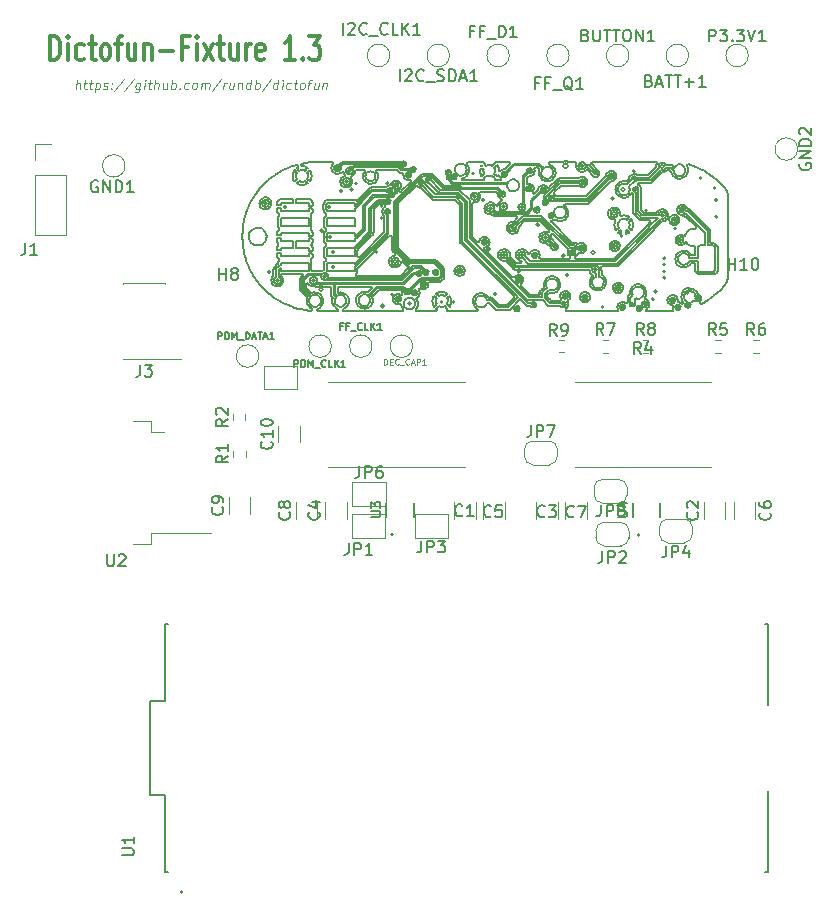
<source format=gbr>
%TF.GenerationSoftware,KiCad,Pcbnew,6.0.9-8da3e8f707~116~ubuntu22.04.1*%
%TF.CreationDate,2022-12-14T18:32:25+01:00*%
%TF.ProjectId,test_fixture,74657374-5f66-4697-9874-7572652e6b69,rev?*%
%TF.SameCoordinates,Original*%
%TF.FileFunction,Legend,Top*%
%TF.FilePolarity,Positive*%
%FSLAX46Y46*%
G04 Gerber Fmt 4.6, Leading zero omitted, Abs format (unit mm)*
G04 Created by KiCad (PCBNEW 6.0.9-8da3e8f707~116~ubuntu22.04.1) date 2022-12-14 18:32:25*
%MOMM*%
%LPD*%
G01*
G04 APERTURE LIST*
%ADD10C,0.200000*%
%ADD11C,0.300000*%
%ADD12C,0.100000*%
%ADD13C,0.150000*%
%ADD14C,0.125000*%
%ADD15C,0.120000*%
%ADD16C,0.127000*%
G04 APERTURE END LIST*
D10*
X111257334Y-81572354D02*
X111314992Y-81703672D01*
X137652506Y-93165676D02*
X137579608Y-93116908D01*
X114437414Y-83179666D02*
X113453418Y-84163662D01*
X127158750Y-88340946D02*
X127152146Y-88345010D01*
X137982122Y-85033104D02*
G75*
G03*
X137982122Y-85033104I-100000J0D01*
G01*
X106814366Y-90701622D02*
X106894122Y-90768678D01*
X132727700Y-88461342D02*
X132734558Y-88447880D01*
X141393418Y-81455006D02*
X141338046Y-81308702D01*
X110096046Y-92018104D02*
X110096046Y-92018104D01*
X140497306Y-93445076D02*
X140424408Y-93396308D01*
X117250210Y-90879422D02*
X117205252Y-90897964D01*
X129912618Y-85876892D02*
X129945130Y-85866224D01*
X108399834Y-82807302D02*
X108556806Y-82865722D01*
X140531850Y-85497416D02*
X140411708Y-85436202D01*
X135902446Y-83945222D02*
X135973058Y-83946238D01*
X125072648Y-81006188D02*
X125120146Y-80958436D01*
X122298714Y-89754710D02*
X122222514Y-89715848D01*
X132605412Y-81248504D02*
G75*
G03*
X132605412Y-81248504I-150000J0D01*
G01*
X105330498Y-87923878D02*
X105330498Y-87923878D01*
X138474450Y-86744048D02*
X138493500Y-86710774D01*
X125203204Y-83463638D02*
X125216158Y-83474814D01*
X136468612Y-82233008D02*
X136462008Y-82274410D01*
X118658640Y-82610198D02*
X118707408Y-82537300D01*
X131420616Y-89091262D02*
X131356608Y-89112090D01*
X105411778Y-86614508D02*
X105411778Y-86614508D01*
X134809230Y-88158828D02*
X134809230Y-88158828D01*
X110716314Y-90305382D02*
X110814358Y-90340942D01*
X122957590Y-84186776D02*
X122961146Y-84189824D01*
X106760264Y-86465664D02*
X106792268Y-86513416D01*
X137392918Y-93521276D02*
X137306812Y-93538548D01*
X109378242Y-91332558D02*
X109385354Y-91340940D01*
X130767328Y-85891624D02*
X130840226Y-85874860D01*
X140543788Y-85100922D02*
X140581888Y-85175598D01*
X106299254Y-82147156D02*
X106397552Y-82081624D01*
X128843532Y-81570068D02*
X128837436Y-81626710D01*
X141177010Y-85549232D02*
X141192504Y-85547962D01*
X143894048Y-88020398D02*
X143888968Y-88014048D01*
X117869462Y-91885516D02*
X117875812Y-91917012D01*
X106737404Y-87896446D02*
X106726990Y-87962994D01*
X115178586Y-82137504D02*
X115177824Y-82131408D01*
X108028740Y-93228922D02*
X107817158Y-93150690D01*
X140444220Y-88814402D02*
X140382498Y-88972390D01*
X131875784Y-88477598D02*
X131893056Y-88563704D01*
X127027940Y-83179158D02*
X126932690Y-83284314D01*
X109475778Y-85438488D02*
X109499146Y-85375242D01*
X123503182Y-92454730D02*
X123596908Y-92348558D01*
X120783096Y-91922092D02*
X120771412Y-91919298D01*
X113622582Y-92353130D02*
X113716308Y-92246958D01*
X135640826Y-86966806D02*
X135709914Y-86992460D01*
X130323082Y-90731848D02*
X130323082Y-90731848D01*
X140401040Y-87397590D02*
X140391134Y-87459566D01*
X109641132Y-84305902D02*
X109636814Y-84290154D01*
X135879840Y-91784424D02*
X135913114Y-91719400D01*
X106687366Y-88015318D02*
X106649520Y-88100662D01*
X140800582Y-89800938D02*
X140806170Y-89803986D01*
X132180584Y-88108028D02*
X132220208Y-88049100D01*
X132390896Y-82412332D02*
X132477002Y-82395060D01*
X133272530Y-81132680D02*
X133242050Y-81072736D01*
X132254498Y-88619076D02*
X132370830Y-88637618D01*
X125863096Y-84399882D02*
X125960886Y-84435696D01*
X111455454Y-92215462D02*
X111436912Y-92170504D01*
X140653008Y-87681308D02*
X140604240Y-87608410D01*
X117750768Y-91917012D02*
G75*
G03*
X117750768Y-91917012I-100000J0D01*
G01*
X125758956Y-84399882D02*
X125863096Y-84399882D01*
X128790700Y-88564466D02*
X128695450Y-88469216D01*
X131079494Y-93402912D02*
X131106164Y-93359478D01*
X127180340Y-90018108D02*
X127212090Y-90039444D01*
X121927620Y-83511390D02*
X120397270Y-83511390D01*
X112343184Y-81944210D02*
X112343184Y-81944210D01*
X140070840Y-81206340D02*
X140097764Y-81221072D01*
X114520218Y-92487496D02*
X114540538Y-92627704D01*
X106161840Y-90934794D02*
X106158538Y-90955368D01*
X129638552Y-87421720D02*
X129605786Y-87478362D01*
X143593820Y-90227150D02*
X143498316Y-90246200D01*
X112537494Y-81863946D02*
X112485424Y-81773776D01*
X103849424Y-85893148D02*
X103872030Y-85779610D01*
X127065278Y-88802464D02*
X127083312Y-88699848D01*
X110652306Y-85570822D02*
X110644432Y-85609938D01*
X106576114Y-91458288D02*
X106583480Y-91460574D01*
X124371354Y-85232240D02*
X124490734Y-85311742D01*
X144460468Y-91448128D02*
X144210786Y-91731846D01*
X137738358Y-91531440D02*
X137734548Y-91526106D01*
X118231666Y-81355184D02*
X118304818Y-81403952D01*
X130244088Y-90930222D02*
X130336544Y-91037410D01*
X139767564Y-92861130D02*
X139777724Y-92880942D01*
X122976894Y-86484968D02*
X122975878Y-86491572D01*
X112638840Y-92365322D02*
X112633760Y-92351606D01*
X121525284Y-82820510D02*
X121509028Y-82817462D01*
X105657142Y-86877652D02*
X105654602Y-86871810D01*
X129591308Y-90926158D02*
X129711196Y-90850466D01*
X124156216Y-82351372D02*
X124142246Y-82417158D01*
X135344154Y-89766648D02*
X135381492Y-89756742D01*
X103811070Y-88406224D02*
X103777034Y-88235790D01*
X127143256Y-90704416D02*
X127216154Y-90753184D01*
X140716508Y-92827602D02*
X140637768Y-92815156D01*
X135379206Y-87875110D02*
X135427974Y-87948008D01*
X123669298Y-92070936D02*
X123622816Y-92094812D01*
X117770402Y-93400626D02*
X117635274Y-93358462D01*
X130681476Y-85911182D02*
X130767328Y-85891624D01*
X109506512Y-84112608D02*
X109420914Y-84074762D01*
X136661144Y-82406236D02*
X136653270Y-82366104D01*
X120809004Y-90605610D02*
X120806718Y-90584274D01*
X130234690Y-91691714D02*
X130114040Y-91765882D01*
X136822612Y-92932504D02*
G75*
G03*
X136822612Y-92932504I-100000J0D01*
G01*
X109643164Y-88690704D02*
X109638592Y-88676734D01*
X138324336Y-86593172D02*
X138309604Y-86620096D01*
X111590836Y-93245686D02*
X111599726Y-93253814D01*
X134794498Y-81701132D02*
X134794498Y-81701132D01*
X136043416Y-93370908D02*
X135970518Y-93419676D01*
X115931950Y-82999072D02*
X115891056Y-83040220D01*
X135399018Y-93545660D02*
X131183126Y-93545660D01*
X132896356Y-82549238D02*
X132887974Y-82495390D01*
X124221494Y-84991194D02*
X124279152Y-85122512D01*
X131963414Y-87803228D02*
X131948174Y-87798402D01*
X129662174Y-92020644D02*
X129722118Y-91989910D01*
X141847316Y-88069674D02*
X141938756Y-88069674D01*
X112345216Y-81946750D02*
X112346232Y-81949290D01*
X136198102Y-87002366D02*
X136193276Y-87023956D01*
X135503412Y-92017088D02*
X135511794Y-92015818D01*
X126311152Y-86614000D02*
X126293118Y-86511384D01*
X117967760Y-82494882D02*
X117978428Y-82561430D01*
X129629408Y-81063084D02*
X129645918Y-80997806D01*
X117924326Y-92412566D02*
X118060216Y-92453206D01*
X111320072Y-81709514D02*
X111320072Y-81709514D01*
X134092696Y-90032586D02*
X134092950Y-90028522D01*
X137871708Y-92548202D02*
X137863326Y-92546932D01*
X116474240Y-92650818D02*
X116474240Y-92650818D01*
X128844040Y-88969342D02*
X128846326Y-88963754D01*
X118520464Y-92698824D02*
X118478046Y-92586302D01*
X115100608Y-82441034D02*
X115104672Y-82430620D01*
X133164072Y-90285062D02*
X133164072Y-90285062D01*
X122578368Y-82169508D02*
X122578368Y-82169508D01*
X123618752Y-83736688D02*
X123636786Y-83839304D01*
X118059454Y-81355184D02*
X118145560Y-81337912D01*
X114158522Y-82628486D02*
X114183414Y-82651092D01*
X109964220Y-80948022D02*
X109975396Y-80949038D01*
X116901214Y-83033616D02*
X116852446Y-83106514D01*
X131286504Y-85042502D02*
X131284218Y-85036406D01*
X127135382Y-84545678D02*
X127215138Y-84478622D01*
X119158004Y-90062050D02*
X119244110Y-90044778D01*
X117138704Y-92974414D02*
X117158770Y-93026738D01*
X115210082Y-91831414D02*
X115270026Y-91800934D01*
X129280412Y-86820248D02*
X129280412Y-86820248D01*
X123377452Y-92284296D02*
X123303538Y-92389706D01*
X133888226Y-90012012D02*
X133870192Y-90114628D01*
X135511794Y-92015818D02*
X135628126Y-91997276D01*
X104393238Y-86793578D02*
X104305354Y-86944708D01*
X111656114Y-81933288D02*
X111663480Y-81935574D01*
X135539226Y-86881716D02*
X135532622Y-86894670D01*
X130154426Y-88373458D02*
X130159506Y-88372696D01*
X113629948Y-88935560D02*
X113569750Y-88966294D01*
X104383586Y-90102182D02*
X104180132Y-89660730D01*
X120525794Y-92208604D02*
X120667526Y-92209366D01*
X128252728Y-82029300D02*
X128266190Y-82022442D01*
X141249400Y-85337142D02*
X141179042Y-85342222D01*
X129280412Y-86820248D02*
X129157730Y-86855300D01*
X106130852Y-84596224D02*
X106139996Y-84577174D01*
X131301490Y-92620592D02*
X131396740Y-92525342D01*
X105958386Y-84423504D02*
X105940352Y-84526120D01*
X106643170Y-88136984D02*
X106643170Y-88406224D01*
X122093482Y-84561934D02*
X122095006Y-84578952D01*
X110532418Y-92504006D02*
X110479840Y-92365322D01*
X140002514Y-81762854D02*
X140027660Y-81802478D01*
X112302798Y-93545660D02*
X112238790Y-93524832D01*
X105808526Y-84683346D02*
X105710482Y-84718906D01*
X141318996Y-88489028D02*
X141312646Y-88487504D01*
X119933212Y-89389204D02*
X119978170Y-89407746D01*
X118707408Y-82537300D02*
X118780306Y-82488532D01*
X124858526Y-84595462D02*
X124938282Y-84662518D01*
X124693172Y-92609416D02*
X124719080Y-92626180D01*
X124498100Y-85314028D02*
X124620274Y-85352128D01*
X116281708Y-82826098D02*
X116280184Y-82829146D01*
X139789662Y-85697822D02*
X139839700Y-85743034D01*
X106810556Y-86578440D02*
X106787442Y-86641686D01*
X116679472Y-89646506D02*
X116575078Y-89646506D01*
X129589276Y-82532982D02*
X129675128Y-82513424D01*
X132887974Y-82495390D02*
X132887974Y-82495390D01*
X105205276Y-83158330D02*
X105210864Y-83151726D01*
X113395252Y-87353394D02*
X113243360Y-87353394D01*
X142273528Y-92094812D02*
X142265908Y-92091002D01*
X131460240Y-89036652D02*
X131420616Y-89091262D01*
X115571016Y-84444840D02*
X115633754Y-84486750D01*
X141240764Y-92720922D02*
X141149578Y-92612464D01*
X121052082Y-82035142D02*
X121040906Y-82032856D01*
X122166126Y-82999072D02*
X122282458Y-83115404D01*
X129854198Y-85674962D02*
X129768092Y-85657690D01*
X140542518Y-85092540D02*
X140542518Y-85092540D01*
X130439922Y-90835988D02*
X130323082Y-90731848D01*
X112354360Y-82074512D02*
X112306862Y-82116168D01*
X106238294Y-90690954D02*
X106238294Y-90690954D01*
X126848362Y-90541094D02*
X126820930Y-90555064D01*
X128442212Y-88592660D02*
X128528318Y-88609932D01*
X103718614Y-86747604D02*
X103731060Y-86643464D01*
X112026192Y-81539080D02*
X111974122Y-81629250D01*
X132748020Y-88421718D02*
X132788914Y-88341200D01*
X141133322Y-89849706D02*
X141139672Y-89849706D01*
X123183142Y-86493604D02*
X123185428Y-86484460D01*
X110642654Y-86398100D02*
X110654338Y-86456774D01*
X104900222Y-87994744D02*
X104900222Y-87994744D01*
X120449848Y-83257390D02*
X121980198Y-83257390D01*
X122499120Y-90258900D02*
X122500644Y-90250264D01*
X125320044Y-83636104D02*
X125321568Y-83644486D01*
X129347468Y-87819484D02*
X129411222Y-87820754D01*
X132790184Y-88083390D02*
X132788914Y-88075008D01*
X110654338Y-87726774D02*
X110660434Y-87735664D01*
X141172184Y-87159338D02*
X141108430Y-87181436D01*
X114250216Y-92173806D02*
X114343688Y-92234512D01*
X116935250Y-81738978D02*
X116948712Y-81755488D01*
X123391676Y-93194886D02*
X123498102Y-93291660D01*
X133881876Y-91803982D02*
X133990080Y-91779090D01*
X140992352Y-92873830D02*
X140936472Y-92911422D01*
X111742982Y-93331538D02*
X111742982Y-93331538D01*
X106397552Y-82081624D02*
X106493310Y-82017616D01*
X116890546Y-84427314D02*
X116901722Y-84414106D01*
X110497252Y-91723464D02*
G75*
G03*
X110497252Y-91723464I-150000J0D01*
G01*
X142042388Y-89548716D02*
X142047722Y-89582498D01*
X141065250Y-87870792D02*
X141160500Y-87775542D01*
X106240072Y-91234514D02*
X106240072Y-91234514D01*
X129052320Y-85528658D02*
X129073148Y-85539326D01*
X141662150Y-89518744D02*
X141716506Y-89478866D01*
X125231652Y-93458792D02*
X125205744Y-93442028D01*
X113049304Y-81568544D02*
X113067338Y-81671160D01*
X135640064Y-92858844D02*
X135631174Y-92863416D01*
X111402114Y-81807558D02*
X111407194Y-81813400D01*
X113637314Y-93206062D02*
X113774982Y-93280738D01*
X128862582Y-92043250D02*
X128863090Y-92052648D01*
X130962146Y-92479876D02*
X130889248Y-92431108D01*
X123837192Y-83881722D02*
X123841510Y-83855814D01*
X109183932Y-92415868D02*
X109177836Y-92472510D01*
X113987072Y-82423508D02*
X113990628Y-82429096D01*
X138320272Y-82665570D02*
X138351768Y-82643726D01*
X132173472Y-81351120D02*
X132155438Y-81248504D01*
X134747254Y-85016594D02*
X134747254Y-85016594D01*
X140869162Y-92908882D02*
X140842746Y-92894658D01*
X130934714Y-80868012D02*
X131058412Y-80848454D01*
X130598164Y-92664026D02*
X130596894Y-92665296D01*
X124639832Y-84354416D02*
X124632212Y-84356448D01*
X115155218Y-84144612D02*
X115168680Y-84135214D01*
X115037870Y-81612232D02*
X115093242Y-81574132D01*
X139253722Y-85940138D02*
X139301728Y-85941154D01*
X128281938Y-83473290D02*
X128292606Y-83440778D01*
X139321540Y-84939378D02*
X139249912Y-84938870D01*
X112736630Y-82386678D02*
X112788700Y-82476848D01*
X106163110Y-84440014D02*
X106163110Y-84440014D01*
X122549412Y-87520526D02*
X127262128Y-92232988D01*
X125691138Y-89062306D02*
X125611382Y-88995250D01*
X110382558Y-92217240D02*
X110378748Y-92211906D01*
X110604554Y-87279988D02*
X110620048Y-87397590D01*
X127647192Y-84635848D02*
X127665226Y-84738464D01*
X132387594Y-87778590D02*
X132379212Y-87777320D01*
X119436134Y-91399868D02*
X119454422Y-91283790D01*
X109942884Y-91474544D02*
X109942884Y-91474544D01*
X132842508Y-91964002D02*
X132834126Y-91962732D01*
X130668522Y-85912706D02*
X130674872Y-85912706D01*
X129067814Y-92004642D02*
X129068830Y-91998292D01*
X138171174Y-82691986D02*
X138199876Y-82694526D01*
X132809996Y-88208104D02*
X132805932Y-88182450D01*
X124039376Y-87537036D02*
X124112274Y-87488268D01*
X110642654Y-85128100D02*
X110643670Y-85133434D01*
X139773914Y-92382086D02*
X139773914Y-92382086D01*
X126720092Y-86243160D02*
X127406400Y-85556852D01*
X117009926Y-92937076D02*
X117018308Y-92935806D01*
X119450866Y-91244674D02*
X119446040Y-91214448D01*
X142481046Y-81505044D02*
X142488412Y-81508600D01*
X104729280Y-87951564D02*
X104729280Y-87951564D01*
X106698542Y-84188808D02*
X106687366Y-84205318D01*
X121334784Y-81911190D02*
X121286016Y-81984088D01*
X116140230Y-89486994D02*
X116197888Y-89618312D01*
X129990342Y-84241640D02*
X129982214Y-84242910D01*
X113443766Y-88412828D02*
X113464594Y-88348566D01*
X140541502Y-88675718D02*
X140532866Y-88688418D01*
X142102078Y-86509098D02*
X142054580Y-86556850D01*
X128250696Y-93220286D02*
X128177798Y-93171518D01*
X110654338Y-85186774D02*
X110660434Y-85195664D01*
X113716308Y-92246958D02*
X113836196Y-92171266D01*
X137025634Y-92455238D02*
X136922510Y-92558108D01*
X135913114Y-91719400D02*
X135914384Y-91711018D01*
X110467648Y-93018356D02*
X110485936Y-92972890D01*
X127487934Y-90912442D02*
X127484378Y-90890090D01*
X114736118Y-92305378D02*
X115210082Y-91831414D01*
X116746274Y-83528408D02*
X116423948Y-83850734D01*
X130605784Y-92659962D02*
X130598164Y-92664026D01*
X118817136Y-91361514D02*
X118800118Y-91275408D01*
X128422908Y-93220286D02*
X128336802Y-93237558D01*
X140478510Y-92382086D02*
X140478510Y-92382086D01*
X110239810Y-93266260D02*
X110368842Y-93156024D01*
X118491508Y-82930746D02*
X118519194Y-82950812D01*
X126687326Y-82404966D02*
X126823216Y-82445606D01*
X135589518Y-83821270D02*
X135595106Y-83824318D01*
X135793988Y-82789776D02*
X135930386Y-82750660D01*
X104740964Y-87955882D02*
X104900222Y-87994744D01*
X140985240Y-91893390D02*
X140985240Y-91893390D01*
X140784326Y-81134966D02*
X140920216Y-81175606D01*
X138732514Y-81310226D02*
X138710924Y-81373726D01*
X131022344Y-84941410D02*
X131081018Y-85070696D01*
X130823208Y-80924908D02*
X130934714Y-80868012D01*
X109177836Y-92472510D02*
X109168438Y-92496894D01*
X106943144Y-85638386D02*
X109343190Y-85638386D01*
X142066264Y-90137488D02*
X142066264Y-90137488D01*
X118446296Y-90290142D02*
X118495064Y-90216990D01*
X121881646Y-90211656D02*
X121864374Y-90125550D01*
X127870712Y-88687910D02*
X127848614Y-88655906D01*
X129100326Y-91945206D02*
X129485898Y-91559634D01*
X130078480Y-81424526D02*
X130042158Y-81371440D01*
X140936726Y-87111332D02*
X140936726Y-87111332D01*
X135369554Y-84823300D02*
X135255508Y-84789264D01*
X143809974Y-87913972D02*
X143698722Y-87837010D01*
X121964704Y-90536776D02*
X122081036Y-90555064D01*
X116885212Y-92751148D02*
X116799106Y-92733876D01*
X114736880Y-87082122D02*
X114758470Y-87049864D01*
X130507232Y-82321400D02*
X130497326Y-82321908D01*
X122267726Y-81084166D02*
X122403616Y-81124806D01*
X143225266Y-81927446D02*
X143232124Y-81932018D01*
X129987294Y-85859620D02*
X130107436Y-85798406D01*
X120968008Y-81665826D02*
X121040906Y-81617058D01*
X110654338Y-85560154D02*
X110652306Y-85570822D01*
X124167646Y-92068904D02*
X124015754Y-92030804D01*
X114892328Y-82387186D02*
X114798348Y-82481420D01*
X105045764Y-83360514D02*
X105205276Y-83158330D01*
X119805450Y-92865194D02*
X119807990Y-92877132D01*
X124331476Y-87286592D02*
X124323094Y-87285068D01*
X137531856Y-93313504D02*
X137514584Y-93399610D01*
X122101102Y-87639398D02*
X122103134Y-87648796D01*
X114892328Y-81887568D02*
X114952526Y-82006186D01*
X137395712Y-85835236D02*
X137400284Y-85837268D01*
X142562326Y-92509086D02*
X142563596Y-92500704D01*
X116857018Y-89158318D02*
X116909088Y-89248488D01*
X128886712Y-91903296D02*
X128884426Y-91907614D01*
X131915408Y-89091262D02*
X131875784Y-89036652D01*
X128106678Y-81462118D02*
X128179830Y-81510886D01*
X143948658Y-90060780D02*
X143948658Y-90058748D01*
X116752116Y-92116402D02*
X116677694Y-92154248D01*
X105603294Y-87698834D02*
X105691178Y-87547450D01*
X142248128Y-89022936D02*
X142248128Y-88246204D01*
X125660912Y-84955126D02*
X125650244Y-84945982D01*
X140605002Y-85221064D02*
X140700252Y-85316314D01*
X137884408Y-92181426D02*
X137886694Y-92175330D01*
X140953490Y-85192870D02*
X140867384Y-85175852D01*
X128868678Y-84980780D02*
X128851406Y-85066886D01*
X138180572Y-82491072D02*
X137060178Y-82491072D01*
X136078468Y-83946492D02*
X136078468Y-83946492D01*
X117165628Y-93074490D02*
X117218460Y-93218254D01*
X109097318Y-91295982D02*
X109118146Y-91231974D01*
X123839986Y-92028264D02*
X123675140Y-92067888D01*
X110964218Y-90600784D02*
X110946184Y-90703400D01*
X117839236Y-89167970D02*
X117826282Y-89156794D01*
X129144014Y-84241132D02*
X129192782Y-84168234D01*
X141421612Y-93259148D02*
X141335506Y-93241876D01*
X135376412Y-82912712D02*
X135314690Y-83070700D01*
X131879594Y-87783416D02*
X131869688Y-87784686D01*
X120334786Y-83489292D02*
X120307354Y-83474306D01*
X131284218Y-85036406D02*
X131284218Y-85036406D01*
X134484618Y-90929206D02*
X134484618Y-90929206D01*
X124857510Y-81227422D02*
X125066044Y-81018888D01*
X113411762Y-92947998D02*
X113506250Y-93088714D01*
X119149622Y-91686380D02*
X119158258Y-91685110D01*
X142559532Y-92475558D02*
X142543784Y-92375990D01*
X120712738Y-83107530D02*
X120667780Y-83088988D01*
X116948712Y-81755488D02*
X116958364Y-81769458D01*
X113401094Y-90313002D02*
X113426240Y-90275664D01*
X140286994Y-85416390D02*
X140278612Y-85415120D01*
X130329940Y-91586558D02*
X130234690Y-91691714D01*
X109240066Y-91192350D02*
X109292898Y-91230704D01*
X130038348Y-81366106D02*
X130033522Y-81361788D01*
X129663698Y-90648536D02*
X129663698Y-90648536D01*
X127841248Y-92600272D02*
X122736610Y-87495634D01*
X126675134Y-83395566D02*
X126533402Y-83393026D01*
X114697002Y-83072224D02*
X114675666Y-83069938D01*
X142340584Y-92414598D02*
X142357856Y-92500704D01*
X113243360Y-86378542D02*
X110843314Y-86378542D01*
X127807212Y-85325204D02*
X125114812Y-85325204D01*
X137824718Y-92750132D02*
X137897616Y-92798900D01*
X129392426Y-83242912D02*
X129409444Y-83329018D01*
X135486648Y-89715086D02*
X135494522Y-89709752D01*
X119138700Y-90074750D02*
X119158004Y-90062050D01*
X116345462Y-89453720D02*
X116327174Y-89351104D01*
X131539234Y-87988648D02*
X131864862Y-87988648D01*
X122522488Y-81202022D02*
X122614944Y-81309210D01*
X142882874Y-86899750D02*
X141300962Y-85317838D01*
X114609880Y-83291934D02*
X114610896Y-83290156D01*
X141047724Y-91764866D02*
X141043914Y-91772486D01*
X142421102Y-90444320D02*
X142421102Y-90444320D01*
X114679730Y-82541618D02*
X114548412Y-82562446D01*
X119036084Y-90355928D02*
X119019066Y-90269822D01*
X113273078Y-81679288D02*
X113273078Y-81679288D01*
X129313686Y-92085414D02*
X129313686Y-92456000D01*
X135454898Y-93220286D02*
X135473440Y-93336618D01*
X127847344Y-88653366D02*
X127791210Y-88529922D01*
X137514584Y-93227398D02*
X137531856Y-93313504D01*
X139993116Y-92218002D02*
X139920218Y-92255086D01*
X130576066Y-85911182D02*
X130668522Y-85912706D01*
X115104672Y-82430620D02*
X115150646Y-82316574D01*
X133091936Y-92560394D02*
X133119114Y-92506800D01*
X132507482Y-80953102D02*
X132605526Y-80988662D01*
X129506726Y-87059262D02*
X129586482Y-87126318D01*
X106163872Y-84435950D02*
X106164126Y-84423504D01*
X109588046Y-89098120D02*
X109599222Y-89081610D01*
X122584210Y-82166460D02*
X122684286Y-82081116D01*
X135379206Y-88193118D02*
X135306308Y-88241886D01*
X119436134Y-91399868D02*
X119436134Y-91399868D01*
X115177824Y-82154268D02*
X115177824Y-82154268D01*
X116767356Y-83479894D02*
X116768118Y-83481926D01*
X123519438Y-92149930D02*
X123519438Y-92149930D01*
X117903244Y-89188798D02*
X117839236Y-89167970D01*
X107012486Y-90433906D02*
X107067096Y-90394282D01*
X114451130Y-83163156D02*
X114437414Y-83179666D01*
X126338584Y-88896952D02*
X126338838Y-88861900D01*
X135126984Y-91784424D02*
X135145018Y-91820238D01*
X109478826Y-80969104D02*
X109499654Y-80966564D01*
X124406406Y-87610188D02*
X124423424Y-87696294D01*
X119600726Y-82294476D02*
X119649748Y-82367374D01*
X117194838Y-81846420D02*
X117228112Y-81846420D01*
X134673340Y-85244178D02*
X134667498Y-85281008D01*
X111999268Y-81287366D02*
X112026192Y-81333848D01*
X143470630Y-90449654D02*
X143470630Y-90449654D01*
X118145560Y-81788000D02*
X118059454Y-81770982D01*
X110624366Y-84466430D02*
X110570010Y-84582000D01*
X126871730Y-88718644D02*
X126859538Y-88796368D01*
X125559312Y-88905080D02*
X125541278Y-88802464D01*
X127152146Y-88345010D02*
X127044958Y-88412828D01*
X115984274Y-84904326D02*
X116070380Y-84921598D01*
X110184438Y-91474544D02*
X110197138Y-91463622D01*
X137976356Y-93545660D02*
X137912348Y-93524832D01*
X142357856Y-92500704D02*
X142340584Y-92586810D01*
X108697268Y-81197958D02*
X108705142Y-81131156D01*
X131238498Y-88572086D02*
X131257040Y-88688418D01*
X134186168Y-91694508D02*
X134186168Y-91694508D01*
X131872736Y-80946498D02*
X131936998Y-80967326D01*
X116909088Y-89453720D02*
X116857018Y-89543890D01*
X118865904Y-91434412D02*
X118817136Y-91361514D01*
X112691418Y-92504006D02*
X112691418Y-92504006D01*
X137738612Y-93182948D02*
X137652506Y-93165676D01*
X135126984Y-82025998D02*
X135144256Y-82112104D01*
X112919510Y-81413096D02*
X113091468Y-81240884D01*
X141074140Y-92342208D02*
X141095984Y-92202000D01*
X106695240Y-89539318D02*
X106687112Y-89544398D01*
X134833106Y-81904332D02*
X134919212Y-81887060D01*
X128228598Y-81584038D02*
X128245616Y-81670144D01*
X118620794Y-83048602D02*
X118630954Y-83053936D01*
X130609086Y-82317590D02*
X130559810Y-82319622D01*
X109637068Y-88996266D02*
X109641132Y-88980518D01*
X128145286Y-82081116D02*
X128145286Y-82081116D01*
X105330752Y-84038440D02*
X105235756Y-84145882D01*
X132601462Y-82209132D02*
X132601462Y-82209132D01*
X142110460Y-90233500D02*
X142114524Y-90239850D01*
X125976812Y-81959704D02*
G75*
G03*
X125976812Y-81959704I-100000J0D01*
G01*
X137081768Y-93313504D02*
X137099040Y-93227398D01*
X111799116Y-81938114D02*
X111806736Y-81938114D01*
X125114812Y-85325204D02*
X125078236Y-85309964D01*
X122322336Y-89766648D02*
X122298714Y-89754710D01*
X110843314Y-87648542D02*
X110843314Y-87408512D01*
X134315962Y-91585542D02*
X134321042Y-91581224D01*
X129842768Y-82448908D02*
X129893568Y-82423508D01*
X136499600Y-91985338D02*
X136502394Y-92010992D01*
X140814298Y-88489536D02*
X140814298Y-88489536D01*
X136309608Y-92813632D02*
X136269984Y-92868242D01*
X110622334Y-87414354D02*
X110625382Y-87421466D01*
X130527298Y-82320638D02*
X130507232Y-82321400D01*
X108109766Y-93253814D02*
X108055664Y-93238320D01*
X137451846Y-91332304D02*
X137299954Y-91294204D01*
X132031232Y-81521554D02*
X132031232Y-81521554D01*
X121956322Y-90535506D02*
X121964704Y-90536776D01*
X106645456Y-87711026D02*
X106649774Y-87726774D01*
X140689584Y-85970618D02*
X140708126Y-85854286D01*
X109343190Y-86908386D02*
X109343190Y-87153496D01*
X117491764Y-92076016D02*
X117442996Y-92003118D01*
X129697480Y-80954372D02*
X129738374Y-80946498D01*
X134281418Y-90963496D02*
X134301738Y-91103704D01*
X133117336Y-90934794D02*
X133096762Y-91089734D01*
X131134358Y-92064332D02*
X131207256Y-92113100D01*
X128068578Y-88613996D02*
X128046988Y-88655906D01*
X109499146Y-85375242D02*
X109523022Y-85352890D01*
X124284486Y-87904066D02*
X124198380Y-87921338D01*
X117228112Y-81846420D02*
X117292120Y-81867248D01*
X134709916Y-81741264D02*
X134676642Y-81758028D01*
X137890504Y-91824302D02*
X137888218Y-91818206D01*
X116143278Y-85288374D02*
X116070380Y-85337396D01*
X140689584Y-85721190D02*
X140689584Y-85721190D01*
X108290614Y-81439512D02*
X108295694Y-81448402D01*
X136059926Y-83742276D02*
X135918194Y-83739736D01*
X112997234Y-81863946D02*
X112917478Y-81931002D01*
X128351534Y-83319366D02*
X128351534Y-83319366D01*
X129995676Y-92007182D02*
X130095244Y-91984322D01*
X113426240Y-90275664D02*
X113432082Y-90266774D01*
X125321568Y-83644486D02*
X125339856Y-83760818D01*
X110692692Y-84232750D02*
X110665006Y-84274406D01*
X124112274Y-87488268D02*
X124198380Y-87471250D01*
X126195582Y-82624930D02*
X126289308Y-82518758D01*
X136868154Y-85339682D02*
X136868154Y-85339682D01*
X127934466Y-81462118D02*
X128020572Y-81445100D01*
X140375640Y-93151198D02*
X140424408Y-93078300D01*
X139744450Y-85498940D02*
X139744704Y-85497416D01*
X140070078Y-93542866D02*
X140032232Y-93544390D01*
X105546906Y-91703398D02*
X105540810Y-91697302D01*
X111605314Y-93256862D02*
X111742982Y-93331538D01*
X137037318Y-82207100D02*
X137060178Y-82241136D01*
X113393474Y-84194142D02*
X113334546Y-84187284D01*
X122214132Y-90536776D02*
X122222514Y-90535506D01*
X115770914Y-84595716D02*
X115769136Y-84597494D01*
X116143278Y-84970366D02*
X116192046Y-85043264D01*
X127826008Y-82760820D02*
X127778256Y-82713322D01*
X135328914Y-81979008D02*
X135267700Y-81858866D01*
X109997748Y-80951832D02*
X110009940Y-80949038D01*
X109549184Y-87930482D02*
X109559598Y-87863934D01*
X129293874Y-82284062D02*
X129175764Y-82205322D01*
X135095488Y-87623142D02*
X135095488Y-87623142D01*
X110818168Y-84168996D02*
X110818168Y-84168996D01*
X121607580Y-82408522D02*
X121521474Y-82391504D01*
X109777276Y-91465654D02*
X109777276Y-91465654D01*
X134087616Y-89821004D02*
X134135876Y-89774014D01*
X117310916Y-91146884D02*
X118126510Y-90331290D01*
X114613182Y-86883494D02*
X114612420Y-86888066D01*
X139967208Y-92786708D02*
X139918440Y-92713810D01*
X135145018Y-91820238D02*
X135154924Y-91839542D01*
X130208782Y-85513418D02*
X130066542Y-85513418D01*
X125832108Y-89302844D02*
X125895862Y-89304114D01*
X118370604Y-81562956D02*
X118353586Y-81649062D01*
X124177298Y-81907634D02*
X124125228Y-81789270D01*
X126976378Y-90039444D02*
X127008128Y-90018108D01*
X137406812Y-93313504D02*
G75*
G03*
X137406812Y-93313504I-100000J0D01*
G01*
X136427972Y-82355944D02*
X136251188Y-82532728D01*
X110676436Y-89337388D02*
X110654338Y-89370154D01*
X108584746Y-90797380D02*
X108564172Y-90900504D01*
X135538972Y-86901782D02*
X135630158Y-86961472D01*
X106434382Y-90768678D02*
X106514138Y-90701622D01*
X106382312Y-90858848D02*
X106434382Y-90768678D01*
X126849124Y-90826336D02*
X126897892Y-90753184D01*
X132563108Y-82827876D02*
X132477002Y-82845148D01*
X103701342Y-87181436D02*
X103717852Y-86756240D01*
X116981224Y-81784952D02*
X116981224Y-81784952D01*
X114797840Y-86990936D02*
X114800634Y-86976204D01*
X117118638Y-81631028D02*
X117103906Y-81623916D01*
X133033516Y-84408264D02*
X133039866Y-84405724D01*
X136723628Y-92127070D02*
X136705340Y-91986608D01*
X131207256Y-92113100D02*
X131256024Y-92185998D01*
X136878314Y-82141060D02*
X136964420Y-82158332D01*
X114183414Y-82651092D02*
X114316510Y-82723228D01*
X140531850Y-86194392D02*
X140627100Y-86099142D01*
X109446314Y-93256862D02*
X109565948Y-93321632D01*
X136677146Y-91525852D02*
X136591040Y-91648280D01*
X136382760Y-83836764D02*
X136382760Y-83836764D01*
X116279676Y-82830924D02*
X116279422Y-82830924D01*
X113327688Y-90549730D02*
X113288064Y-90495120D01*
X110627668Y-84459318D02*
X110624366Y-84466430D01*
X112484662Y-92830396D02*
X112422940Y-92958158D01*
X132237734Y-81704942D02*
X132245100Y-81707228D01*
X108569506Y-91688412D02*
X108584746Y-91765628D01*
X141545818Y-89007696D02*
X141548104Y-89022936D01*
X130889248Y-92113100D02*
X130962146Y-92064332D01*
X119233950Y-82367374D02*
X119282718Y-82294476D01*
X137738358Y-91531440D02*
X137738358Y-91531440D01*
X129184400Y-83554062D02*
X129098294Y-83537044D01*
X120606312Y-90621104D02*
X120594374Y-90649806D01*
X142878302Y-87655654D02*
X142882874Y-87648796D01*
X135455152Y-85184488D02*
X135473186Y-85287104D01*
X120389396Y-92247466D02*
X120525794Y-92208604D01*
X141580616Y-92875100D02*
X141629384Y-92947998D01*
X130013456Y-85290660D02*
X130062224Y-85363812D01*
X134966964Y-87685626D02*
X134871714Y-87780876D01*
X124328682Y-92154248D02*
X124323856Y-92149930D01*
X128931162Y-82980530D02*
X128835912Y-83075780D01*
X141416024Y-81633060D02*
X141416024Y-81629504D01*
X128825498Y-81657190D02*
X128824736Y-81663794D01*
X105540810Y-82794856D02*
X105546906Y-82788760D01*
X127215138Y-84478622D02*
X127313182Y-84443062D01*
X140958316Y-92003372D02*
X140959078Y-92003626D01*
X113774982Y-93280738D02*
X113780570Y-93283786D01*
X143307308Y-86708234D02*
X143285210Y-86676738D01*
X121843800Y-90478102D02*
X121869962Y-90491310D01*
X116110258Y-84039202D02*
X116183410Y-84087970D01*
X125555756Y-83530948D02*
X125267466Y-83242404D01*
X143844010Y-90291158D02*
X143847820Y-90286586D01*
X108782866Y-81069942D02*
X109008672Y-81024984D01*
X141450568Y-89738708D02*
X141456410Y-89735660D01*
X111928402Y-93172026D02*
X111793274Y-93129862D01*
X123181618Y-86436454D02*
X123181618Y-84448142D01*
X130621024Y-91321636D02*
X130621024Y-91314778D01*
X109405420Y-84070444D02*
X109390942Y-84068920D01*
X110814244Y-90600784D02*
G75*
G03*
X110814244Y-90600784I-150000J0D01*
G01*
X115158012Y-81981040D02*
X115115086Y-81867248D01*
X134749032Y-85560154D02*
X134749032Y-85560154D01*
X125772672Y-88301576D02*
X125765052Y-88303608D01*
X127697738Y-88421464D02*
X127577342Y-88343486D01*
X142252954Y-90374724D02*
X142260066Y-90379296D01*
X129893568Y-82423508D02*
X129899410Y-82420460D01*
X112411256Y-92099130D02*
X112261396Y-92019628D01*
X121930414Y-90284808D02*
X121881646Y-90211656D01*
X143673322Y-90411808D02*
X143681196Y-90408252D01*
X116568728Y-82536538D02*
X116568728Y-82536538D01*
X112544606Y-92221812D02*
X112541558Y-92217240D01*
X133282182Y-90627200D02*
X133277102Y-90631518D01*
X108047536Y-93235780D02*
X108028740Y-93228922D01*
X140382498Y-88972390D02*
X140381736Y-88978994D01*
X121875042Y-83683602D02*
X121902728Y-83698588D01*
X125331728Y-84538312D02*
X125327410Y-84547456D01*
X126092966Y-84592668D02*
X126111000Y-84695284D01*
X131947666Y-88296242D02*
X131925314Y-88289130D01*
X109143800Y-92671138D02*
X109162342Y-92839540D01*
X117455696Y-91811602D02*
X117243098Y-91599004D01*
X116760498Y-92115132D02*
X116752116Y-92116402D01*
X125868430Y-81530190D02*
X125752098Y-81548732D01*
X140725906Y-87730076D02*
X140653008Y-87681308D01*
X139585192Y-81670906D02*
X139643612Y-81637378D01*
X125356620Y-88662256D02*
X125347730Y-88718644D01*
X140741908Y-88767158D02*
X140861796Y-88691466D01*
X106647742Y-87150194D02*
X106649520Y-87151464D01*
X106649520Y-84611464D02*
X106943144Y-84611464D01*
X119278146Y-91623896D02*
X119373650Y-91528646D01*
X143498316Y-87996014D02*
X143593820Y-88015064D01*
X123788678Y-87563198D02*
X123776486Y-87639398D01*
X138531854Y-86644734D02*
X138533378Y-86635336D01*
X127330708Y-89465658D02*
X127276606Y-89505790D01*
X143723868Y-90391742D02*
X143730218Y-90386916D01*
X143912590Y-90183208D02*
X143915384Y-90176604D01*
X137209784Y-83341210D02*
X137188956Y-83372452D01*
X132709412Y-92148660D02*
X132795518Y-92165932D01*
X112002316Y-82580988D02*
X112002824Y-82586322D01*
X128484376Y-85139784D02*
X128435608Y-85066886D01*
X141599158Y-88686640D02*
X141595348Y-88681306D01*
X119929656Y-84119720D02*
X119939054Y-84118958D01*
X131482084Y-88187530D02*
X131461256Y-88176862D01*
X122981212Y-84258658D02*
X122981212Y-86455504D01*
X117000782Y-83241896D02*
X117041930Y-83200748D01*
X104273350Y-87459566D02*
X104275890Y-87465154D01*
X141895830Y-81270094D02*
X142087600Y-81336134D01*
X142934182Y-90446606D02*
X142946374Y-90448130D01*
X128916176Y-91854528D02*
X128911096Y-91862656D01*
X137685018Y-91852496D02*
X137705338Y-91992704D01*
X119019066Y-90269822D02*
X119036084Y-90183716D01*
X132584698Y-92784676D02*
X132584698Y-92784676D01*
X117671088Y-89726770D02*
X117681756Y-89728802D01*
X125293628Y-83115404D02*
X125338586Y-83133946D01*
X116879878Y-81219040D02*
X116884450Y-81219802D01*
X122525790Y-84326476D02*
X122529346Y-84329524D01*
X125623574Y-89258902D02*
X125630940Y-89261188D01*
X137306812Y-93538548D02*
X137220706Y-93521276D01*
X143337026Y-86818978D02*
X143334486Y-86809834D01*
X123541282Y-93544644D02*
X123527058Y-93545660D01*
X126123192Y-88905080D02*
X126090426Y-88961722D01*
X132360924Y-92626942D02*
X132456174Y-92722192D01*
X129056638Y-87319104D02*
X129074672Y-87216488D01*
X109587538Y-87998554D02*
X109579664Y-87990680D01*
X122708162Y-87435690D02*
X122699526Y-87405718D01*
X110009940Y-80949038D02*
X110010956Y-80949038D01*
X112044226Y-81436464D02*
X112026192Y-81539080D01*
X118196106Y-92210382D02*
X118123208Y-92161614D01*
X141335506Y-92826332D02*
X141401800Y-92813124D01*
X132026152Y-81515712D02*
X132031232Y-81521554D01*
X136072118Y-85751670D02*
X136208008Y-85792310D01*
X141599158Y-88686640D02*
X141599158Y-88686640D01*
X126394210Y-86047834D02*
X126386590Y-86049866D01*
X124514864Y-92356432D02*
X124454158Y-92268040D01*
X135344916Y-88445086D02*
X135353298Y-88443816D01*
X120738900Y-82980530D02*
X122121168Y-82980530D01*
X139467082Y-81502250D02*
X139387326Y-81569306D01*
X143948912Y-90056462D02*
X143949166Y-90056462D01*
X132632450Y-87859616D02*
X132620258Y-87853266D01*
X117221254Y-91908376D02*
X117219984Y-91917012D01*
X133721602Y-91597226D02*
X133586474Y-91555062D01*
X128466596Y-83567524D02*
X128406652Y-83598004D01*
X109958378Y-91477592D02*
X109958378Y-91477592D01*
X115177824Y-82131408D02*
X115166902Y-82040730D01*
X141396212Y-91793060D02*
X141482318Y-91810332D01*
X142057882Y-90109040D02*
X142059660Y-90116152D01*
X124632212Y-84356448D02*
X124509530Y-84391500D01*
X133593332Y-82187542D02*
X133593332Y-82187542D01*
X114798348Y-82481420D02*
X114679730Y-82541618D01*
X143280130Y-86668610D02*
X143265652Y-86643718D01*
X132795518Y-92165932D02*
X132868416Y-92214700D01*
X142059660Y-90116152D02*
X142061438Y-90121994D01*
X118471950Y-92574872D02*
X118471950Y-92574872D01*
X127901700Y-92633292D02*
X127895096Y-92632276D01*
X140531850Y-89608914D02*
X140536676Y-89613486D01*
X124760482Y-84559902D02*
X124858526Y-84595462D01*
X127313182Y-84443062D02*
X127417322Y-84443062D01*
X117736874Y-92124784D02*
X117650768Y-92142056D01*
X109911134Y-93174566D02*
X109769402Y-93172026D01*
X119978170Y-89407746D02*
X120587770Y-90017346D01*
X142248128Y-88246204D02*
X142267178Y-88150446D01*
X135247888Y-84786978D02*
X135176260Y-84786470D01*
X135323326Y-85027262D02*
X135403082Y-85094318D01*
X141338046Y-81308702D02*
X141335760Y-81302606D01*
X114845592Y-84947760D02*
X115282726Y-84510626D01*
X129192782Y-84486496D02*
X129144014Y-84413344D01*
X139546838Y-85439504D02*
X139528804Y-85542120D01*
X135628126Y-91997276D02*
X135628126Y-91997276D01*
X137423398Y-83314540D02*
X137431526Y-83263486D01*
X117274594Y-93537024D02*
X117232430Y-93545660D01*
X113959894Y-84585810D02*
X113970308Y-84573364D01*
X140153898Y-85434932D02*
X140153898Y-85434932D01*
X134665974Y-81763616D02*
X134570724Y-81858866D01*
X123233942Y-92890340D02*
X123236228Y-92896690D01*
X137266934Y-92488766D02*
X137125202Y-92486226D01*
X129221992Y-91528646D02*
X129198624Y-91563444D01*
X130448558Y-90845640D02*
X130444748Y-90840306D01*
X130214624Y-81836260D02*
X130214624Y-81836260D01*
X124279152Y-85122512D02*
X124284232Y-85128354D01*
X114707924Y-92353638D02*
X114736118Y-92305378D01*
X106643678Y-88966294D02*
X106645456Y-88981026D01*
X119344110Y-90269822D02*
G75*
G03*
X119344110Y-90269822I-100000J0D01*
G01*
X129695702Y-83841844D02*
X129768600Y-83793076D01*
X116037360Y-87023956D02*
X113243360Y-89817956D01*
X130621024Y-91314778D02*
X130621024Y-91310460D01*
X132790184Y-88083390D02*
X132790184Y-88083390D01*
X110624620Y-87138256D02*
X110624620Y-87138256D01*
X135744712Y-83903820D02*
X135744712Y-83903820D01*
X140391134Y-87459566D02*
X140381228Y-87522304D01*
X120513602Y-93197426D02*
X120378474Y-93155262D01*
X137968228Y-85240876D02*
X137882122Y-85258148D01*
X124323094Y-88096598D02*
X124403104Y-88029542D01*
X134135876Y-89774014D02*
X134183882Y-89762838D01*
X121231660Y-92242640D02*
X121022618Y-92451682D01*
X128930654Y-87048594D02*
X128876298Y-87164164D01*
X130240532Y-91927680D02*
X130299968Y-91897708D01*
X109642910Y-84320634D02*
X109641132Y-84305902D01*
X123185936Y-87302086D02*
X123155202Y-87241888D01*
X110743238Y-89092786D02*
X110785148Y-89145618D01*
X111242348Y-81406238D02*
X111238538Y-81430368D01*
X143571976Y-82178906D02*
X143578326Y-82183732D01*
X108268262Y-84368386D02*
X109343190Y-84368386D01*
X129317496Y-82919316D02*
X129309114Y-82918046D01*
X136645142Y-85779864D02*
X136636252Y-85784690D01*
X135043926Y-81701132D02*
X135043926Y-81701132D01*
X103717852Y-86756240D02*
X103718614Y-86747604D01*
X138208004Y-85934042D02*
X138208004Y-86001352D01*
X127057150Y-91137232D02*
X126971044Y-91120214D01*
X113442750Y-90213434D02*
X113442750Y-90213434D01*
X118535704Y-92738702D02*
X118533418Y-92732606D01*
X108556806Y-82865722D02*
X108568490Y-82868770D01*
X135112252Y-84786216D02*
X135112252Y-84786216D01*
X139301728Y-85941154D02*
X139301728Y-85941154D01*
X106687112Y-89544398D02*
X106653584Y-89563702D01*
X124323856Y-92149930D02*
X124173996Y-92070428D01*
X105710482Y-84718906D02*
X105606342Y-84718906D01*
X114114072Y-93329506D02*
X114120676Y-93327982D01*
X128855216Y-87286592D02*
X128850898Y-87313008D01*
X135589518Y-91794076D02*
X135503412Y-91811348D01*
X118507256Y-92002610D02*
X118489984Y-92088716D01*
X110382558Y-92217240D02*
X110382558Y-92217240D01*
X113243360Y-87353394D02*
X113243360Y-87648542D01*
X144796002Y-90707210D02*
X144730216Y-91072970D01*
X140790676Y-82329782D02*
X140790676Y-82329782D01*
X129676652Y-86799166D02*
X129629154Y-86846664D01*
X141520926Y-91607132D02*
X141404594Y-91588590D01*
X116981224Y-81784952D02*
X116981224Y-81784952D01*
X129126742Y-87511890D02*
X129074672Y-87421720D01*
X116059204Y-86970870D02*
X116058442Y-86975442D01*
X131284218Y-85036406D02*
X131228846Y-84890102D01*
X140965936Y-85446108D02*
X140974318Y-85450934D01*
X116618258Y-83444334D02*
X116618258Y-83157568D01*
X115631722Y-84883752D02*
X115631722Y-84883752D01*
X116639594Y-92878402D02*
X116639594Y-92878402D01*
X129927096Y-84214716D02*
X129924302Y-84211922D01*
X109424978Y-92942664D02*
X109367828Y-92812870D01*
X143320008Y-86744302D02*
X143318484Y-86734904D01*
X135997696Y-85441790D02*
X135831326Y-85459062D01*
X116209318Y-85129370D02*
X116192046Y-85215476D01*
X117517164Y-93279722D02*
X117425978Y-93171264D01*
X136590532Y-83622388D02*
X136644634Y-83582510D01*
X106289602Y-92337890D02*
X106091228Y-92181426D01*
X135061198Y-87875110D02*
X135134096Y-87826342D01*
X114316510Y-82723228D02*
X114462814Y-82761836D01*
X140495274Y-82080862D02*
X140377164Y-82002122D01*
X137355072Y-85810598D02*
X137386568Y-85832696D01*
X140861796Y-88691466D02*
X140998194Y-88652604D01*
X108672630Y-91875102D02*
X109153452Y-92355924D01*
X142323566Y-90415618D02*
X142330424Y-90419682D01*
X133100318Y-90140282D02*
X133100318Y-90140282D01*
X121836180Y-90474292D02*
X121843800Y-90478102D01*
X135092440Y-85786214D02*
X135160004Y-85787484D01*
X115975130Y-83422490D02*
X114690144Y-83422490D01*
X111656114Y-81933288D02*
X111656114Y-81933288D01*
X125630940Y-89261188D02*
X125753114Y-89299288D01*
X109218984Y-82725260D02*
X109007656Y-82513932D01*
X130665474Y-92623894D02*
X130637788Y-92643706D01*
X110004352Y-90861388D02*
X110022386Y-90964004D01*
X117009926Y-92937076D02*
X117009926Y-92937076D01*
X106710480Y-81872836D02*
X107134660Y-81635346D01*
X127861822Y-93139514D02*
X127839470Y-93136212D01*
X129961386Y-84232242D02*
X129939034Y-84225130D01*
X114144298Y-82006186D02*
X114204496Y-81887568D01*
X139292076Y-81811114D02*
X139292076Y-81811114D01*
X132111496Y-81617312D02*
X132118354Y-81625440D01*
X129409444Y-83329018D02*
X129392426Y-83415124D01*
X138515344Y-86679278D02*
X138520678Y-86671404D01*
X113448338Y-87331550D02*
X113444528Y-87334090D01*
X123386850Y-93190314D02*
X123391676Y-93194886D01*
X142046198Y-88194388D02*
X142046452Y-88194388D01*
X129063496Y-92033598D02*
X129066798Y-92011754D01*
X109164628Y-92845890D02*
X109212380Y-92976192D01*
X135012430Y-88120220D02*
X134995158Y-88034114D01*
X138169396Y-92957904D02*
X138165332Y-92931488D01*
X109641132Y-87710518D02*
X109642910Y-87696294D01*
X115816380Y-84333334D02*
X115805458Y-84278216D01*
X108946696Y-81304892D02*
X108935012Y-81302098D01*
X126904750Y-89490550D02*
X126891796Y-89479628D01*
X120284748Y-90342720D02*
X120235980Y-90415872D01*
X116271294Y-83139788D02*
X116344446Y-83188556D01*
X110692692Y-89312750D02*
X110676436Y-89337388D01*
X129865120Y-85924390D02*
X129912618Y-85876892D01*
X109952282Y-90771218D02*
X110004352Y-90861388D01*
X127181610Y-90501216D02*
X127181610Y-90501216D01*
X143698722Y-87837010D02*
X143569436Y-87796116D01*
X114956082Y-88340692D02*
X115016026Y-88328754D01*
X141588998Y-84967826D02*
X141565122Y-84939632D01*
X141672310Y-88028780D02*
X141831568Y-88067642D01*
X109224318Y-82734658D02*
X109218984Y-82725260D01*
X141716506Y-89478866D02*
X141750542Y-89473278D01*
X142498318Y-90246200D02*
X142402560Y-90227150D01*
X141312646Y-88487504D02*
X141312646Y-88487504D01*
X110665006Y-84274406D02*
X110654338Y-84290154D01*
X117046502Y-89633806D02*
X117108986Y-89504774D01*
X143334232Y-87677498D02*
X143333724Y-87672164D01*
X134850378Y-88245442D02*
X134865872Y-88275668D01*
X136705340Y-91986608D02*
X136727184Y-91846400D01*
X139664440Y-85724238D02*
X139722860Y-85690710D01*
X115708684Y-86811612D02*
X115687856Y-86875620D01*
X113334546Y-84187284D02*
X113330482Y-84185506D01*
X125758956Y-84990940D02*
X125660912Y-84955126D01*
X138906758Y-85068410D02*
X138834876Y-85149690D01*
X116918232Y-81234026D02*
X116932964Y-81240884D01*
X129451862Y-84128610D02*
X129511044Y-84168234D01*
X137705084Y-92004896D02*
X137681462Y-92144596D01*
X109643164Y-84327238D02*
X109642910Y-84320634D01*
X113521236Y-92151200D02*
X113515902Y-92155518D01*
X116393214Y-83261454D02*
X116410232Y-83347560D01*
X117221254Y-91925394D02*
X117238526Y-92034360D01*
X117041930Y-82694272D02*
X116946426Y-82599022D01*
X130099054Y-88151462D02*
X129517394Y-87569802D01*
X116439950Y-82599022D02*
X116344700Y-82694272D01*
X106698542Y-87998808D02*
X106687366Y-88015318D01*
X111526574Y-81892902D02*
X111533940Y-81895188D01*
X129411476Y-87820754D02*
X129419096Y-87820754D01*
X129625344Y-83104736D02*
X129558796Y-83094322D01*
X143948658Y-89975944D02*
X143948658Y-88462358D01*
X134480808Y-91292426D02*
X134480808Y-91292426D01*
X126941072Y-89075514D02*
X127023114Y-89173558D01*
X130533394Y-84715604D02*
X130675126Y-84716366D01*
X137002012Y-83030060D02*
X137088118Y-83047332D01*
X137429240Y-83232244D02*
X137412984Y-83130390D01*
X128529842Y-81385410D02*
X128643380Y-81385410D01*
X131396740Y-92018866D02*
X131301490Y-91923616D01*
X122578368Y-82169508D02*
X122584210Y-82166460D01*
X118282212Y-92227654D02*
X118196106Y-92210382D01*
X130413506Y-91802712D02*
X130429762Y-91788742D01*
X116594382Y-88671654D02*
X116624862Y-88731598D01*
X130617468Y-92272104D02*
X130618738Y-92280486D01*
X133320028Y-91238070D02*
X133301740Y-91097608D01*
X111831628Y-91978988D02*
X111780574Y-91935300D01*
X131259834Y-88277700D02*
X131264660Y-88284558D01*
X111590582Y-92403930D02*
X111615728Y-92375482D01*
X137902442Y-86369398D02*
X137879836Y-86412578D01*
X110566708Y-84589112D02*
X110565438Y-84596732D01*
X125418596Y-88524842D02*
X125415294Y-88531954D01*
X124924566Y-85451950D02*
X125011688Y-85510370D01*
X130033522Y-81361788D02*
X129916682Y-81257648D01*
X106344974Y-89945972D02*
X106342942Y-89955370D01*
X116752116Y-92935806D02*
X116760498Y-92937076D01*
X132254498Y-88619076D02*
X132254498Y-88619076D01*
X136103106Y-92845890D02*
X136017508Y-92802202D01*
X109343190Y-84368386D02*
X109343190Y-84613496D01*
X117180360Y-92148660D02*
X117113812Y-92159074D01*
X139506198Y-81434432D02*
X139467082Y-81502250D01*
X119933212Y-89183464D02*
X119922798Y-89185750D01*
X139476734Y-85246718D02*
X139528804Y-85336888D01*
X142476474Y-92758768D02*
X142481300Y-92753942D01*
X135596630Y-82666840D02*
X135596630Y-82666840D01*
X126880620Y-88662256D02*
X126871730Y-88718644D01*
X141885670Y-86568534D02*
X141789912Y-86579710D01*
X142543784Y-92625418D02*
X142562326Y-92509086D01*
X118179088Y-92530422D02*
X118271544Y-92637610D01*
X133158992Y-90279220D02*
X133164072Y-90285062D01*
X141749780Y-86585806D02*
X141749780Y-86585806D01*
X116197888Y-89618312D02*
X116202968Y-89624154D01*
X141529308Y-91608402D02*
X141520926Y-91607132D01*
X125876812Y-82184748D02*
X125790706Y-82167476D01*
X118466870Y-93545660D02*
X118402608Y-93524832D01*
X128073658Y-82784950D02*
X128065022Y-82783426D01*
X130559810Y-82319622D02*
X130555746Y-82319622D01*
X124526802Y-82148426D02*
X124391674Y-82106262D01*
X117750336Y-82450432D02*
X117758718Y-82451702D01*
X127795528Y-81670144D02*
X127812800Y-81584038D01*
X113273078Y-81679288D02*
X113273078Y-81677256D01*
X142086076Y-90179144D02*
X142092680Y-90196416D01*
X122167650Y-87786972D02*
X122197368Y-87811610D01*
X106399330Y-89825576D02*
X106390186Y-89841324D01*
X121658634Y-90125550D02*
X121659904Y-90134186D01*
X129663698Y-90648536D02*
X129587244Y-90687906D01*
X130101340Y-85204808D02*
X130123184Y-85064600D01*
X113788698Y-91969336D02*
X113788698Y-91969336D01*
X135334756Y-89765886D02*
X135344154Y-89766648D01*
X129066544Y-92007182D02*
X129067814Y-92004642D01*
X136803384Y-85234018D02*
X136808210Y-85242400D01*
X131280408Y-85399626D02*
X131280408Y-85399626D01*
X127083312Y-84841080D02*
X127065278Y-84738464D01*
X138342116Y-86560914D02*
X138341100Y-86567264D01*
X140850874Y-89599262D02*
X140732764Y-89520522D01*
X129293620Y-90973402D02*
X129231898Y-91131390D01*
X112283748Y-81814924D02*
X112338104Y-81938368D01*
X140367004Y-92272866D02*
X140332206Y-92255086D01*
X121740930Y-89872566D02*
X121737120Y-89880186D01*
X117634258Y-82431890D02*
X117750336Y-82450432D01*
X141333982Y-87776050D02*
X141376908Y-87834470D01*
X124620274Y-85352128D02*
X124620274Y-85352128D01*
X129953766Y-88296750D02*
X129975610Y-88311482D01*
X122699526Y-86483190D02*
X122702574Y-86460838D01*
X131901184Y-88000586D02*
X131923536Y-88007698D01*
X127447548Y-88304624D02*
X127447548Y-88304624D01*
X136417050Y-92214446D02*
X136394444Y-92237052D01*
X105255568Y-86536276D02*
X105255568Y-86536276D01*
X121978674Y-82030062D02*
X121900442Y-81977992D01*
X134795260Y-87996522D02*
X134789418Y-88034114D01*
X128351534Y-83069938D02*
X128350010Y-83061556D01*
X112923574Y-82294730D02*
X112925860Y-82293206D01*
X140031470Y-81187544D02*
X140036042Y-81187290D01*
X107591606Y-93067632D02*
X107583732Y-93064330D01*
X115898168Y-85337396D02*
X115825270Y-85288374D01*
X128729740Y-84772754D02*
X128802638Y-84821522D01*
X128012190Y-82099658D02*
X128020572Y-82100928D01*
X103698802Y-87241888D02*
X103701342Y-87181436D01*
X120606312Y-90062304D02*
X120606312Y-90621104D01*
X104005888Y-85303614D02*
X104008428Y-85295486D01*
X117933978Y-81495900D02*
X117937788Y-81476850D01*
X123106942Y-83646518D02*
X123186698Y-83579462D01*
X132379212Y-88433148D02*
X132293106Y-88415876D01*
X136786366Y-85133434D02*
X136784842Y-85149690D01*
X108279184Y-81940400D02*
X108328714Y-81834990D01*
X111563912Y-91281504D02*
X111563912Y-92144088D01*
X135664956Y-83618832D02*
X135573770Y-83510374D01*
X142266162Y-92090748D02*
X142215870Y-92054172D01*
X143611092Y-90436446D02*
X143618204Y-90434668D01*
X119720106Y-84013548D02*
X119744744Y-84043266D01*
X115346734Y-84479892D02*
X115398804Y-84444840D01*
X106769916Y-89171272D02*
X106804460Y-89216230D01*
X135884412Y-92986860D02*
X135970518Y-93004132D01*
X109588808Y-90166190D02*
X109549184Y-90111580D01*
X120129554Y-89271348D02*
X120123458Y-89262458D01*
X135506714Y-93453712D02*
X135475980Y-93513656D01*
X113995454Y-93327728D02*
X114059208Y-93349318D01*
X111479076Y-93144086D02*
X111590836Y-93245686D01*
X132825490Y-82873342D02*
X132834634Y-82855308D01*
X123672600Y-84214208D02*
X123750832Y-84127848D01*
X117947694Y-82621374D02*
X117154960Y-83414362D01*
X141761972Y-86583012D02*
X141761972Y-86583012D01*
X104387396Y-90109802D02*
X104383586Y-90102182D01*
X123175522Y-86521798D02*
X123183142Y-86493604D01*
X124137166Y-81002378D02*
X124145294Y-81016602D01*
X142112746Y-86442550D02*
X142102078Y-86509098D01*
X128930908Y-85948774D02*
X128944116Y-85959950D01*
X141629384Y-93120210D02*
X141580616Y-93193108D01*
X113249202Y-81824830D02*
X113266220Y-81723738D01*
X117147340Y-81644236D02*
X117131084Y-81641442D01*
X110004352Y-91066620D02*
X109971586Y-91123262D01*
X130168396Y-90648028D02*
X130162046Y-90646504D01*
X135552688Y-89661238D02*
X135559038Y-89654126D01*
X115184936Y-84133944D02*
X115200430Y-84128356D01*
X140382498Y-87530686D02*
X140401040Y-87647018D01*
X132317744Y-82779108D02*
X132278374Y-82720180D01*
X129934462Y-84218526D02*
X129927096Y-84214716D01*
X113836196Y-92171266D02*
X113972594Y-92132404D01*
X107915964Y-81304892D02*
X108047536Y-81256378D01*
X125961026Y-84695284D02*
G75*
G03*
X125961026Y-84695284I-150000J0D01*
G01*
X140936726Y-87933276D02*
X140936726Y-87933276D01*
X128148334Y-83280758D02*
X128099566Y-83353656D01*
X136142730Y-92868496D02*
X136137650Y-92863416D01*
X129645918Y-80997806D02*
X129697480Y-80954372D01*
X135121142Y-85582506D02*
X135023098Y-85546946D01*
X143309848Y-86717378D02*
X143307308Y-86708234D01*
X114674650Y-92927932D02*
X114719608Y-92816426D01*
X137289032Y-85756750D02*
X137313670Y-85786214D01*
X134794498Y-81701132D02*
X134786116Y-81702402D01*
X106943144Y-84611464D02*
X106943144Y-84368386D01*
X143949928Y-90047826D02*
X143950436Y-90039698D01*
X123236736Y-92560394D02*
X123216162Y-92715334D01*
X122707654Y-81052670D02*
X122730006Y-80989170D01*
X127868934Y-92615258D02*
X127841248Y-92600272D01*
X110373922Y-92207588D02*
X110257082Y-92103448D01*
X143446500Y-90448130D02*
X143446500Y-90447876D01*
X109293152Y-91231212D02*
X109297724Y-91236800D01*
X141938756Y-88069674D02*
X142003018Y-88090502D01*
X113438432Y-90234770D02*
X113442750Y-90213434D01*
X135473440Y-93336618D02*
X135474710Y-93345000D01*
X107976924Y-81891632D02*
X107973876Y-81903570D01*
X119084852Y-90428826D02*
X119036084Y-90355928D01*
X117782086Y-89825576D02*
X117768878Y-89891616D01*
X117851428Y-89516204D02*
X117844570Y-89523062D01*
X124647452Y-84354416D02*
X124639832Y-84354416D01*
X125717808Y-82118708D02*
X125669040Y-82045810D01*
X128283208Y-88976708D02*
X128234440Y-88903810D01*
X120720104Y-89863168D02*
X120703594Y-89849706D01*
X113990628Y-82429096D02*
X114058700Y-82530188D01*
X135359648Y-86707726D02*
X135568690Y-86498938D01*
X124558298Y-84595462D02*
X124656342Y-84559902D01*
X124609352Y-87820754D02*
X124609352Y-87820754D01*
X135691626Y-85425788D02*
X135670036Y-85362034D01*
X127304292Y-88301576D02*
X127296672Y-88301576D01*
X142470632Y-90449654D02*
X142470632Y-90449654D01*
X109652816Y-90187018D02*
X109588808Y-90166190D01*
X112532922Y-92207588D02*
X112416082Y-92103448D01*
X132971032Y-81150968D02*
X132979160Y-81149698D01*
X141647926Y-91853766D02*
X141783816Y-91894406D01*
X118958360Y-82074004D02*
X116669312Y-84363052D01*
X139447778Y-85903562D02*
X139569952Y-85828632D01*
X141133322Y-89849706D02*
X141133322Y-89849706D01*
X119666766Y-82453480D02*
X119663210Y-82471006D01*
X116547138Y-88853518D02*
X116428266Y-88887300D01*
X129695194Y-85608922D02*
X129646426Y-85536024D01*
X140889228Y-92515690D02*
X140889228Y-92515690D01*
X129243582Y-82485738D02*
X129249170Y-82488786D01*
X135631174Y-87909400D02*
X135629904Y-87901018D01*
X130154426Y-91970860D02*
X130240532Y-91927680D01*
X111341662Y-92418916D02*
X111335566Y-92475558D01*
X113012220Y-82591910D02*
X113012474Y-82579464D01*
X121286016Y-81984088D02*
X121213118Y-82032856D01*
X111804196Y-92222066D02*
X111940594Y-92183204D01*
X116871242Y-88172290D02*
X116869718Y-88155272D01*
X122670062Y-81730596D02*
X122608340Y-81858358D01*
X143334486Y-86809834D02*
X143327120Y-86781894D01*
X104303322Y-86950804D02*
X104303322Y-86950804D01*
X133890004Y-90136980D02*
X133903212Y-90154760D01*
X124627894Y-87704676D02*
X124629164Y-87696294D01*
X141565122Y-84939632D02*
X141531848Y-84920328D01*
X113334800Y-92620338D02*
X113353342Y-92788740D01*
X110716314Y-90896186D02*
X110612174Y-90896186D01*
X130795014Y-91923616D02*
X130699764Y-92018866D01*
X129304542Y-87614506D02*
X129206498Y-87578946D01*
X108271564Y-84072984D02*
X108268262Y-84077556D01*
X133536182Y-91756738D02*
X133536182Y-91756738D01*
X132352288Y-82209132D02*
X132352288Y-82209132D01*
X129982722Y-92008706D02*
X129982722Y-92008706D01*
X143948658Y-90058748D02*
X143948912Y-90056462D01*
X136670288Y-82279998D02*
X136719056Y-82207100D01*
X104740964Y-87955882D02*
X104740964Y-87955882D01*
X118441724Y-90312748D02*
X118446296Y-90290142D01*
X138523218Y-86662260D02*
X138525250Y-86657688D01*
X127098552Y-86523830D02*
X127098806Y-86511384D01*
X106240072Y-91234514D02*
X106308906Y-91316810D01*
X116581174Y-92231210D02*
X116532406Y-92304108D01*
X131058412Y-80848454D02*
X131182110Y-80868012D01*
X134107428Y-90103960D02*
X134105650Y-90099388D01*
X125073664Y-82309716D02*
X125074426Y-82303620D01*
X129911602Y-86985348D02*
X129977388Y-86998810D01*
X128350010Y-83327748D02*
X128351534Y-83319366D01*
X114817144Y-86893908D02*
X114819176Y-86883494D01*
X129429002Y-82326226D02*
X129293874Y-82284062D01*
X122549412Y-84398104D02*
X122549412Y-87520526D01*
X112096804Y-91978480D02*
X112011460Y-91977972D01*
X136137650Y-92863416D02*
X136128760Y-92858844D01*
X121372376Y-92875354D02*
X121355358Y-92789248D01*
X113243360Y-84368386D02*
X113243360Y-84657438D01*
X141224762Y-82111342D02*
X141229842Y-82107024D01*
X125561852Y-84854796D02*
X125529086Y-84797900D01*
X114062256Y-93353890D02*
X114066066Y-93348302D01*
X141938756Y-88822530D02*
X141749780Y-88822530D01*
X140820394Y-84558124D02*
X140744956Y-84596478D01*
X139963652Y-93545660D02*
X137976356Y-93545660D01*
X134974330Y-84823300D02*
X134974076Y-84823300D01*
X109412786Y-82545936D02*
X109469936Y-82459830D01*
X109643164Y-84604352D02*
X109643164Y-84327238D01*
X143847820Y-90286586D02*
X143853662Y-90280998D01*
X140076428Y-81935320D02*
X140081762Y-81949798D01*
X142218918Y-92708476D02*
X142132812Y-92725748D01*
X113400078Y-92915994D02*
X113411762Y-92947998D01*
X139528804Y-85336888D02*
X139546838Y-85439504D01*
X109543850Y-85618828D02*
X109542072Y-85609938D01*
X125066044Y-81018888D02*
X125072648Y-81006188D01*
X125923548Y-88304624D02*
X125923548Y-88304624D01*
X112002824Y-82586322D02*
X112019842Y-82715354D01*
X104858312Y-86506812D02*
X104830626Y-86510114D01*
X124228098Y-84700364D02*
X124228098Y-84700364D01*
X104824276Y-86510876D02*
X104818434Y-86512908D01*
X104933750Y-83503008D02*
X105045764Y-83360514D01*
X122449590Y-89895172D02*
X122441970Y-89880186D01*
X118792752Y-89754964D02*
X118837710Y-89773506D01*
X118529608Y-93095826D02*
X118529608Y-93095826D01*
X134185152Y-90514170D02*
X134138162Y-90465656D01*
X110010956Y-80949038D02*
X110032800Y-80946498D01*
X115124230Y-81569560D02*
X116720620Y-81569560D01*
X140986510Y-91885008D02*
X140985240Y-91893390D01*
X139289282Y-81604866D02*
X139185142Y-81604866D01*
X133676644Y-90624660D02*
X133676644Y-90294206D01*
X127515252Y-84738464D02*
G75*
G03*
X127515252Y-84738464I-150000J0D01*
G01*
X135403082Y-85479890D02*
X135323326Y-85546946D01*
X133057392Y-84398104D02*
X133062218Y-84394040D01*
X143932148Y-90119200D02*
X143934434Y-90111072D01*
X135473440Y-93087190D02*
X135473440Y-93087190D01*
X121775982Y-81304130D02*
X121869708Y-81197958D01*
X118938802Y-91483180D02*
X118865904Y-91434412D01*
X116876830Y-92096590D02*
X116760498Y-92115132D01*
X137792714Y-92375736D02*
X137797794Y-92368370D01*
X133349492Y-90544904D02*
X133316218Y-90597482D01*
X140070840Y-85759798D02*
X140119608Y-85686900D01*
X126090426Y-88961722D02*
X126840488Y-89712038D01*
X109492542Y-91156790D02*
X109440472Y-91066620D01*
X140153898Y-86256876D02*
X140270230Y-86275418D01*
X127665226Y-88802464D02*
X127647192Y-88905080D01*
X114463576Y-84858860D02*
X114464846Y-84856066D01*
X116179600Y-82917792D02*
X116060728Y-82936588D01*
X125526038Y-83636104D02*
X125543056Y-83549998D01*
X141139672Y-89849706D02*
X141146276Y-89848182D01*
X126640336Y-86009734D02*
X126622810Y-86011004D01*
X142265908Y-92091002D02*
X142266162Y-92090748D01*
X116124152Y-84247228D02*
G75*
G03*
X116124152Y-84247228I-100000J0D01*
G01*
X120176722Y-90256614D02*
G75*
G03*
X120176722Y-90256614I-100000J0D01*
G01*
X119935498Y-93161612D02*
X119945912Y-93170756D01*
X140153898Y-86256876D02*
X140153898Y-86256876D01*
X128787906Y-92177616D02*
X128754124Y-92182950D01*
X106795824Y-89715086D02*
X106798872Y-89711530D01*
X111260636Y-81288636D02*
X111259620Y-81296256D01*
X129198624Y-91563444D02*
X128971802Y-91790012D01*
X121052082Y-82339434D02*
X121052082Y-82035142D01*
X129270506Y-83121246D02*
X129343658Y-83170014D01*
X131242562Y-85493606D02*
X131280408Y-85399626D01*
X129268474Y-87815928D02*
X129268474Y-87815928D01*
X137642092Y-85186774D02*
X137629138Y-85175598D01*
X134966710Y-84825586D02*
X134960106Y-84829650D01*
X135473186Y-85287104D02*
X135455152Y-85389720D01*
X110827312Y-87175848D02*
X110843314Y-87148416D01*
X127147574Y-89258902D02*
X127229362Y-89284302D01*
X128872996Y-88817704D02*
X128857756Y-88720930D01*
X127274320Y-89298526D02*
X127329184Y-89337388D01*
X123863608Y-83443572D02*
X123875800Y-83442810D01*
X128245616Y-81670144D02*
X128228598Y-81756250D01*
X136521698Y-91817190D02*
X136520936Y-91823794D01*
X130272536Y-88355170D02*
X130359658Y-88296750D01*
X116726208Y-92685108D02*
X116677440Y-92612210D01*
X109343190Y-84613496D02*
X109625892Y-84613496D01*
X113918238Y-82130900D02*
X113935002Y-82281268D01*
X121448322Y-82342736D02*
X121399554Y-82269584D01*
X132891784Y-84444586D02*
X132895848Y-84444586D01*
X114612928Y-86890098D02*
X114611658Y-86892892D01*
X105657142Y-86877652D02*
X105657142Y-86877652D01*
X129842006Y-87177118D02*
X129824480Y-87138764D01*
X127715518Y-83194652D02*
X127732536Y-83108546D01*
X137412984Y-83130390D02*
X137412984Y-83130390D01*
X109494066Y-85503512D02*
X109475778Y-85438488D01*
X122222514Y-83228434D02*
X122211084Y-83223862D01*
X116607082Y-83155282D02*
X116534184Y-83106514D01*
X116575078Y-89055702D02*
X116679472Y-89055702D01*
X118711726Y-92010992D02*
X118712996Y-92002610D01*
X122332496Y-87663020D02*
X122319034Y-87644732D01*
X110698788Y-88033860D02*
X110692692Y-88042750D01*
X129437638Y-82980530D02*
X129414270Y-82968592D01*
X111236506Y-92133674D02*
X111234220Y-92155010D01*
X129700274Y-91758262D02*
X129664460Y-91734640D01*
X130594608Y-91495626D02*
X130596894Y-91489530D01*
X125760480Y-89301574D02*
X125832108Y-89302844D01*
X127595122Y-88609678D02*
X127647192Y-88699848D01*
X110633510Y-87440008D02*
X110642654Y-87483950D01*
X106653584Y-89563702D02*
X106647488Y-89571068D01*
X110785148Y-87875618D02*
X110787688Y-87942928D01*
X131242562Y-88529922D02*
X131237228Y-88563704D01*
X133669024Y-81812892D02*
X133697218Y-81867756D01*
X134209282Y-90528648D02*
X134209282Y-90528648D01*
X143152876Y-92609416D02*
X142871444Y-92783406D01*
X143510762Y-90446860D02*
X143518382Y-90446606D01*
X125040898Y-84474304D02*
X124920502Y-84396326D01*
X139244070Y-81810098D02*
X139292076Y-81811114D01*
X106647488Y-89571068D02*
X106628946Y-89593420D01*
X143921734Y-90163904D02*
X143932148Y-90119200D01*
X116677694Y-92154248D02*
X116645944Y-92170504D01*
X123990608Y-87610188D02*
X124039376Y-87537036D01*
X110555024Y-92678504D02*
X110534704Y-92510102D01*
X118780306Y-82904076D02*
X118707408Y-82855308D01*
X123498102Y-93291660D02*
X123512326Y-93304614D01*
X123216162Y-92715334D02*
X123215400Y-92721938D01*
X129982214Y-84242910D02*
X129961386Y-84232242D01*
X116059204Y-85339428D02*
X116059204Y-86970870D01*
X122175524Y-90333576D02*
X122089418Y-90350594D01*
X140379450Y-92279216D02*
X140367004Y-92272866D01*
X123486926Y-84099146D02*
X123388882Y-84134706D01*
X131851400Y-87787226D02*
X131836668Y-87788242D01*
X135914384Y-91461590D02*
X135914384Y-91461590D01*
X126210314Y-93213936D02*
X127046990Y-92377260D01*
X124699268Y-85355684D02*
X124763022Y-85356954D01*
X131325252Y-90494104D02*
G75*
G03*
X131325252Y-90494104I-150000J0D01*
G01*
X121201942Y-82035142D02*
X121201942Y-82308446D01*
X120529858Y-91014550D02*
X120538748Y-91001596D01*
X131459224Y-92147390D02*
X131459224Y-92147390D01*
X112161828Y-81752186D02*
X112228630Y-81759298D01*
X128099566Y-83353656D02*
X128026414Y-83402424D01*
X114610896Y-83290156D02*
X114613944Y-83289140D01*
X111314992Y-81703672D02*
X111320072Y-81709514D01*
X141416024Y-81634838D02*
X141416024Y-81633060D01*
X143498316Y-90246200D02*
X142498318Y-90246200D01*
X132717794Y-92803218D02*
X132834126Y-92784676D01*
X141328648Y-81969356D02*
X141334998Y-81953862D01*
X118866412Y-82921348D02*
X118780306Y-82904076D01*
X130493770Y-82549492D02*
X130500882Y-82545682D01*
X119860822Y-93035882D02*
X119865902Y-93046804D01*
X132081778Y-88680290D02*
X132084318Y-88681052D01*
X140630910Y-85600286D02*
X140630910Y-85600286D01*
X119813324Y-92508832D02*
X119810276Y-92520770D01*
X105232454Y-84152994D02*
X105232454Y-84152994D01*
X132043170Y-87841836D02*
X132035550Y-87837264D01*
X117084094Y-92934790D02*
X117138704Y-92974414D01*
X127215138Y-84998306D02*
X127135382Y-84931250D01*
X105570274Y-84920328D02*
X105570274Y-84920328D01*
X129044192Y-85529928D02*
X129052320Y-85528658D01*
X141590014Y-84969096D02*
X141588998Y-84967826D01*
X119330216Y-90062050D02*
X119403114Y-90110818D01*
X136868154Y-85339682D02*
X136890252Y-85358224D01*
X127190246Y-90502486D02*
X127181610Y-90501216D01*
X113443512Y-87335868D02*
X113440464Y-87337138D01*
X136783826Y-86073742D02*
X136781286Y-86062058D01*
X130079750Y-84000848D02*
X130071114Y-84044028D01*
X109634274Y-84863432D02*
X109343190Y-84863432D01*
X131257040Y-88688418D02*
X131257040Y-88688418D01*
X135674100Y-85865208D02*
X135793988Y-85789770D01*
X122437906Y-89872566D02*
X122342656Y-89777062D01*
X125653800Y-84087462D02*
X125664214Y-84154010D01*
X126706376Y-92426790D02*
X126686310Y-92454222D01*
X122891296Y-81649824D02*
X122899424Y-81593436D01*
X125245114Y-93460824D02*
X125240542Y-93461078D01*
X125141228Y-85198204D02*
X127780796Y-85198204D01*
X117853714Y-82436716D02*
X117920262Y-82447384D01*
X133172962Y-91423998D02*
X133267450Y-91564714D01*
X104624886Y-83958430D02*
X104629458Y-83951064D01*
X129343658Y-83488276D02*
X129270506Y-83537044D01*
X131490212Y-88186260D02*
X131482084Y-88187530D01*
X135798306Y-93419676D02*
X135725408Y-93370908D01*
X113937288Y-81987390D02*
X113937288Y-81987390D01*
X114424968Y-93218508D02*
X114430810Y-93215460D01*
X124423424Y-87696294D02*
X124406406Y-87782400D01*
X122876818Y-81404206D02*
X122832114Y-81286096D01*
X125385068Y-84424774D02*
X125385068Y-84424774D01*
X108656120Y-90701368D02*
X108643166Y-90710258D01*
X122003312Y-89917778D02*
X122089418Y-89900760D01*
X138148314Y-93091000D02*
X138149584Y-93082618D01*
X105903776Y-92033344D02*
X105546906Y-91703398D01*
X132343652Y-82210402D02*
X132223764Y-82271616D01*
X118556024Y-92907104D02*
X118535704Y-92738702D01*
X141160500Y-87775542D02*
X141161008Y-87774526D01*
X128802638Y-85139784D02*
X128729740Y-85188552D01*
X139136374Y-81587086D02*
X138268964Y-82454496D01*
X127439928Y-88302338D02*
X127368300Y-88301830D01*
X140637768Y-92815156D02*
X140577570Y-92784422D01*
X136933178Y-91344750D02*
X136808464Y-91409012D01*
X106698542Y-86728808D02*
X106687366Y-86745318D01*
X110698788Y-89303860D02*
X110692692Y-89312750D01*
X113558828Y-92762070D02*
X113540540Y-92621608D01*
X109642910Y-86860634D02*
X109641132Y-86845902D01*
X114058700Y-82530188D02*
X114071400Y-82549238D01*
X128425956Y-81460848D02*
X128465580Y-81406238D01*
X106943144Y-89691464D02*
X106943144Y-89448386D01*
X135662416Y-91745308D02*
X135589518Y-91794076D01*
X134867904Y-87788496D02*
X134867904Y-87788496D01*
X131988560Y-87809324D02*
X131963414Y-87803228D01*
X108685330Y-93402912D02*
X108531914Y-93372432D01*
X141355064Y-84818728D02*
X141305788Y-84722208D01*
X119929148Y-83911186D02*
X119922544Y-83910170D01*
X114659156Y-83272630D02*
X115975130Y-83272630D01*
X126897892Y-90753184D02*
X126971044Y-90704416D01*
X105210864Y-83151726D02*
X105540810Y-82794856D01*
X123846082Y-87450676D02*
X123846082Y-87450676D01*
X118653052Y-92211906D02*
X118691914Y-92135706D01*
X116044218Y-87008970D02*
X116037360Y-87023956D01*
X126386590Y-86049866D02*
X126265432Y-86126320D01*
X110690406Y-86510876D02*
X110698788Y-86523068D01*
X116300250Y-87181436D02*
X116337842Y-87237570D01*
X112228630Y-81759298D02*
X112278668Y-81804510D01*
X111251746Y-92273628D02*
X111310166Y-92360750D01*
X131921250Y-88912192D02*
X132016500Y-88816942D01*
X129100072Y-85553042D02*
X129107184Y-85556852D01*
X139715240Y-92502990D02*
X139715240Y-92502990D01*
X129722118Y-91989910D02*
X129766822Y-91992196D01*
X135295640Y-91500198D02*
X135344408Y-91427300D01*
X116280184Y-82829146D02*
X116279676Y-82830924D01*
X128124712Y-84219288D02*
X128143254Y-84174330D01*
X111945166Y-81900522D02*
X112067340Y-81825592D01*
X137863326Y-92546932D02*
X137855198Y-92544138D01*
X110660434Y-86465664D02*
X110660434Y-86465664D01*
X109098842Y-91525090D02*
X109097318Y-91508072D01*
X130531870Y-82320384D02*
X130527298Y-82320638D01*
X132734558Y-88447880D02*
X132748020Y-88421718D01*
X127264922Y-90998548D02*
X127216154Y-91071446D01*
X138309604Y-86620096D02*
X135403844Y-89525856D01*
X123846590Y-92028264D02*
X123846590Y-92028264D01*
X139170918Y-84940648D02*
X139170918Y-84940648D01*
X129534920Y-92149676D02*
X129546096Y-92136722D01*
X117104414Y-83072224D02*
X117104414Y-83072224D01*
X110544610Y-84730844D02*
X110545626Y-84738464D01*
X142102586Y-90221816D02*
X142107412Y-90228166D01*
X129977134Y-91802966D02*
X129835402Y-91800426D01*
X143551910Y-90444066D02*
X143571722Y-90442542D01*
X118448328Y-92407486D02*
X118485412Y-92376498D01*
X106698796Y-89098374D02*
X106770932Y-89170256D01*
X131059174Y-92926408D02*
X131076446Y-93012514D01*
X106333798Y-90002106D02*
X106336338Y-90031316D01*
X115166902Y-82040730D02*
X115160298Y-81987136D01*
X118468648Y-93246956D02*
X118483126Y-93211142D01*
X135676640Y-93125798D02*
X135725408Y-93052900D01*
X127515366Y-88542622D02*
X127595122Y-88609678D01*
X130418078Y-88209628D02*
X130438652Y-88106504D01*
X143862044Y-90266774D02*
X143868140Y-90256106D01*
X115825270Y-85288374D02*
X115776502Y-85215476D01*
X109237018Y-81946496D02*
X109257338Y-82086704D01*
X132910580Y-81624424D02*
X132929376Y-81639410D01*
X128495806Y-93171518D02*
X128422908Y-93220286D01*
X131356608Y-89112090D02*
X131043426Y-89112090D01*
X136808464Y-91409012D02*
X136803638Y-91413330D01*
X112207040Y-93137482D02*
X112070134Y-93174566D01*
X132945886Y-84225130D02*
X132923788Y-84232242D01*
X117129814Y-81846420D02*
X117129814Y-81846420D01*
X129424684Y-87819230D02*
X129489962Y-87831930D01*
X109482128Y-86610698D02*
X109480096Y-86543388D01*
X130685286Y-92497148D02*
X130695954Y-92563696D01*
X125893322Y-88507062D02*
X125991366Y-88542622D01*
X123849892Y-87443056D02*
X123846082Y-87450676D01*
X140687298Y-87933276D02*
X140803630Y-87951818D01*
X132360924Y-92120466D02*
X132299710Y-92240608D01*
X110750350Y-87999062D02*
X110743238Y-88004142D01*
X108955840Y-82545682D02*
X108818934Y-82582766D01*
X139715240Y-92752418D02*
X139716510Y-92760800D01*
X110642654Y-84348828D02*
X110642654Y-84405724D01*
X117104414Y-82822796D02*
X117102890Y-82814414D01*
X140936726Y-87933276D02*
X140945108Y-87932006D01*
X115633754Y-84486750D02*
X115673124Y-84499704D01*
X136636506Y-93140276D02*
X136563608Y-93091508D01*
X116693188Y-82516726D02*
X116684806Y-82517996D01*
X132586984Y-88294210D02*
X132538216Y-88367108D01*
X127313182Y-85033866D02*
X127215138Y-84998306D01*
X105235756Y-84145882D02*
X105232454Y-84152994D01*
X130133598Y-88373458D02*
X130144012Y-88375744D01*
X140945108Y-84538312D02*
X140828776Y-84556854D01*
X140286994Y-86275418D02*
X140403326Y-86256876D01*
X134790688Y-88042496D02*
X134809230Y-88158828D01*
X120809766Y-90072718D02*
X120809766Y-90072718D01*
X129646934Y-83914742D02*
X129695702Y-83841844D01*
X112558830Y-82874866D02*
X112454690Y-82874866D01*
X121631964Y-84115910D02*
X121695972Y-84136738D01*
X105165652Y-87982298D02*
X105165652Y-87982298D01*
X109172756Y-91192350D02*
X109240066Y-91192350D01*
X120374664Y-83508342D02*
X120370092Y-83508596D01*
X130920490Y-85595714D02*
X130799840Y-85669882D01*
X128473454Y-85521546D02*
X128518412Y-85503004D01*
X140542518Y-84843112D02*
X140527024Y-84940902D01*
X110665514Y-85543644D02*
X110654338Y-85560154D01*
X125160278Y-84610194D02*
X125134624Y-84583270D01*
X119939054Y-84118958D02*
X119968264Y-84116418D01*
X123819920Y-81500472D02*
X123802648Y-81637632D01*
X121372376Y-92703142D02*
X121394728Y-92669360D01*
X140535914Y-92494608D02*
X140488162Y-92400882D01*
X140547090Y-92724478D02*
X140547090Y-92690442D01*
X130000756Y-87016590D02*
X131247896Y-88263730D01*
X119865902Y-93046804D02*
X119935498Y-93161612D01*
X126541022Y-86215982D02*
X126645162Y-86215982D01*
X128040308Y-83194652D02*
G75*
G03*
X128040308Y-83194652I-100000J0D01*
G01*
X140435838Y-87721440D02*
X140453618Y-87756238D01*
X140889736Y-92179394D02*
X140889736Y-92179394D01*
X129059686Y-82918046D02*
X129059686Y-82918046D01*
X133316218Y-90597482D02*
X133282182Y-90627200D01*
X111927386Y-91977464D02*
X111908336Y-91982036D01*
X112185704Y-82190336D02*
X112179100Y-82194400D01*
X132685282Y-81055718D02*
X132737352Y-81145888D01*
X117154960Y-83414362D02*
X117094762Y-83444842D01*
X115801394Y-84641690D02*
X115801394Y-84709254D01*
X121481596Y-82800190D02*
X121073926Y-82392520D01*
X137927080Y-93339412D02*
X137984230Y-93310202D01*
X132929376Y-81639410D02*
X133405626Y-82115660D01*
X134419848Y-91443556D02*
X134446010Y-91378786D01*
X135923782Y-82545174D02*
X135917178Y-82545174D01*
X111796322Y-81731866D02*
X111692182Y-81731866D01*
X137504170Y-85654896D02*
X137499598Y-85655150D01*
X137124186Y-91291664D02*
X136959340Y-91331288D01*
X132077714Y-88696800D02*
X132078984Y-88688418D01*
X132317744Y-82461100D02*
X132390896Y-82412332D01*
X133396736Y-89730580D02*
X133427470Y-89761314D01*
X114613182Y-84896452D02*
X114613182Y-86883494D01*
X133586474Y-91555062D02*
X133468364Y-91476322D01*
X133057900Y-92626942D02*
X133070346Y-92602812D01*
X118353586Y-81476850D02*
X118370604Y-81562956D01*
X112819434Y-81966562D02*
X112715294Y-81966562D01*
X132737860Y-81348580D02*
X132737352Y-81351120D01*
X142291816Y-92659708D02*
X142218918Y-92708476D01*
X128369822Y-83203034D02*
X128371092Y-83194652D01*
X141195298Y-84613496D02*
X141162024Y-84596478D01*
X143340836Y-87720170D02*
X143335756Y-87696040D01*
X109670342Y-91259406D02*
X109572298Y-91223846D01*
X133548120Y-91761564D02*
X133548120Y-91761564D01*
X106537252Y-90021664D02*
X106540554Y-89999312D01*
X138208004Y-86001352D02*
X138181334Y-86044786D01*
X131101338Y-85210904D02*
X131101084Y-85223096D01*
X138095482Y-93194886D02*
X138115802Y-93154754D01*
X142616682Y-92916756D02*
X142550134Y-92927932D01*
X135973058Y-83946238D02*
X136065514Y-83947762D01*
X103700326Y-87286846D02*
X103698802Y-87250270D01*
X138245342Y-82472022D02*
X138240262Y-82475832D01*
X132717540Y-83843622D02*
X130319018Y-83843622D01*
X122815350Y-81246472D02*
X122726704Y-81117440D01*
X110642654Y-90004138D02*
X110621826Y-90068146D01*
X132656326Y-81712562D02*
X132724144Y-81670906D01*
X134216140Y-91383358D02*
X134120890Y-91488514D01*
X122256042Y-83242404D02*
X122222514Y-83228434D01*
X128869186Y-91967812D02*
X128859280Y-92004896D01*
X116052092Y-82937858D02*
X115931950Y-82999072D01*
X109084110Y-82821780D02*
X109095032Y-82816700D01*
X112217200Y-81069434D02*
X111999268Y-81287366D01*
X133109716Y-84347812D02*
X133119622Y-84336890D01*
X131120642Y-85688424D02*
X131219448Y-85550756D01*
X135194040Y-86228936D02*
X135193786Y-86240874D01*
X111244380Y-92237052D02*
X111251746Y-92273628D01*
X132479212Y-88208104D02*
G75*
G03*
X132479212Y-88208104I-100000J0D01*
G01*
X114643662Y-83278218D02*
X114659156Y-83272630D01*
X140160502Y-93510354D02*
X140100558Y-93541088D01*
X114598196Y-86921594D02*
X114591338Y-86936580D01*
X135673084Y-85333332D02*
X135678672Y-85299550D01*
X134919212Y-81681320D02*
X134910830Y-81682590D01*
X136193276Y-87023956D02*
X136325102Y-86981030D01*
X128601216Y-88658700D02*
X128649984Y-88731598D01*
X122309128Y-90491310D02*
X122335036Y-90478102D01*
X106865166Y-91425522D02*
X106987340Y-91350592D01*
X104254554Y-87112348D02*
X104254046Y-87118698D01*
X121869708Y-81197958D02*
X121989596Y-81122266D01*
X109641132Y-85170518D02*
X109642910Y-85156294D01*
X118363238Y-93402912D02*
X118378224Y-93372940D01*
X120036336Y-89204038D02*
X119959120Y-89188798D01*
X116677440Y-92612210D02*
X116660168Y-92526104D01*
X132601970Y-88572086D02*
X132624830Y-88560402D01*
X125600968Y-82285586D02*
X125631448Y-82345530D01*
X129176018Y-82899504D02*
X129059686Y-82918046D01*
X110743238Y-88004142D02*
X110698788Y-88033860D01*
X134688580Y-85146896D02*
X134673340Y-85244178D01*
X140097764Y-81221072D02*
X140273024Y-81396332D01*
X111321596Y-81158842D02*
X111318294Y-81165954D01*
X122091196Y-87602060D02*
X122093482Y-87611204D01*
X123391676Y-93194886D02*
X123391676Y-93194886D01*
X125606048Y-84039964D02*
X125653800Y-84087462D01*
X117526308Y-92526358D02*
X117646196Y-92450666D01*
X131461256Y-88176862D02*
X131439158Y-88169496D01*
X141213840Y-93120210D02*
X141196568Y-93034104D01*
X137220706Y-93521276D02*
X137147808Y-93472508D01*
X135217916Y-86051136D02*
X135214868Y-86062820D01*
X140599668Y-85210904D02*
X140605002Y-85221064D01*
X109588046Y-85288120D02*
X109599222Y-85271610D01*
X130394456Y-82366104D02*
X130389630Y-82370168D01*
X104383586Y-84389976D02*
X104387396Y-84382356D01*
X127166370Y-88338660D02*
X127158750Y-88340946D01*
X132809412Y-92373704D02*
G75*
G03*
X132809412Y-92373704I-100000J0D01*
G01*
X136803130Y-86265258D02*
X136803130Y-86249510D01*
X132503926Y-87797132D02*
X132387594Y-87778590D01*
X124355860Y-82082640D02*
X124147834Y-82290666D01*
X136726168Y-85904070D02*
X136721088Y-85893148D01*
X134462266Y-82144108D02*
X132794756Y-83811618D01*
X125383036Y-92992702D02*
X125370082Y-92981526D01*
X135313928Y-83077050D02*
X135313928Y-83077050D01*
X139146026Y-85717126D02*
X138346180Y-86516972D01*
X135744712Y-83903820D02*
X135824214Y-83924648D01*
X122333258Y-82274410D02*
X122372882Y-82256376D01*
X140403326Y-86256876D02*
X140411708Y-86255606D01*
X133640322Y-90307414D02*
X133536182Y-90307414D01*
X132238496Y-88613996D02*
X132238496Y-88613996D01*
X106754422Y-85560154D02*
X106752390Y-85570822D01*
X111894252Y-81436464D02*
G75*
G03*
X111894252Y-81436464I-150000J0D01*
G01*
X141840966Y-88069166D02*
X141840966Y-88069166D01*
X122125994Y-81083404D02*
X122267726Y-81084166D01*
X109543850Y-86398100D02*
X109543850Y-85618828D01*
X135250174Y-91237816D02*
X135154924Y-91333066D01*
X130564382Y-82520028D02*
X132278374Y-82520028D01*
X111712248Y-93545660D02*
X110143798Y-93545660D01*
X111940594Y-92183204D02*
X112082326Y-92183966D01*
X141338046Y-81308702D02*
X141338046Y-81308702D01*
X134334758Y-90642440D02*
X134330948Y-90637106D01*
X140192506Y-86053676D02*
X140119608Y-86004908D01*
X112133126Y-80941418D02*
X112136936Y-80938878D01*
X128000252Y-89562432D02*
X127978154Y-89559384D01*
X132501640Y-92287598D02*
X132550408Y-92214700D01*
X143320008Y-86744302D02*
X143320008Y-86744302D01*
X115623340Y-85358478D02*
X115635786Y-85382608D01*
X108677202Y-82580226D02*
X108542074Y-82538062D01*
X113475770Y-88335612D02*
X114706400Y-87104982D01*
X126398274Y-83350862D02*
X126280164Y-83272122D01*
X129275840Y-87818214D02*
X129347468Y-87819484D01*
X130386074Y-82373724D02*
X130370072Y-82386170D01*
X119124908Y-91275408D02*
G75*
G03*
X119124908Y-91275408I-100000J0D01*
G01*
X132868416Y-92532708D02*
X132795518Y-92581476D01*
X140889228Y-92515690D02*
X140929360Y-92625418D01*
X143589502Y-90441272D02*
X143597630Y-90440764D01*
X117158770Y-93026738D02*
X117159786Y-93035882D01*
X127468122Y-90787728D02*
X127468122Y-90787728D01*
X133339078Y-89852500D02*
X133325362Y-89839038D01*
X117211348Y-89350850D02*
X117277642Y-89362026D01*
X131247896Y-88263730D02*
X131250182Y-88266270D01*
X128112012Y-92182950D02*
X128048004Y-92162122D01*
X125909324Y-89302590D02*
X125974602Y-89315290D01*
X111323628Y-92845890D02*
X111371380Y-92976192D01*
X111974122Y-81629250D02*
X111894366Y-81696306D01*
X134277862Y-91255596D02*
X134216140Y-91383358D01*
X137905744Y-86370414D02*
X137902442Y-86369398D01*
X122702320Y-86456266D02*
X122703590Y-86453726D01*
X131439158Y-88169496D02*
X131434332Y-88163146D01*
X119936260Y-83912202D02*
X119931434Y-83912710D01*
X129517394Y-87569802D02*
X129506726Y-87578946D01*
X108769912Y-91662504D02*
X108769912Y-90900504D01*
X119922798Y-89185750D02*
X119922798Y-89185750D01*
X124869956Y-92476066D02*
X124836682Y-92457016D01*
X120806718Y-90647012D02*
X120807480Y-90643964D01*
X134786116Y-81702402D02*
X134709916Y-81741264D01*
X142117826Y-90244930D02*
X142121382Y-90252296D01*
X114746024Y-92642436D02*
X114746024Y-92627704D01*
X121049288Y-93364812D02*
X121060718Y-93351858D01*
X131257040Y-88438990D02*
X131242562Y-88529922D01*
X142970504Y-90449654D02*
X143010636Y-90446860D01*
X112656874Y-82319622D02*
X112736630Y-82386678D01*
X122120914Y-87713566D02*
X122142758Y-87744554D01*
X132794756Y-83811618D02*
X132734558Y-83842352D01*
X133019292Y-84415630D02*
X133033516Y-84408264D01*
X122255534Y-82074766D02*
X122113802Y-82072226D01*
X134747254Y-85016594D02*
X134692898Y-85132164D01*
X132845810Y-84044028D02*
X134708138Y-82181700D01*
X117917976Y-82180176D02*
X117844824Y-82228944D01*
X103775764Y-86265004D02*
X103777034Y-86256368D01*
X110743238Y-86734142D02*
X110728506Y-86744048D01*
X140948156Y-85425026D02*
X140959586Y-85438488D01*
X122876818Y-81404206D02*
X122876818Y-81404206D01*
X130429762Y-91788742D02*
X130429762Y-91788742D01*
X108416598Y-81300320D02*
X108393230Y-81363312D01*
X122003312Y-90333576D02*
X121930414Y-90284808D01*
X129210816Y-91292680D02*
X129209800Y-91299538D01*
X126167134Y-86240874D02*
X126112778Y-86356698D01*
X133306312Y-89909396D02*
X133339078Y-89852500D01*
X141826996Y-91689428D02*
X141820646Y-91687904D01*
X130162046Y-90646504D02*
X130162046Y-90646504D01*
X126112778Y-86356698D02*
X126109476Y-86363556D01*
X140669518Y-93445076D02*
X140583412Y-93462348D01*
X130951402Y-93012514D02*
G75*
G03*
X130951402Y-93012514I-100000J0D01*
G01*
X140081762Y-81949798D02*
X140176250Y-82090514D01*
X110643670Y-87673434D02*
X110643670Y-87673434D01*
X108584746Y-91765628D02*
X108643166Y-91852750D01*
X124450348Y-92262706D02*
X124445522Y-92258388D01*
X122095006Y-84578952D02*
X122095006Y-87554054D01*
X113956084Y-84606892D02*
X113955576Y-84604860D01*
X122953526Y-86528148D02*
X122953526Y-87353140D01*
X129408682Y-87614506D02*
X129304542Y-87614506D01*
X130214370Y-88061546D02*
X130232912Y-88106504D01*
X106654346Y-88675464D02*
X106646472Y-88678004D01*
X105178098Y-87979250D02*
X105178098Y-87979250D01*
X109526070Y-86465664D02*
X109532166Y-86456774D01*
X113432082Y-90266774D02*
X113438432Y-90234770D01*
X125958854Y-83722210D02*
X125910086Y-83795108D01*
X136501378Y-91972384D02*
X136499600Y-91985338D01*
X140742416Y-93396308D02*
X140669518Y-93445076D01*
X132795518Y-92581476D02*
X132709412Y-92598748D01*
X138351768Y-82643726D02*
X138359642Y-82638392D01*
X110852966Y-90879422D02*
X110825280Y-90851482D01*
X142267178Y-88150446D02*
X142321534Y-88069420D01*
X140566394Y-87874602D02*
X140566394Y-87874602D01*
X123634246Y-93456506D02*
X123602242Y-93515688D01*
X121740930Y-90378788D02*
X121836180Y-90474292D01*
X140985240Y-91893390D02*
X140973810Y-91964510D01*
X140744956Y-84596478D02*
X140711682Y-84613496D01*
X127781304Y-83353656D02*
X127732536Y-83280758D01*
X124042170Y-80946498D02*
X124106178Y-80967326D01*
X112532922Y-92207588D02*
X112532922Y-92207588D01*
X141548104Y-89022936D02*
X142248128Y-89022936D01*
X110350808Y-90187018D02*
X109652816Y-90187018D01*
X143336264Y-86828630D02*
X143336264Y-86828630D01*
X136636252Y-85784690D02*
X136427210Y-85993986D01*
X138004550Y-86221570D02*
X137997438Y-86228174D01*
X137299954Y-91294204D02*
X137293604Y-91292680D01*
X114515646Y-83112102D02*
X114483388Y-83133692D01*
X143318484Y-86734904D02*
X143313658Y-86726522D01*
X136333230Y-92372942D02*
X136329420Y-92389706D01*
X130119628Y-85345270D02*
X130101340Y-85204808D01*
X127732536Y-83280758D02*
X127715518Y-83194652D01*
X137424668Y-83353148D02*
X137427208Y-83352640D01*
X129675128Y-82513424D02*
X129748026Y-82496660D01*
X135793988Y-85789770D02*
X135930386Y-85750654D01*
X122972322Y-84228432D02*
X122981212Y-84258658D01*
X123106942Y-84032090D02*
X123054872Y-83941920D01*
X127997204Y-88707976D02*
X127930656Y-88718644D01*
X142026894Y-88777572D02*
X141972284Y-88816942D01*
X136458452Y-82296000D02*
X136427972Y-82355944D01*
X132902960Y-84242910D02*
X132894832Y-84241640D01*
X132717794Y-91944190D02*
X132709412Y-91942920D01*
X136316720Y-92791788D02*
X136312910Y-92799408D01*
X106754422Y-86456774D02*
X106760264Y-86465664D01*
X125528832Y-81676494D02*
X125462284Y-81665826D01*
X126939294Y-88531954D02*
X126939294Y-88531954D01*
X139732258Y-85297518D02*
X139672822Y-85166962D01*
X124048012Y-82471514D02*
X122397266Y-82471514D01*
X128048004Y-92162122D02*
X128034796Y-92151200D01*
X104659938Y-86570566D02*
X104588310Y-86617556D01*
X113464594Y-88348566D02*
X113475770Y-88335612D01*
X116099082Y-83139788D02*
X116185188Y-83122516D01*
X114529870Y-82762852D02*
X114607594Y-82764122D01*
X121069862Y-92855796D02*
X121021856Y-92955364D01*
X141844014Y-88069420D02*
X141847316Y-88069674D01*
X119355616Y-82245708D02*
X119441722Y-82228690D01*
X124112274Y-87904066D02*
X124039376Y-87855298D01*
X125334776Y-81312766D02*
X125329696Y-81301844D01*
X116459000Y-92496894D02*
X116454428Y-92526104D01*
X131214368Y-92787470D02*
X131203700Y-92720922D01*
X128601216Y-88976708D02*
X128528318Y-89025476D01*
X111324136Y-92509594D02*
X111304324Y-92659962D01*
X117650768Y-91691968D02*
X117736874Y-91708986D01*
X137946384Y-93044010D02*
X137897616Y-93116908D01*
X124620274Y-85352128D02*
X124627640Y-85354414D01*
X118464838Y-93252290D02*
X118468648Y-93246956D01*
X141658340Y-86619080D02*
X141591284Y-86643464D01*
X132701792Y-82620104D02*
X132684774Y-82706210D01*
X120076722Y-90031570D02*
X120162828Y-90048842D01*
X129893568Y-82423508D02*
X129893568Y-82423508D01*
X137130790Y-91291664D02*
X137124186Y-91291664D01*
X116309394Y-88959690D02*
X116299488Y-88966040D01*
X110707678Y-87798910D02*
X110743238Y-87822786D01*
X133140196Y-92373704D02*
X133137910Y-92358972D01*
X110530894Y-92861130D02*
X110555024Y-92693236D01*
X141264640Y-89606882D02*
X141127734Y-89643966D01*
X113353342Y-92788740D02*
X113355628Y-92795090D01*
X111615728Y-92375482D02*
X111455454Y-92215462D01*
X117432582Y-92632530D02*
X117526308Y-92526358D01*
X138251184Y-82467704D02*
X138248136Y-82471260D01*
X129419096Y-87820754D02*
X129424684Y-87819230D01*
X116185188Y-83122516D02*
X116271294Y-83139788D01*
X111704628Y-92285058D02*
X111804196Y-92222066D01*
X134486904Y-90935302D02*
X134484618Y-90929206D01*
X133179820Y-90770202D02*
X133118098Y-90928190D01*
X117163342Y-93068140D02*
X117165628Y-93074490D01*
X114822478Y-88522048D02*
X114834416Y-88462358D01*
X125319028Y-93213936D02*
X126210314Y-93213936D01*
X131223004Y-92804488D02*
X131214368Y-92787470D01*
X116172234Y-87176610D02*
X116237004Y-87158322D01*
X137293604Y-91292680D02*
X137208260Y-91292172D01*
X123527058Y-93545660D02*
X121131330Y-93545660D01*
X109792516Y-91463622D02*
X109810804Y-91458796D01*
X143470630Y-90449654D02*
X143510762Y-90446860D01*
X131279138Y-92992702D02*
X131262374Y-92887800D01*
X135495030Y-92015818D02*
X135503412Y-92017088D01*
X135005318Y-82319876D02*
X134919212Y-82337148D01*
X113096294Y-81236566D02*
X113099342Y-81235550D01*
X133629654Y-82182462D02*
X133694424Y-82173826D01*
X130811016Y-84757006D02*
X130929888Y-84834222D01*
X143729202Y-90091768D02*
X143675100Y-90172794D01*
X116299488Y-88966040D02*
X116204746Y-89073482D01*
X136169146Y-83925664D02*
X136237218Y-83909916D01*
X116397532Y-89158318D02*
X116477288Y-89091262D01*
X137948924Y-86286086D02*
X137943590Y-86293960D01*
X117113812Y-92159074D02*
X117081554Y-92148660D01*
X131754118Y-88355932D02*
X131827016Y-88404700D01*
X141831568Y-88067642D02*
X141831568Y-88067642D01*
X112005110Y-82548476D02*
X112001300Y-82573368D01*
X132468366Y-82190590D02*
X132352288Y-82209132D01*
X126686310Y-92454222D02*
X126159260Y-92981526D01*
X142047722Y-89932002D02*
X142046198Y-89944194D01*
X131262120Y-88422988D02*
X131262120Y-88422988D01*
X116428266Y-88887300D02*
X116420900Y-88889586D01*
X109634274Y-91460828D02*
X109634274Y-91460828D01*
X117110256Y-92526104D02*
X117092984Y-92612210D01*
X117937280Y-81646014D02*
X117156738Y-81646014D01*
X123284742Y-84134706D02*
X123186698Y-84099146D01*
X120442736Y-91072970D02*
X120529858Y-91014550D01*
X125621034Y-82412078D02*
X125573282Y-82459830D01*
X133062218Y-84394040D02*
X133065774Y-84390484D01*
X137909046Y-86361524D02*
X137905744Y-86370414D01*
X136092184Y-93298010D02*
X136043416Y-93370908D01*
X105155238Y-84401152D02*
X105152698Y-84417408D01*
X132624830Y-88560402D02*
X132632450Y-88556592D01*
X124783088Y-84355178D02*
X124711460Y-84354670D01*
X109565948Y-93321632D02*
X109612176Y-93370654D01*
X136710928Y-86619080D02*
X136716516Y-86608412D01*
X112199166Y-93470222D02*
X112199166Y-93402912D01*
X113453418Y-84163662D02*
X113393474Y-84194142D01*
X128431798Y-81794858D02*
X128450086Y-81678526D01*
X129531364Y-83074256D02*
X129437638Y-82980530D01*
X138268964Y-82454496D02*
X138251184Y-82467704D01*
X140627100Y-85592666D02*
X140531850Y-85497416D01*
X128465580Y-81406238D02*
X128529842Y-81385410D01*
X140001498Y-92216732D02*
X140001498Y-92216732D01*
X116060728Y-82936588D02*
X116052092Y-82937858D01*
X116777262Y-89610946D02*
X116679472Y-89646506D01*
X143729202Y-88150446D02*
X143748252Y-88246204D01*
X106792268Y-89313512D02*
X106754422Y-89370154D01*
X132684774Y-82533998D02*
X132701792Y-82620104D01*
X130618738Y-92280486D02*
X130637280Y-92396818D01*
X136881108Y-91611958D02*
X137000996Y-91536266D01*
X115676934Y-85423756D02*
X115707414Y-85483700D01*
X135344408Y-91427300D02*
X135417306Y-91378532D01*
X135520176Y-83099910D02*
X135580374Y-82971640D01*
X128575308Y-88408002D02*
X128566926Y-88406732D01*
X126265432Y-86126320D02*
X126170436Y-86233762D01*
X118483126Y-93211142D02*
X118529608Y-93095826D01*
X122214132Y-90536776D02*
X122214132Y-90536776D01*
X116271294Y-83555586D02*
X116185188Y-83572604D01*
X117050820Y-90570558D02*
X113391696Y-90570558D01*
X104033066Y-85229192D02*
X104126284Y-84976208D01*
X115759230Y-85129370D02*
X115776502Y-85043264D01*
X125281182Y-82085688D02*
X125334014Y-82043778D01*
X107149646Y-90819478D02*
X107090210Y-90688922D01*
X131256024Y-92185998D02*
X131273296Y-92272104D01*
X122148346Y-87753444D02*
X122167650Y-87786972D01*
X136837928Y-82583020D02*
X136427210Y-82993738D01*
X139872974Y-92976192D02*
X139880594Y-92980002D01*
X133926580Y-90225372D02*
X133926580Y-90624406D01*
X140707364Y-85832696D02*
X140689584Y-85721190D01*
X116760498Y-92115132D02*
X116760498Y-92115132D01*
X137125202Y-92486226D02*
X137025634Y-92455238D01*
X115776502Y-85215476D02*
X115759230Y-85129370D01*
X132298440Y-92498418D02*
X132298440Y-92498418D01*
X124356368Y-81227676D02*
X124402596Y-81198466D01*
X130010154Y-90608404D02*
X130003804Y-90606880D01*
X121213118Y-82032856D02*
X121201942Y-82035142D01*
X122721624Y-86420960D02*
X122727212Y-86410800D01*
X116677440Y-92439998D02*
X116726208Y-92367100D01*
X125357636Y-88654636D02*
X125356620Y-88662256D01*
X124623830Y-87662512D02*
X124609352Y-87571580D01*
X113626900Y-93198442D02*
X113631726Y-93203014D01*
X125991366Y-88542622D02*
X126071122Y-88609678D01*
X133898132Y-81857342D02*
X133897116Y-81826354D01*
X115738656Y-84777072D02*
X115738656Y-84777072D01*
X142054580Y-86556850D02*
X142005050Y-86568534D01*
X135596630Y-82666840D02*
X135492744Y-82757264D01*
X129437892Y-84535264D02*
X129351786Y-84552282D01*
X115769136Y-84597494D02*
X115801394Y-84641690D01*
X140040106Y-92419932D02*
X140126212Y-92402660D01*
X129850134Y-87013288D02*
X129911602Y-86985348D01*
X117986556Y-81403952D02*
X118059454Y-81355184D01*
X137210292Y-82723482D02*
X137270236Y-82693002D01*
X122684286Y-82081116D02*
X122708162Y-82060542D01*
X120415050Y-91919552D02*
X120256554Y-91973400D01*
X110820454Y-84544154D02*
X110843314Y-84524850D01*
X140381228Y-87522304D02*
X140382498Y-87530686D01*
X106348530Y-89926414D02*
X106344974Y-89945972D01*
X118123208Y-92161614D02*
X118074440Y-92088716D01*
X117231160Y-80887824D02*
X117317266Y-80870806D01*
X126512320Y-87010494D02*
X126589790Y-87012018D01*
X115801394Y-84709254D02*
X115761770Y-84763610D01*
X130662934Y-85706966D02*
X130521202Y-85704426D01*
X130605784Y-92659962D02*
X130605784Y-92659962D01*
X130923538Y-91861132D02*
X130915156Y-91862402D01*
X130695954Y-92026486D02*
X130695954Y-92026486D01*
X122713242Y-82056224D02*
X122800110Y-81935574D01*
X129924302Y-84211922D02*
X129854706Y-84225892D01*
X133301740Y-91097608D02*
X133323584Y-90957400D01*
X122403616Y-81124806D02*
X122522488Y-81202022D01*
X134130034Y-90206068D02*
X134130796Y-90196416D01*
X114758470Y-87049864D02*
X114797840Y-86990936D01*
X122189418Y-90125550D02*
G75*
G03*
X122189418Y-90125550I-100000J0D01*
G01*
X110818168Y-84168996D02*
X110793276Y-84174076D01*
X138018266Y-85207602D02*
X137968228Y-85240876D01*
X109343190Y-88918542D02*
X106943144Y-88918542D01*
X106946192Y-90858848D02*
X106964226Y-90961464D01*
X130487674Y-82325972D02*
X130464560Y-82333084D01*
X130162046Y-90646504D02*
X130010154Y-90608404D01*
X130528060Y-82531966D02*
X130548888Y-82521298D01*
X132709412Y-92804488D02*
X132717794Y-92803218D01*
X134509510Y-81979008D02*
X134492746Y-82084164D01*
X114719608Y-92816426D02*
X114721894Y-92810330D01*
X105739946Y-87385906D02*
X105739946Y-87385906D01*
X121715784Y-81432400D02*
X121775982Y-81304130D01*
X139299696Y-81811114D02*
X139438126Y-81773522D01*
X110373922Y-92207588D02*
X110373922Y-92207588D01*
X115270026Y-91800934D02*
X115287044Y-91799410D01*
X136465310Y-86894162D02*
X136460230Y-86884764D01*
X131590288Y-87756238D02*
X129885186Y-86050882D01*
X117183916Y-80919574D02*
X117231160Y-80887824D01*
X126971044Y-91120214D02*
X126897892Y-91071446D01*
X129116328Y-81529682D02*
X128771396Y-81185004D01*
X140948918Y-92674186D02*
X140997178Y-92745814D01*
X109017054Y-93468444D02*
X109008672Y-93467174D01*
X123153932Y-87224870D02*
X123153932Y-86618826D01*
X142543784Y-92375990D02*
X142543784Y-92375990D01*
X133392926Y-91679014D02*
X133398514Y-91682062D01*
X116684806Y-82517996D02*
X116568728Y-82536538D01*
X143938498Y-88342216D02*
X143940022Y-88335612D01*
X141057630Y-87874602D02*
X141057630Y-87874602D01*
X130692398Y-93171518D02*
X130670808Y-93139514D01*
X140929360Y-92625418D02*
X140945362Y-92668598D01*
X141450568Y-89738708D02*
X141450568Y-89738708D01*
X140820394Y-87092790D02*
X140812012Y-87091520D01*
X112103154Y-91980004D02*
X112096804Y-91978480D01*
X141395704Y-81461102D02*
X141393418Y-81455006D01*
X124686822Y-92608400D02*
X124693172Y-92609416D01*
X118197884Y-90439748D02*
X117382290Y-91255342D01*
X124167646Y-92068904D02*
X124167646Y-92068904D01*
X127798322Y-82265774D02*
X127932688Y-82131408D01*
X135783066Y-83697318D02*
X135664956Y-83618832D01*
X136478010Y-83105752D02*
X136498330Y-83246214D01*
X140981176Y-85457538D02*
X140988796Y-85463380D01*
X119399558Y-91477592D02*
X119434610Y-91408504D01*
X128217168Y-88817704D02*
X128234440Y-88731598D01*
X118800118Y-91275408D02*
X118817136Y-91189302D01*
X138781790Y-81101946D02*
X138756898Y-81154524D01*
X124039376Y-87855298D02*
X123990608Y-87782400D01*
X109810804Y-91458796D02*
X109865414Y-91462098D01*
X140228828Y-81763870D02*
X140220192Y-81696814D01*
X125691138Y-88542622D02*
X125789182Y-88507062D01*
X118841012Y-90760804D02*
X120313196Y-90760804D01*
X137350500Y-83001866D02*
X137255250Y-82906616D01*
X112467390Y-81671160D02*
X112485424Y-81568544D01*
X140333984Y-92541598D02*
X140351256Y-92627704D01*
X139716510Y-92494608D02*
X139715240Y-92502990D01*
X130418078Y-88003380D02*
X130359658Y-87916258D01*
X141629384Y-92947998D02*
X141646656Y-93034104D01*
X133323584Y-90957400D02*
X133383782Y-90829130D01*
X137102012Y-83255104D02*
G75*
G03*
X137102012Y-83255104I-100000J0D01*
G01*
X120235980Y-90097610D02*
X120284748Y-90170508D01*
X133863334Y-91599766D02*
X133721602Y-91597226D01*
X134101332Y-90085926D02*
X134101332Y-90085926D01*
X110843314Y-88178386D02*
X113137188Y-88178386D01*
X128860296Y-92014294D02*
X128860296Y-92014294D01*
X138957558Y-85030310D02*
X138919204Y-85054440D01*
X142867888Y-92785692D02*
X142861030Y-92789502D01*
X141672310Y-88028780D02*
X141672310Y-88028780D01*
X141229842Y-82107024D02*
X141328648Y-81969356D01*
X123237498Y-92553790D02*
X123236736Y-92560394D01*
X129664460Y-91734640D02*
X129313686Y-92085414D01*
X126645162Y-86215982D02*
X126720092Y-86243160D01*
X137705338Y-91992704D02*
X137705084Y-92004896D01*
X119807990Y-92877132D02*
X119860822Y-93035882D01*
X135121142Y-84991702D02*
X135225282Y-84991702D01*
X130637280Y-92396818D02*
X130638550Y-92405200D01*
X141487144Y-88878410D02*
X141545818Y-89007696D01*
X121093484Y-92716096D02*
X121069862Y-92855796D01*
X137490708Y-85652864D02*
X137464800Y-85636354D01*
X137879836Y-86412578D02*
X136543288Y-87749126D01*
X119868950Y-90342720D02*
X119851678Y-90256614D01*
X124400818Y-92589096D02*
X124403104Y-92604336D01*
X128853184Y-88942418D02*
X128871726Y-88826086D01*
X106706924Y-87990426D02*
X106698542Y-87998808D01*
X128336802Y-93237558D02*
X128250696Y-93220286D01*
X137346944Y-85805518D02*
X137355072Y-85810598D01*
X142486888Y-92258388D02*
X142485110Y-92255086D01*
X129518664Y-90723212D02*
X129513838Y-90727530D01*
X106179874Y-82240628D02*
X106292142Y-82152236D01*
X124187712Y-88303862D02*
X124157232Y-88243918D01*
X132279898Y-92382086D02*
X132298440Y-92498418D01*
X140486384Y-85932010D02*
X140437616Y-86004908D01*
X120101360Y-93536262D02*
X120057164Y-93545660D01*
X135934196Y-91586304D02*
X135924798Y-91526106D01*
X133117336Y-90934794D02*
X133117336Y-90934794D01*
X119036084Y-90183716D02*
X119049038Y-90164666D01*
X126089410Y-86493604D02*
X126087632Y-86505288D01*
X120343168Y-92276676D02*
X120389396Y-92247466D01*
X128804162Y-81818734D02*
X128803400Y-81825338D01*
X140828776Y-84556854D02*
X140820394Y-84558124D01*
X135313420Y-83413346D02*
X135359648Y-83539838D01*
X108567220Y-90915998D02*
X108569506Y-90937334D01*
X144727422Y-83412838D02*
X144778984Y-83741006D01*
X137432796Y-83255104D02*
X137429240Y-83232244D01*
X117347746Y-82145632D02*
X117349016Y-82154014D01*
X110913418Y-90760042D02*
X110924340Y-90770964D01*
X124546868Y-87443056D02*
X124451618Y-87347806D01*
X132825490Y-82366866D02*
X132730240Y-82271616D01*
X129146300Y-87777828D02*
X129268474Y-87815928D01*
X127825754Y-93134180D02*
X127799338Y-93117416D01*
X109534198Y-85570822D02*
X109532166Y-85560154D01*
X104954324Y-86495636D02*
X104858312Y-86506812D01*
X117327934Y-82020918D02*
X117329458Y-82029300D01*
X141595348Y-88681306D02*
X141590522Y-88676988D01*
X135403844Y-89525856D02*
X135386064Y-89539064D01*
X139872974Y-92279216D02*
X139777724Y-92374466D01*
X114076226Y-82553556D02*
X114158522Y-82628486D01*
X130367786Y-82388456D02*
X130359150Y-82393536D01*
X129690622Y-93139514D02*
X129668270Y-93136212D01*
X121794016Y-81872328D02*
X121769378Y-81842864D01*
X113643664Y-92044012D02*
X113638838Y-92048330D01*
X135315452Y-89562432D02*
X128000252Y-89562432D01*
X110364270Y-90600784D02*
X110379510Y-90514424D01*
X114043460Y-91927172D02*
X113965990Y-91926664D01*
X133116828Y-91271090D02*
X133116828Y-91271090D01*
X129861310Y-87335614D02*
X129862072Y-87331550D01*
X140532866Y-88688418D02*
X140451586Y-88803988D01*
X113418620Y-92294202D02*
X113356898Y-92452190D01*
X135470138Y-82779362D02*
X135380476Y-82906616D01*
X131976368Y-88305640D02*
X131968494Y-88306910D01*
X125651768Y-81959704D02*
X125669040Y-81873598D01*
X140364718Y-85638132D02*
X140437616Y-85686900D01*
X130414014Y-82357722D02*
X130394456Y-82366104D01*
X112170718Y-80925162D02*
X112186212Y-80919574D01*
X129193036Y-82899504D02*
X129184400Y-82898234D01*
X141381734Y-85071966D02*
X141388338Y-85072982D01*
X143952468Y-90031824D02*
X143951198Y-90016330D01*
X137681462Y-92144596D02*
X137619740Y-92272358D01*
X137440924Y-84958174D02*
X137439654Y-84940902D01*
X111479076Y-93144086D02*
X111479076Y-93144086D01*
X132280914Y-92358972D02*
X132278628Y-92373704D01*
X134694168Y-82112104D02*
X134711440Y-82025998D01*
X122530108Y-84332318D02*
X122533918Y-84337398D01*
X117809772Y-92076016D02*
X117736874Y-92124784D01*
X129854706Y-83775804D02*
X129940812Y-83793076D01*
X129063496Y-92383610D02*
X129063496Y-92033598D01*
X135603412Y-91586304D02*
G75*
G03*
X135603412Y-91586304I-100000J0D01*
G01*
X118382212Y-92002610D02*
G75*
G03*
X118382212Y-92002610I-100000J0D01*
G01*
X141585442Y-89625424D02*
X141662150Y-89518744D01*
X113243360Y-89448386D02*
X113243360Y-89605612D01*
X134570724Y-81858866D02*
X134509510Y-81979008D01*
X117176296Y-91820238D02*
X117215920Y-91874848D01*
X122214132Y-89714578D02*
X122214132Y-89714578D01*
X126375414Y-86967822D02*
X126382780Y-86970108D01*
X104305354Y-86944708D02*
X104303322Y-86950804D01*
X143624046Y-90432890D02*
X143632174Y-90431620D01*
X143823944Y-90313002D02*
X143830294Y-90307922D01*
X128774698Y-83195922D02*
X128772920Y-83206844D01*
X129390902Y-90834718D02*
X129387346Y-90840052D01*
X123567698Y-93334586D02*
X123579128Y-93340936D01*
X106238294Y-90690954D02*
X106183938Y-90806524D01*
X136653270Y-82366104D02*
X136670288Y-82279998D01*
X121058940Y-82371184D02*
X121057670Y-82354674D01*
X132370830Y-88637618D02*
X132379212Y-88638888D01*
X131172966Y-91861132D02*
X131056634Y-91842590D01*
X113455704Y-88908128D02*
X113443766Y-88858598D01*
X141092428Y-92482670D02*
X141074140Y-92342208D01*
X132403342Y-81543906D02*
X132305298Y-81508346D01*
X105990898Y-84042504D02*
X105870502Y-83964526D01*
X116985212Y-92526104D02*
G75*
G03*
X116985212Y-92526104I-100000J0D01*
G01*
X135212582Y-89080086D02*
X135152638Y-89110566D01*
X114607594Y-82764122D02*
X114614198Y-82764122D01*
X121127012Y-81600040D02*
X121213118Y-81617058D01*
X122533918Y-84337398D02*
X122540522Y-84368132D01*
X116337842Y-87237570D02*
X116341906Y-87267034D01*
X127466852Y-91045538D02*
X127468122Y-91036902D01*
X131293870Y-92624402D02*
X131293870Y-92624402D01*
X124145294Y-81016602D02*
X124356368Y-81227676D01*
X131667504Y-87788242D02*
X131603242Y-87767414D01*
X125255274Y-82120232D02*
X125262386Y-82114136D01*
X112023398Y-82431636D02*
X112022128Y-82439256D01*
X133120384Y-92248990D02*
X133119114Y-92240608D01*
X135092440Y-91461590D02*
X135082026Y-91526106D01*
X127115824Y-93510608D02*
X127042672Y-93559376D01*
X135455152Y-89736930D02*
X135486648Y-89715086D01*
X137524490Y-92377514D02*
X137403840Y-92451682D01*
X143946626Y-88447880D02*
X143942816Y-88422988D01*
X115738656Y-84777072D02*
X115731036Y-84780882D01*
X129854452Y-85990938D02*
X129865120Y-85924390D01*
X135759698Y-92800932D02*
X135751316Y-92802202D01*
X135378698Y-91175332D02*
X135370316Y-91176602D01*
X109612176Y-93370654D02*
X109621066Y-93437456D01*
X111436912Y-92170504D02*
X111436912Y-91281504D01*
X133305042Y-90424762D02*
X133346698Y-90477594D01*
X141580616Y-93193108D02*
X141507718Y-93241876D01*
X143741902Y-90379804D02*
X143746982Y-90376502D01*
X105582212Y-83924648D02*
X105582212Y-83924648D01*
X126311152Y-86408768D02*
X126363222Y-86318598D01*
X131030612Y-88862916D02*
G75*
G03*
X131030612Y-88862916I-150000J0D01*
G01*
X119541722Y-82453480D02*
G75*
G03*
X119541722Y-82453480I-100000J0D01*
G01*
X125401070Y-82040984D02*
X125457204Y-82078322D01*
X138132820Y-86376764D02*
X138851640Y-85658198D01*
X109636814Y-86830154D02*
X109598968Y-86744810D01*
X103873808Y-85771482D02*
X103989632Y-85361272D01*
X128351534Y-83319366D02*
X128369822Y-83203034D01*
X132225542Y-81441290D02*
X132173472Y-81351120D01*
X140991590Y-91875102D02*
X140986510Y-91885008D01*
X133120384Y-92498418D02*
X133138926Y-92382086D01*
X129313686Y-92456000D02*
X129743200Y-92885514D01*
X139986512Y-93543120D02*
X139985496Y-93543120D01*
X122295412Y-84450682D02*
X121760234Y-83915504D01*
X124605796Y-92854272D02*
X124401834Y-92854272D01*
X130192018Y-81658206D02*
X130192018Y-81658206D01*
X128020572Y-82100928D02*
X128029208Y-82099658D01*
X118060216Y-92453206D02*
X118179088Y-92530422D01*
X129073148Y-85539326D02*
X129095246Y-85546438D01*
X141318234Y-81225644D02*
X141348206Y-81165446D01*
X115559332Y-85092540D02*
X115553490Y-85129370D01*
X112080802Y-82308954D02*
X112026700Y-82424524D01*
X125634750Y-88340946D02*
X125628146Y-88345010D01*
X113786920Y-93285564D02*
X113891060Y-93312742D01*
X139186158Y-84938616D02*
X139186158Y-84938616D01*
X127930656Y-88718644D02*
X127870712Y-88687910D01*
X128853184Y-88692990D02*
X128853184Y-88692990D01*
X139476734Y-85632290D02*
X139396978Y-85699346D01*
X129748026Y-82496660D02*
X129842768Y-82448908D01*
X123802140Y-83471512D02*
X123863608Y-83443572D01*
X135211820Y-87604600D02*
X135095488Y-87623142D01*
X137626344Y-91723210D02*
X137685018Y-91852496D01*
X131912868Y-87788242D02*
X131892802Y-87785956D01*
X140506196Y-81173066D02*
X140642594Y-81134204D01*
X117315996Y-93368368D02*
X117340888Y-93427550D01*
X116682012Y-89852754D02*
X116689632Y-89852754D01*
X135671560Y-85342476D02*
X135673084Y-85333332D01*
X109634274Y-87403432D02*
X109343190Y-87403432D01*
X139985496Y-93543120D02*
X139963652Y-93545660D01*
X124284486Y-87488268D02*
X124357384Y-87537036D01*
X117442996Y-91830906D02*
X117455696Y-91811602D01*
X132348478Y-92602812D02*
X132360924Y-92626942D01*
X140542518Y-84843112D02*
X140542518Y-84843112D01*
X133870192Y-89909396D02*
X133888226Y-90012012D01*
X128871612Y-86252304D02*
G75*
G03*
X128871612Y-86252304I-150000J0D01*
G01*
X116901722Y-88232234D02*
X116871242Y-88172290D01*
X129548382Y-86854030D02*
X129438908Y-86821264D01*
X114144298Y-82268822D02*
X114123470Y-82137504D01*
X140542518Y-85092540D02*
X140543788Y-85100922D01*
X140687298Y-87933276D02*
X140687298Y-87933276D01*
X110785148Y-89145618D02*
X110787688Y-89212928D01*
X113294668Y-81613502D02*
X113349532Y-81574386D01*
X141938756Y-89473278D02*
X142002764Y-89494106D01*
X132477002Y-82845148D02*
X132390896Y-82827876D01*
X142373858Y-90429842D02*
X142375128Y-90430096D01*
X135353298Y-88443816D02*
X135473440Y-88382602D01*
X132235448Y-88612472D02*
X132238496Y-88613996D01*
X141142974Y-91669616D02*
X141047724Y-91764866D01*
X110545880Y-84739988D02*
X110563152Y-84873084D01*
X135370316Y-91176602D02*
X135327136Y-91198446D01*
X105205276Y-91333828D02*
X104943402Y-91001596D01*
X104176830Y-89652856D02*
X104052116Y-89315290D01*
X106987340Y-91350592D02*
X107004612Y-91331288D01*
X114460528Y-83148932D02*
X114454432Y-83157822D01*
X137439654Y-84940902D02*
X137439654Y-83437730D01*
X126788164Y-90039444D02*
X126788164Y-90039444D01*
X137530840Y-93044010D02*
X137513568Y-92957904D01*
X144708880Y-91125294D02*
X144493488Y-91410282D01*
X128872488Y-82131408D02*
X128880362Y-82152998D01*
X143748252Y-89996010D02*
X143729202Y-90091768D01*
X110561120Y-90109802D02*
X110465362Y-90136980D01*
X105096310Y-86497414D02*
X105091484Y-86496398D01*
X143462502Y-90450162D02*
X143470630Y-90449654D01*
X140285216Y-92786708D02*
X140212318Y-92835476D01*
X111324136Y-92509594D02*
X111324136Y-92509594D01*
X139234672Y-85941662D02*
X139253722Y-85940138D01*
X134711440Y-82025998D02*
X134760208Y-81953100D01*
X137525506Y-85859874D02*
X137535666Y-85859112D01*
X114102134Y-93123766D02*
X113960402Y-93121226D01*
X139185142Y-81014062D02*
X139289282Y-81014062D01*
X132026152Y-88798146D02*
X132059934Y-88731598D01*
X120329198Y-91091258D02*
X120329198Y-91091258D01*
X118519194Y-82950812D02*
X118613174Y-83044792D01*
X136656064Y-85789008D02*
X136645142Y-85779864D01*
X129281174Y-83762088D02*
X130493770Y-82549492D01*
X138937238Y-81309464D02*
X138955272Y-81206848D01*
X121530110Y-82821272D02*
X121528078Y-82821780D01*
X142628366Y-92910660D02*
X142616682Y-92916756D01*
X142260066Y-90379296D02*
X142297658Y-90405204D01*
X117131084Y-81641442D02*
X117118638Y-81631028D01*
X106742738Y-86398100D02*
X106754422Y-86456774D01*
X116581936Y-92227654D02*
X116581174Y-92231210D01*
X141160754Y-88449404D02*
X141154404Y-88447880D01*
X109343190Y-86378542D02*
X106943144Y-86378542D01*
X136358630Y-92299282D02*
X136354058Y-92313506D01*
X132788914Y-88075008D02*
X132768086Y-88034114D01*
X112337088Y-92301822D02*
X112429544Y-92409010D01*
X109634274Y-93129862D02*
X109516164Y-93051122D01*
X143949166Y-90056462D02*
X143950182Y-90047826D01*
X129059686Y-82918046D02*
X129051304Y-82919316D01*
X136017508Y-92802202D02*
X136009126Y-92800932D01*
X119441722Y-82678524D02*
X119355616Y-82661506D01*
X135658606Y-85145118D02*
X135599170Y-85014562D01*
X135473440Y-88382602D02*
X135568690Y-88287352D01*
X122702574Y-86460838D02*
X122702320Y-86456266D01*
X108818934Y-82582766D02*
X108677202Y-82580226D01*
X122295412Y-87573104D02*
X122295412Y-84450682D01*
X125623574Y-81611216D02*
X125589030Y-81645760D01*
X138919204Y-85054440D02*
X138906758Y-85068410D01*
X111873538Y-91474544D02*
X114557048Y-91474544D01*
X140728446Y-84967826D02*
X140745718Y-84881720D01*
X128878076Y-91920568D02*
X128874774Y-91938602D01*
X139918440Y-92713810D02*
X139901168Y-92627704D01*
X123842526Y-83839304D02*
X123822206Y-83697318D01*
X132550408Y-92214700D02*
X132623306Y-92165932D01*
X136539986Y-92399358D02*
X136542526Y-92388182D01*
X117020086Y-92934790D02*
X117084094Y-92934790D01*
X135311134Y-83407250D02*
X135313420Y-83413346D01*
X121607580Y-81958434D02*
X121691400Y-81975198D01*
X127484378Y-90890090D02*
X127468122Y-90787728D01*
X135146212Y-84017104D02*
G75*
G03*
X135146212Y-84017104I-100000J0D01*
G01*
X138736832Y-85207602D02*
X138018266Y-85207602D01*
X118556024Y-92910660D02*
X118556024Y-92910660D01*
X114239040Y-93086682D02*
X114102134Y-93123766D01*
X141279880Y-87736934D02*
X141333982Y-87776050D01*
X141531848Y-84920328D02*
X141523974Y-84915248D01*
X137497058Y-85653880D02*
X137490708Y-85652864D01*
X135386064Y-89539064D02*
X135383016Y-89542620D01*
X128944116Y-85959950D02*
X129656586Y-86672420D01*
X106654346Y-87405464D02*
X106646472Y-87408004D01*
X127903986Y-92634562D02*
X127901700Y-92633292D01*
X129209800Y-91299538D02*
X129225802Y-91443556D01*
X140745718Y-84881720D02*
X140794486Y-84808822D01*
X135573770Y-83510374D02*
X135516620Y-83380580D01*
X111796322Y-93506036D02*
X111739426Y-93542104D01*
X136336024Y-86976204D02*
X136456166Y-86904576D01*
X122335036Y-90478102D02*
X122335036Y-90478102D01*
X141482318Y-91810332D02*
X141546580Y-91853258D01*
X127932688Y-82131408D02*
X127992632Y-82100928D01*
X134743952Y-85554312D02*
X134749032Y-85560154D01*
X140812520Y-89805764D02*
X140812520Y-89805764D01*
X125414786Y-81618328D02*
X125403610Y-81580990D01*
X109572298Y-91223846D02*
X109492542Y-91156790D01*
X113965990Y-91926664D02*
X113965990Y-91926664D01*
X126971044Y-90704416D02*
X127057150Y-90687398D01*
X132059934Y-88731598D02*
X132077714Y-88696800D01*
X134887208Y-82569050D02*
X134947152Y-82538570D01*
X122098054Y-89696290D02*
X122089418Y-89694766D01*
X136783318Y-83652614D02*
X136788652Y-83686396D01*
X142107412Y-90228166D02*
X142110460Y-90233500D01*
X124627640Y-85354414D02*
X124699268Y-85355684D01*
X117092222Y-81095850D02*
X117097556Y-81069434D01*
X126163832Y-86778592D02*
X126168912Y-86784688D01*
X133242050Y-81072736D02*
X133252464Y-81006188D01*
X140953490Y-84537042D02*
X140945108Y-84538312D01*
X132954268Y-92020898D02*
X132922772Y-92004896D01*
X132915152Y-84444586D02*
X132919724Y-84443824D01*
X132834634Y-82855308D02*
X132859272Y-82806794D01*
X109153452Y-92355924D02*
X109183932Y-92415868D01*
X141659864Y-88775032D02*
X141599158Y-88686640D01*
X116344446Y-83506818D02*
X116271294Y-83555586D01*
X130010154Y-90608404D02*
X130010154Y-90608404D01*
X125589030Y-81645760D02*
X125528832Y-81676494D01*
X135676132Y-82624168D02*
X135601456Y-82662522D01*
X114727990Y-87087964D02*
X114727990Y-87087964D01*
X127276606Y-89505790D02*
X127241808Y-89511378D01*
X129576322Y-82534506D02*
X129582672Y-82534506D01*
X110722156Y-86750906D02*
X110704122Y-86853522D01*
X132231384Y-82972402D02*
X132231384Y-82972402D01*
X112622838Y-93023690D02*
X112626648Y-93018356D01*
X118630954Y-83053936D02*
X118733316Y-83106006D01*
X121902728Y-83698588D02*
X122512328Y-84308188D01*
X119384064Y-91508072D02*
X119399558Y-91477592D01*
X123716796Y-92272866D02*
X123853194Y-92234004D01*
X132367274Y-81745328D02*
X132367274Y-81745328D01*
X104624886Y-90533728D02*
X104387396Y-90109802D01*
X127834644Y-93136466D02*
X127832358Y-93135196D01*
X131880356Y-87989918D02*
X131901184Y-88000586D01*
X128250696Y-92804742D02*
X128336802Y-92787470D01*
X144210786Y-82760312D02*
X144488408Y-83075780D01*
X113994692Y-93327728D02*
X113995454Y-93327728D01*
X130802888Y-91919552D02*
X130795014Y-91923616D01*
X132510276Y-81750154D02*
X132517896Y-81750154D01*
X143265652Y-86643718D02*
X143261080Y-86635336D01*
X111764318Y-91878404D02*
X111764318Y-91583510D01*
X125790706Y-82167476D02*
X125717808Y-82118708D01*
X111379762Y-92998798D02*
X111474250Y-93139514D01*
X122319034Y-87644732D02*
X122315478Y-87641684D01*
X109532166Y-85560154D02*
X109494066Y-85503512D01*
X121678446Y-90250264D02*
X121679716Y-90258900D01*
X125645672Y-83441032D02*
X125664722Y-83428332D01*
X135798306Y-86919308D02*
X135798306Y-86702138D01*
X110692692Y-85502750D02*
X110665514Y-85543644D01*
X117045740Y-82701892D02*
X117041930Y-82694272D01*
X136375140Y-92272358D02*
X136361424Y-92291154D01*
X137506964Y-85861652D02*
X137506964Y-85861652D01*
X109588046Y-87828120D02*
X109599222Y-87811610D01*
X130389630Y-82370168D02*
X130386074Y-82373724D01*
X116560092Y-82537808D02*
X116492782Y-82572098D01*
X143950436Y-90039698D02*
X143952468Y-90031824D01*
X129835402Y-91800426D02*
X129700274Y-91758262D01*
X107004612Y-91331288D02*
X107067858Y-91261438D01*
X114540538Y-92627704D02*
X114540284Y-92639896D01*
X125642370Y-88338660D02*
X125634750Y-88340946D01*
X119920512Y-84117434D02*
X119920512Y-84117434D01*
X141066012Y-85519768D02*
X141088618Y-85525610D01*
X139839700Y-85743034D02*
X139852908Y-85814408D01*
X116084274Y-85129370D02*
G75*
G03*
X116084274Y-85129370I-100000J0D01*
G01*
X113786920Y-93285564D02*
X113786920Y-93285564D01*
X143571976Y-92313506D02*
X143396970Y-92440506D01*
X118353586Y-81649062D02*
X118304818Y-81722214D01*
X125389894Y-81470754D02*
X125334776Y-81312766D01*
X141029690Y-82014314D02*
X140909040Y-82088482D01*
X129975610Y-88311482D02*
X129975610Y-88311482D01*
X112508284Y-92690696D02*
X112484662Y-92830396D01*
X114516662Y-92779596D02*
X114454940Y-92907358D01*
X105508298Y-84683346D02*
X105428542Y-84616290D01*
X131768012Y-88563704D02*
G75*
G03*
X131768012Y-88563704I-100000J0D01*
G01*
X126159260Y-92981526D02*
X126099316Y-93012006D01*
X130273552Y-87856314D02*
X130254502Y-87843614D01*
X106390186Y-89841324D02*
X106385106Y-89849452D01*
X120809766Y-90631518D02*
X120812052Y-90621104D01*
X143543528Y-90444828D02*
X143551910Y-90444066D01*
X132477002Y-82395060D02*
X132563108Y-82412332D01*
X133897624Y-81937606D02*
X133900926Y-81928208D01*
X125790706Y-81751932D02*
X125876812Y-81734660D01*
X136721088Y-85893148D02*
X136656064Y-85789008D01*
X118754068Y-90376248D02*
G75*
G03*
X118754068Y-90376248I-100000J0D01*
G01*
X111335566Y-92475558D02*
X111324898Y-92502990D01*
X132696458Y-82985864D02*
X132722366Y-82972402D01*
X142435580Y-90446606D02*
X142437866Y-90446606D01*
X118049040Y-93366082D02*
X117912134Y-93403166D01*
X134209282Y-90528648D02*
X134204456Y-90524330D01*
X128930654Y-87048594D02*
X128930654Y-87048594D01*
X131262374Y-93137228D02*
X131262374Y-93137228D01*
X105171494Y-84559394D02*
X105229152Y-84690712D01*
X137781792Y-91594686D02*
X137738358Y-91531440D01*
X123299220Y-92395802D02*
X123237498Y-92553790D01*
X123994926Y-92234766D02*
X124130816Y-92275406D01*
X113955322Y-84611464D02*
X113956084Y-84606892D01*
X140812012Y-87297260D02*
X140898118Y-87314532D01*
X108643166Y-91852750D02*
X108652056Y-91858846D01*
X117108986Y-89504774D02*
X117119654Y-89440512D01*
X117372384Y-92760800D02*
X117432582Y-92632530D01*
X122333258Y-82450686D02*
X122293634Y-82396330D01*
X117316250Y-93368114D02*
X117315996Y-93368368D01*
X103921560Y-88889586D02*
X103873808Y-88720930D01*
X118441216Y-92161614D02*
X118368318Y-92210382D01*
X135631174Y-88158828D02*
X135631174Y-88158828D01*
X133039866Y-84405724D02*
X133057392Y-84398104D01*
X133251194Y-90388948D02*
X133294628Y-90417650D01*
X138199876Y-82694526D02*
X138209274Y-82695288D01*
X108299758Y-81428844D02*
X108290614Y-81439512D01*
X134891272Y-85184488D02*
X134943342Y-85094318D01*
X138209274Y-82695288D02*
X138246612Y-82685382D01*
X105210864Y-91340432D02*
X105205276Y-91333828D01*
X109129322Y-91585034D02*
X109098842Y-91525090D01*
X141407896Y-81134204D02*
X141453870Y-81136236D01*
X136092184Y-93125798D02*
X136109456Y-93211904D01*
X130638550Y-92139008D02*
X130637280Y-92147390D01*
X136312910Y-92799408D02*
X136311640Y-92807790D01*
X143735552Y-90383868D02*
X143741902Y-90379804D01*
X118527830Y-92354908D02*
X118527830Y-92354908D01*
X105451910Y-83961986D02*
X105445306Y-83966050D01*
X120951752Y-91983560D02*
X120940830Y-91978226D01*
X110620810Y-85004148D02*
X110625890Y-85010244D01*
X143959212Y-84144104D02*
G75*
G03*
X143959212Y-84144104I-150000J0D01*
G01*
X113788698Y-91969336D02*
X113720626Y-92004388D01*
X140664438Y-88568530D02*
X140550138Y-88668352D01*
X143675100Y-88069420D02*
X143729202Y-88150446D01*
X135112252Y-84786216D02*
X135104632Y-84786216D01*
X106643170Y-85149690D02*
X106643678Y-85156294D01*
X109625892Y-87153496D02*
X109639862Y-87148924D01*
X141973808Y-92659708D02*
X141967712Y-92650818D01*
X130985768Y-85801708D02*
X130985768Y-85801708D01*
X112218216Y-92224606D02*
X112337088Y-92301822D01*
X126112778Y-86356698D02*
X126112778Y-86356698D01*
X126891796Y-89479628D02*
X126369318Y-88957150D01*
X131250182Y-88266270D02*
X131252468Y-88271096D01*
X106113212Y-90240104D02*
G75*
G03*
X106113212Y-90240104I-150000J0D01*
G01*
X119469154Y-90269822D02*
X119451882Y-90355928D01*
X141019784Y-87436198D02*
X141037056Y-87522304D01*
X138115802Y-93154754D02*
X138148314Y-93091000D01*
X117044216Y-92367100D02*
X117092984Y-92439998D01*
X141090142Y-85281262D02*
X140993622Y-85184742D01*
X131936998Y-80967326D02*
X131976368Y-81021936D01*
X112186212Y-80919574D02*
X117183916Y-80919574D01*
X135005318Y-81904332D02*
X135078216Y-81953100D01*
X111764318Y-91583510D02*
X111785146Y-91519502D01*
X108672630Y-90687906D02*
X108656120Y-90701368D01*
X142232812Y-92500704D02*
G75*
G03*
X142232812Y-92500704I-100000J0D01*
G01*
X119724170Y-81965546D02*
X120738900Y-82980530D01*
X122342656Y-90474292D02*
X122437906Y-90378788D01*
X125385068Y-84424774D02*
X125331728Y-84538312D01*
X142046198Y-89944194D02*
X142046452Y-89944194D01*
X118169690Y-93291914D02*
X118049040Y-93366082D01*
X124719080Y-92626180D02*
X124746004Y-92640912D01*
X105261664Y-86537800D02*
X105255568Y-86536276D01*
X112617504Y-81411318D02*
X112715294Y-81375758D01*
X130621024Y-91310460D02*
X130621024Y-91310460D01*
X133900926Y-81928208D02*
X133898132Y-81857342D01*
X118485412Y-92376498D02*
X118487444Y-92375482D01*
X137392918Y-93105732D02*
X137465816Y-93154500D01*
X125139196Y-83442810D02*
X125203204Y-83463638D01*
X115142188Y-88548464D02*
G75*
G03*
X115142188Y-88548464I-100000J0D01*
G01*
X116428520Y-88508840D02*
X116445030Y-88522302D01*
X141981682Y-91773248D02*
X141981682Y-91773248D01*
X113268252Y-84168996D02*
X113268252Y-84168996D01*
X118529608Y-93095826D02*
X118531894Y-93089730D01*
X128442212Y-88386920D02*
X128433830Y-88388190D01*
X125631448Y-82345530D02*
X125621034Y-82412078D01*
X128495806Y-92853510D02*
X128544574Y-92926408D01*
X136520936Y-91823794D02*
X136520936Y-91823794D01*
X106649520Y-86830662D02*
X106645202Y-86846410D01*
X115036854Y-91490546D02*
X115081812Y-91472004D01*
X117150896Y-89380822D02*
X117211348Y-89350850D01*
X124189998Y-87266780D02*
X124073666Y-87285068D01*
X143313658Y-86726522D02*
X143311880Y-86721950D01*
X125836934Y-83428332D02*
X125910086Y-83477100D01*
X130444748Y-90840306D02*
X130439922Y-90835988D01*
X125505210Y-83988402D02*
X125520450Y-83996276D01*
X112103154Y-91980004D02*
X112103154Y-91980004D01*
X109165136Y-92509594D02*
X109145324Y-92659962D01*
X119810276Y-92520770D02*
X119789448Y-92686632D01*
X127181610Y-93351604D02*
X127164592Y-93437710D01*
X106649520Y-88100662D02*
X106645202Y-88116410D01*
X133272276Y-91569286D02*
X133272276Y-91569286D01*
X138168126Y-92966286D02*
X138169396Y-92957904D01*
X141161008Y-87774526D02*
X141212570Y-87736934D01*
X137208260Y-91292172D02*
X137130790Y-91291664D01*
X132130546Y-82319622D02*
X130617468Y-82319622D01*
X123524264Y-92145612D02*
X123519438Y-92149930D01*
X116828062Y-89815162D02*
X116950236Y-89740232D01*
X141039596Y-84760054D02*
X141112494Y-84808822D01*
X133438138Y-90271854D02*
X133358382Y-90204798D01*
X121306336Y-93077030D02*
X121311924Y-93066108D01*
X111692182Y-81141062D02*
X111796322Y-81141062D01*
X136464040Y-85597238D02*
X136457436Y-85589872D01*
X117068092Y-83148932D02*
X117102890Y-83080606D01*
X129954706Y-84000848D02*
G75*
G03*
X129954706Y-84000848I-100000J0D01*
G01*
X133096000Y-91096338D02*
X133114542Y-91264740D01*
X122211084Y-83223862D02*
X122095006Y-83107530D01*
X136794240Y-83341210D02*
X136776968Y-83255104D01*
X132130546Y-82920586D02*
X132194554Y-82941414D01*
X132636006Y-82461100D02*
X132684774Y-82533998D01*
X128188974Y-88469216D02*
X128093724Y-88564466D01*
X117092984Y-92612210D02*
X117044216Y-92685108D01*
X106241596Y-90683842D02*
X106238294Y-90690954D01*
X135498332Y-86240112D02*
X135520176Y-86099904D01*
X120134634Y-93339666D02*
X120128030Y-93352620D01*
X117583966Y-89668350D02*
X117671088Y-89726770D01*
X110743238Y-86552786D02*
X110785148Y-86605618D01*
X132477002Y-82189320D02*
X132468366Y-82190590D01*
X112656874Y-82839306D02*
X112558830Y-82874866D01*
X117277642Y-89362026D02*
X117304312Y-89381584D01*
X125597412Y-84972398D02*
X125552454Y-84953856D01*
X121964704Y-89714578D02*
X121956322Y-89715848D01*
X132496052Y-92004896D02*
X132464556Y-92020898D01*
X131273296Y-92272104D02*
X131256024Y-92358210D01*
X132456174Y-92722192D02*
X132463794Y-92726002D01*
X112968278Y-82135218D02*
X113090452Y-82060288D01*
X134105650Y-90099388D02*
X134103618Y-90094816D01*
X113631726Y-93203014D02*
X113637314Y-93206062D01*
X123841002Y-93222826D02*
X123705874Y-93180662D01*
X130089656Y-83527392D02*
X130109722Y-83499960D01*
X122293634Y-82396330D02*
X122293634Y-82329020D01*
X128436802Y-93012514D02*
G75*
G03*
X128436802Y-93012514I-100000J0D01*
G01*
X123537726Y-84303362D02*
X123659900Y-84228432D01*
X134326122Y-90632788D02*
X134209282Y-90528648D01*
X129977388Y-86998810D02*
X130000756Y-87016590D01*
X120587770Y-90017346D02*
X120600724Y-90048842D01*
X112829848Y-82968592D02*
X112926114Y-82862166D01*
X119868950Y-90170508D02*
X119917718Y-90097610D01*
X125552454Y-84953856D02*
X125533912Y-84908898D01*
X119922544Y-83910170D02*
X119896382Y-83893406D01*
X142056612Y-90103198D02*
X142057882Y-90109040D01*
X137833862Y-91674442D02*
X137830560Y-91665806D01*
X122098054Y-90555064D02*
X122214132Y-90536776D01*
X107083352Y-91244166D02*
X107145836Y-91115134D01*
X131892802Y-87785956D02*
X131889500Y-87785702D01*
X125114812Y-85530944D02*
X125130306Y-85527896D01*
X121093738Y-92703904D02*
X121093484Y-92716096D01*
X124125228Y-81789270D02*
X124106940Y-81648808D01*
X135370316Y-91996006D02*
X135378698Y-91997276D01*
X126743092Y-86511384D02*
G75*
G03*
X126743092Y-86511384I-150000J0D01*
G01*
X129816860Y-87071962D02*
X129850134Y-87013288D01*
X131172966Y-91861132D02*
X131172966Y-91861132D01*
X120940830Y-91978226D02*
X120783096Y-91922092D01*
X105086658Y-86495890D02*
X105083864Y-86495890D01*
X120664148Y-92789248D02*
G75*
G03*
X120664148Y-92789248I-100000J0D01*
G01*
X131237228Y-88563704D02*
X131238498Y-88572086D01*
X108689394Y-81591404D02*
X108831126Y-81592166D01*
X140375640Y-93323410D02*
X140358368Y-93237304D01*
X114066066Y-93348302D02*
X114114326Y-93330014D01*
X127646684Y-85927946D02*
X128866900Y-85927946D01*
X141976856Y-91768930D02*
X141826996Y-91689428D01*
X127273050Y-91359736D02*
X127283464Y-91293188D01*
X119744744Y-84043266D02*
X119753126Y-84048092D01*
X107090210Y-90688922D02*
X107018074Y-90605356D01*
X136086596Y-82545936D02*
X136002522Y-82545682D01*
X126788164Y-90039444D02*
X126788164Y-90039444D01*
X136502394Y-92010992D02*
X136508490Y-92065348D01*
X114800634Y-86976204D02*
X114817144Y-86893908D01*
X113330482Y-84185506D02*
X113321592Y-84179664D01*
X110612174Y-90305382D02*
X110716314Y-90305382D01*
X141196568Y-93034104D02*
X141213840Y-92947998D01*
X130013456Y-85608922D02*
X129940304Y-85657690D01*
X140614654Y-82328512D02*
X140685266Y-82329782D01*
X104243632Y-87286846D02*
X104273350Y-87459566D01*
X106791252Y-90693240D02*
X106814366Y-90701622D01*
X137910824Y-92007436D02*
X137910824Y-91992704D01*
X131226560Y-84884006D02*
X131130548Y-84744306D01*
X143934434Y-90111072D02*
X143946372Y-90073226D01*
X140527024Y-84940902D02*
X140522706Y-84967826D01*
X109572298Y-90704162D02*
X109670342Y-90668602D01*
X110168690Y-93063314D02*
X110048040Y-93137482D01*
X136196832Y-83704938D02*
X136059926Y-83742276D01*
X117382290Y-91255342D02*
X117337332Y-91273884D01*
X104445562Y-87761318D02*
X104578912Y-87874856D01*
X142437866Y-90446606D02*
X142437866Y-90447114D01*
X135345678Y-82085180D02*
X135330184Y-81987390D01*
X120655334Y-93199966D02*
X120513602Y-93197426D01*
X127296672Y-88301576D02*
X127289052Y-88303608D01*
X139515012Y-89605104D02*
G75*
G03*
X139515012Y-89605104I-100000J0D01*
G01*
X131039870Y-91842590D02*
X130923538Y-91861132D01*
X115287044Y-91799410D02*
X117112288Y-91799410D01*
X126941072Y-89075514D02*
X126941072Y-89075514D01*
X142046452Y-88194388D02*
X142045944Y-88202516D01*
X132501640Y-92459810D02*
X132484368Y-92373704D01*
X125664722Y-83843876D02*
X125591824Y-83795108D01*
X125513592Y-88417400D02*
X125418596Y-88524842D01*
X141146276Y-89848182D02*
X141244828Y-89825576D01*
X137513568Y-92957904D02*
X137530840Y-92871798D01*
X142043912Y-88210390D02*
X142044674Y-88218518D01*
X133855460Y-81720436D02*
X133852412Y-81713324D01*
X106358182Y-89894918D02*
X106356404Y-89899744D01*
X115830858Y-83070700D02*
X115813840Y-83072224D01*
X129885186Y-86050882D02*
X129854452Y-85990938D01*
X110626398Y-85010752D02*
X110642654Y-85068410D01*
X122063002Y-84501736D02*
X122093482Y-84561934D01*
X112253776Y-93339158D02*
X112398810Y-93266260D01*
X143951452Y-88267286D02*
X143945356Y-88182958D01*
X104526842Y-86657688D02*
X104513634Y-86666324D01*
X124091954Y-82462370D02*
X124048012Y-82471514D01*
X118707408Y-82855308D02*
X118658640Y-82782410D01*
X129051304Y-82919316D02*
X128986280Y-82952590D01*
X116185188Y-82916776D02*
X116179600Y-82917792D01*
X124285756Y-84577682D02*
X124282454Y-84584794D01*
X130136646Y-81511902D02*
X130134360Y-81505806D01*
X125991252Y-88802464D02*
G75*
G03*
X125991252Y-88802464I-150000J0D01*
G01*
X109944154Y-91980004D02*
X109944154Y-91980004D01*
X118900448Y-91686380D02*
X119016526Y-91704668D01*
X118693184Y-91877896D02*
X118691914Y-91869514D01*
X131889500Y-87785702D02*
X131879594Y-87783416D01*
X119870474Y-92351606D02*
X119813324Y-92508832D01*
X127469392Y-85529928D02*
X127477266Y-85527388D01*
X110368842Y-93156024D02*
X110433612Y-93066108D01*
X109216444Y-81430622D02*
X109115352Y-81366360D01*
X125664722Y-83428332D02*
X125750828Y-83411060D01*
X140777722Y-82331306D02*
X140784072Y-82331306D01*
X127468122Y-91036902D02*
X127468122Y-91036902D01*
X129251964Y-84128610D02*
X129251964Y-83832700D01*
X133137910Y-92358972D02*
X133120384Y-92248990D01*
X135385302Y-84828126D02*
X135369554Y-84823300D01*
X105691178Y-87547450D02*
X105696258Y-87530686D01*
X127915416Y-81865216D02*
X127565912Y-82214720D01*
X137313670Y-85786214D02*
X137346944Y-85805518D01*
X126994412Y-85668358D02*
X126967742Y-85711792D01*
X130799840Y-85669882D02*
X130662934Y-85706966D01*
X115573302Y-85254084D02*
X115573302Y-85254084D01*
X135161782Y-81758028D02*
X135128508Y-81741264D01*
X129411222Y-87820754D02*
X129411476Y-87820754D01*
X142045944Y-89952322D02*
X142043912Y-89960450D01*
X135327136Y-91198446D02*
X135261604Y-91231974D01*
X125753114Y-89299288D02*
X125760480Y-89301574D01*
X113022634Y-81522062D02*
X113049304Y-81568544D01*
X141233906Y-87027004D02*
X141210538Y-87103966D01*
X117331744Y-81921858D02*
X117335554Y-81972404D01*
X132842508Y-92783406D02*
X132942330Y-92732606D01*
X124495306Y-84397850D02*
X124395484Y-84460842D01*
X134789418Y-88034114D02*
X134790688Y-88042496D01*
X119149622Y-91686380D02*
X119149622Y-91686380D01*
X142485110Y-92255086D02*
X142485110Y-92255086D01*
X105482898Y-87825834D02*
X105603294Y-87698834D01*
X118247668Y-89881964D02*
X117250210Y-90879422D01*
X113990628Y-82429096D02*
X113990628Y-82429096D01*
X127283464Y-91293188D02*
X127310896Y-91261438D01*
X110059216Y-92224606D02*
X110178088Y-92301822D01*
X124445522Y-92258388D02*
X124328682Y-92154248D01*
X133114542Y-91264740D02*
X133116828Y-91271090D01*
X135473440Y-87685626D02*
X135353298Y-87624412D01*
X140803630Y-87092790D02*
X140687298Y-87111332D01*
X124770896Y-85356954D02*
X124776484Y-85355430D01*
X130674872Y-85912706D02*
X130681476Y-85911182D01*
X130009138Y-81832704D02*
X130008884Y-81844896D01*
X137530840Y-92871798D02*
X137579608Y-92798900D01*
X128371092Y-83194652D02*
X128365504Y-83157822D01*
X129438908Y-86821264D02*
X129438908Y-86821264D01*
X114071400Y-82549238D02*
X114076226Y-82553556D01*
X124009404Y-92029280D02*
X123924060Y-92028772D01*
X124128784Y-81508600D02*
X124132594Y-81500472D01*
X130254502Y-87843614D02*
X129884678Y-87473790D01*
X137147808Y-93154500D02*
X137220706Y-93105732D01*
X122441970Y-89880186D02*
X122437906Y-89872566D01*
X141496212Y-92018104D02*
G75*
G03*
X141496212Y-92018104I-100000J0D01*
G01*
X141094968Y-82220308D02*
X141100810Y-82217260D01*
X136319260Y-83868768D02*
X136382760Y-83836764D01*
X144210786Y-91731846D02*
X144205198Y-91737688D01*
X109475778Y-89248488D02*
X109499146Y-89185242D01*
X110843314Y-84368386D02*
X113243360Y-84368386D01*
X141279118Y-85579458D02*
X142082012Y-86382606D01*
X118535450Y-92351098D02*
X118630700Y-92255848D01*
X123822206Y-83697318D02*
X123776486Y-83596988D01*
X129437384Y-91160600D02*
X129497582Y-91032330D01*
X143096234Y-86759542D02*
X143109442Y-86777322D01*
X115103148Y-81840070D02*
X115103148Y-81840070D01*
X111583978Y-92942664D02*
X111526828Y-92812870D01*
X110143798Y-93545660D02*
X110079790Y-93524832D01*
X118793006Y-83115404D02*
X118852950Y-83146138D01*
X110642654Y-89428828D02*
X110642654Y-90004138D01*
X135330184Y-81987390D02*
X135330184Y-81987390D01*
X136563354Y-92362274D02*
X136581134Y-92333826D01*
X128821942Y-81993740D02*
X128824228Y-82000090D01*
X132278628Y-92373704D02*
X132279898Y-92382086D01*
X125151642Y-85525610D02*
X126890780Y-85525610D01*
X134871714Y-87780876D02*
X134867904Y-87788496D01*
X141334998Y-81953862D02*
X141389608Y-81818226D01*
X129954198Y-85449918D02*
G75*
G03*
X129954198Y-85449918I-100000J0D01*
G01*
X118693184Y-91877896D02*
X118693184Y-91877896D01*
X132834126Y-92784676D02*
X132834126Y-92784676D01*
X137179812Y-82783680D02*
X137210292Y-82723482D01*
X139967208Y-92468700D02*
X140040106Y-92419932D01*
X133438138Y-89752170D02*
X133536182Y-89716610D01*
X117018308Y-92935806D02*
X117020086Y-92934790D01*
X126715012Y-81058004D02*
X128797812Y-81058004D01*
X117368828Y-93041470D02*
X117350540Y-92901008D01*
X136878314Y-81935320D02*
X136824212Y-81945988D01*
X114114326Y-92133166D02*
X114250216Y-92173806D01*
X113144554Y-81219040D02*
X116879878Y-81219040D01*
X130214624Y-81836260D02*
X130214624Y-81832704D01*
X131581906Y-88771476D02*
X131509008Y-88722708D01*
X124776484Y-85355430D02*
X124841762Y-85368130D01*
X122175524Y-89917778D02*
X122248676Y-89966546D01*
X140332206Y-92255086D02*
X140259308Y-92218002D01*
X108785406Y-90575130D02*
X108672630Y-90687906D01*
X124406406Y-87782400D02*
X124357384Y-87855298D01*
X143787876Y-90341958D02*
X143794480Y-90336370D01*
X118887240Y-81965546D02*
X118912640Y-81955132D01*
X126881636Y-88654636D02*
X126880620Y-88662256D01*
X142213330Y-90351610D02*
X142252954Y-90374724D01*
X140162534Y-93174566D02*
X140156692Y-93211904D01*
X136412732Y-83525614D02*
X136317482Y-83630770D01*
X104254046Y-87118698D02*
X104244648Y-87272368D01*
X125836934Y-83843876D02*
X125750828Y-83861148D01*
X127065278Y-84738464D02*
X127083312Y-84635848D01*
X110532418Y-92504006D02*
X110532418Y-92504006D01*
X140800582Y-89800938D02*
X140800582Y-89800938D01*
X132485384Y-83049618D02*
X132601462Y-83031076D01*
X105172002Y-87981536D02*
X105178098Y-87979250D01*
X135134096Y-87826342D02*
X135220202Y-87809070D01*
X109523022Y-85352890D02*
X109523276Y-85352890D01*
X135923782Y-82545174D02*
X135923782Y-82545174D01*
X121964704Y-89714578D02*
X121964704Y-89714578D01*
X142468854Y-92771468D02*
X142476474Y-92758768D01*
X123186698Y-84099146D02*
X123106942Y-84032090D01*
X141043914Y-91772486D02*
X141043914Y-91772486D01*
X126647956Y-87013034D02*
X126655576Y-87013288D01*
X110040166Y-93470222D02*
X110040166Y-93402912D01*
X128851914Y-88684608D02*
X128790700Y-88564466D01*
X134686294Y-85422994D02*
X134743952Y-85554312D01*
X130493262Y-90910918D02*
X130448558Y-90845640D01*
X124119640Y-93188282D02*
X123982734Y-93225366D01*
X117215920Y-91874848D02*
X117221254Y-91908376D01*
X118556024Y-92914978D02*
X118556024Y-92910660D01*
X143942816Y-88146636D02*
X143894048Y-88020398D01*
X118712996Y-92002610D02*
X118709186Y-91978480D01*
X106943144Y-88918542D02*
X106943144Y-88675464D01*
X136881616Y-93091508D02*
X136808718Y-93140276D01*
X107134660Y-92856812D02*
X106710480Y-92619322D01*
X135445246Y-88034114D02*
X135427974Y-88120220D01*
X126108460Y-86371176D02*
X126089410Y-86493604D01*
X106792268Y-85503512D02*
X106754422Y-85560154D01*
X135344916Y-88445086D02*
X135344916Y-88445086D01*
X132031232Y-81521554D02*
X132111496Y-81617312D01*
X109440472Y-91066620D02*
X109422438Y-90964004D01*
X127964692Y-89557352D02*
X127938784Y-89540588D01*
X124680726Y-81160366D02*
X124816616Y-81201006D01*
X142433548Y-90446606D02*
X142435580Y-90446606D01*
X138682984Y-80946498D02*
X138746992Y-80967326D01*
X110698788Y-87793068D02*
X110707678Y-87798910D01*
X140581888Y-85175598D02*
X140599668Y-85210904D01*
X116371116Y-83872578D02*
X114875310Y-83872578D01*
X116202968Y-89624154D02*
X116202968Y-89624154D01*
X141542262Y-89299796D02*
X141480540Y-89427558D01*
X127629666Y-85929216D02*
X127646684Y-85927946D01*
X137978896Y-92602812D02*
X137946638Y-92586302D01*
X127093218Y-82759296D02*
X127113538Y-82899504D01*
X117034056Y-81820258D02*
X117049296Y-81830418D01*
X124552202Y-87453216D02*
X124550932Y-87450676D01*
X144729200Y-91078812D02*
X144708880Y-91125294D01*
X110692692Y-89054178D02*
X110698788Y-89063068D01*
X140650214Y-89716610D02*
X140657326Y-89723214D01*
X116143786Y-89203276D02*
X116142516Y-89210896D01*
X136317482Y-83630770D02*
X136196832Y-83704938D01*
X129098294Y-83537044D02*
X129025396Y-83488276D01*
X138956288Y-81413604D02*
X138955272Y-81412080D01*
X127143256Y-91120214D02*
X127057150Y-91137232D01*
X124397262Y-92881196D02*
X124335540Y-93008958D01*
X128837436Y-81626710D02*
X128835658Y-81631536D01*
X141389608Y-81818226D02*
X141389608Y-81818226D01*
X140177520Y-93378020D02*
X140177520Y-93378020D01*
X142103348Y-91881706D02*
X142098522Y-91877388D01*
X130192018Y-81658206D02*
X130136646Y-81511902D01*
X140777722Y-82331306D02*
X140777722Y-82331306D01*
X131081018Y-85070696D02*
X131101338Y-85210904D01*
X103777034Y-86256368D02*
X103777288Y-86255606D01*
X131875784Y-88969342D02*
X131914900Y-88915494D01*
X109985810Y-80949038D02*
X109997748Y-80951832D01*
X112346994Y-81951068D02*
X112370616Y-82009234D01*
X124316490Y-88108282D02*
X124323094Y-88096598D01*
X129837688Y-81456022D02*
X129930144Y-81563210D01*
X135328914Y-82245200D02*
X135330184Y-82236818D01*
X113243360Y-88918542D02*
X110843314Y-88918542D01*
X141521612Y-93034104D02*
G75*
G03*
X141521612Y-93034104I-100000J0D01*
G01*
X135746490Y-82587846D02*
X135746490Y-82587846D01*
X129975864Y-88311482D02*
X129975864Y-88311482D01*
X141590522Y-88676988D02*
X141473682Y-88572848D01*
X116779294Y-83155282D02*
X116768372Y-83157568D01*
X113972594Y-92132404D02*
X114114326Y-92133166D01*
X125604524Y-84233766D02*
X125597920Y-84237830D01*
X141690344Y-81199228D02*
X141895830Y-81270094D01*
X123236228Y-92896690D02*
X123278392Y-93012006D01*
X110408974Y-90170254D02*
X110350808Y-90187018D01*
X108285534Y-84068412D02*
X108271564Y-84072984D01*
X125129290Y-84576920D02*
X125072394Y-84510880D01*
X125893322Y-89097866D02*
X125789182Y-89097866D01*
X141516100Y-87950548D02*
X141516100Y-87950548D01*
X106183938Y-90806524D02*
X106180636Y-90813636D01*
X118793768Y-91635072D02*
X118843552Y-91660472D01*
X122392440Y-82037682D02*
X122255534Y-82074766D01*
X130359150Y-82393536D02*
X130353054Y-82401664D01*
X141783816Y-91894406D02*
X141902688Y-91971622D01*
X132223764Y-82271616D02*
X132207508Y-82287618D01*
X105445306Y-83966050D02*
X105350310Y-84025994D01*
X129663444Y-93136466D02*
X129661158Y-93135196D01*
X136147556Y-82561430D02*
X136123172Y-82555080D01*
X131298950Y-85281008D02*
X131306824Y-85225636D01*
X130521202Y-85704426D02*
X130386074Y-85662262D01*
X128932432Y-87592154D02*
X129014474Y-87690198D01*
X140909040Y-82088482D02*
X140772134Y-82125566D01*
X132084318Y-87857584D02*
X132043170Y-87841836D01*
X119663210Y-82471006D02*
X120449848Y-83257390D01*
X136808718Y-93140276D02*
X136722612Y-93157548D01*
X112806734Y-82579464D02*
X112788700Y-82682080D01*
X116624862Y-88731598D02*
X116614448Y-88798146D01*
X141151356Y-91665298D02*
X141142974Y-91669616D01*
X132957824Y-84214716D02*
X132950712Y-84218526D01*
X109405674Y-82552032D02*
X109412786Y-82545936D01*
X142049500Y-90041222D02*
X142050262Y-90049858D01*
X142542514Y-92633800D02*
X142543784Y-92625418D01*
X133267450Y-91564714D02*
X133272276Y-91569286D01*
X127037592Y-88417400D02*
X126942596Y-88524842D01*
X106649774Y-85186774D02*
X106687620Y-85272118D01*
X125347730Y-88718644D02*
X125335538Y-88796368D01*
X112656760Y-82579464D02*
G75*
G03*
X112656760Y-82579464I-150000J0D01*
G01*
X111894366Y-81696306D02*
X111796322Y-81731866D01*
X139582652Y-85814408D02*
X139664440Y-85724238D01*
X112026700Y-82424524D02*
X112026700Y-82424524D01*
X112819434Y-81375758D02*
X112917478Y-81411318D01*
X134126986Y-90244168D02*
X134127494Y-90234770D01*
X122113802Y-82072226D02*
X121978674Y-82030062D01*
X140971016Y-87681308D02*
X140898118Y-87730076D01*
X109643164Y-87420704D02*
X109638592Y-87406734D01*
X122981212Y-86455504D02*
X122977910Y-86477856D01*
X132771896Y-81641696D02*
X132771896Y-81641696D01*
X110048040Y-93137482D02*
X109911134Y-93174566D01*
X117410230Y-82274156D02*
X117505480Y-82369406D01*
X120806718Y-90584274D02*
X120806718Y-90099134D01*
X141433296Y-84876386D02*
X141373606Y-84844890D01*
X115731036Y-84780882D02*
X115635786Y-84876132D01*
X129392426Y-83415124D02*
X129343658Y-83488276D01*
X121678446Y-90001090D02*
X121667016Y-90073226D01*
X132207508Y-82287618D02*
X132147564Y-82318352D01*
X121678446Y-90001090D02*
X121678446Y-90001090D01*
X113364264Y-87203534D02*
X113955322Y-86612476D01*
X132963412Y-81148428D02*
X132971032Y-81150968D01*
X143128492Y-87710518D02*
X143127730Y-87717122D01*
X136841738Y-85300058D02*
X136860788Y-85333332D01*
X132465318Y-88415876D02*
X132379212Y-88433148D01*
X118837710Y-89773506D02*
X119138700Y-90074750D01*
X131227830Y-93211142D02*
X131261104Y-93145610D01*
X127157150Y-90912442D02*
G75*
G03*
X127157150Y-90912442I-100000J0D01*
G01*
X104244648Y-87272368D02*
X104243632Y-87286846D01*
X132576316Y-91964002D02*
X132496052Y-92004896D01*
X117844824Y-81813146D02*
X117917976Y-81861914D01*
X122727212Y-86410800D02*
X122727212Y-84311236D01*
X110548420Y-84706206D02*
X110544610Y-84730844D01*
X127417322Y-84443062D02*
X127438912Y-84450936D01*
X116339620Y-88294210D02*
X116336572Y-88309704D01*
X131262120Y-88422988D02*
X131258310Y-88430608D01*
X125289564Y-83547966D02*
X125320044Y-83608164D01*
X139185142Y-81604866D02*
X139136374Y-81587086D01*
X105080562Y-86495636D02*
X104954324Y-86495636D01*
X140878560Y-82309716D02*
X140949426Y-82293460D01*
X121707580Y-82183478D02*
G75*
G03*
X121707580Y-82183478I-100000J0D01*
G01*
X112154462Y-80926432D02*
X112170718Y-80925162D01*
X140401040Y-87647018D02*
X140401040Y-87647018D01*
X140945362Y-92668598D02*
X140948918Y-92674186D01*
X140577570Y-92784422D02*
X140547090Y-92724478D01*
X135629904Y-88167210D02*
X135631174Y-88158828D01*
X108327698Y-82339434D02*
X108275628Y-82221070D01*
X115152170Y-84145882D02*
X115155218Y-84144612D01*
X115898168Y-84921598D02*
X115984274Y-84904326D01*
X135330184Y-82236818D02*
X135330184Y-82236818D01*
X111231172Y-92170504D02*
X111244380Y-92237052D01*
X125863096Y-84990940D02*
X125758956Y-84990940D01*
X112001300Y-82573368D02*
X112002316Y-82580988D01*
X112277144Y-82386678D02*
X112356900Y-82319622D01*
X140630402Y-82123026D02*
X140495274Y-82080862D01*
X139438126Y-81773522D02*
X139560300Y-81698592D01*
X124629164Y-87696294D02*
X124623830Y-87662512D01*
X139763754Y-85580982D02*
X139742926Y-85516974D01*
X142050262Y-90049858D02*
X142051278Y-90061542D01*
X117165628Y-93074490D02*
X117165628Y-93074490D01*
X106622342Y-89600278D02*
X106446066Y-89776554D01*
X129270506Y-83537044D02*
X129184400Y-83554062D01*
X106364278Y-90961464D02*
X106382312Y-90858848D01*
X117317266Y-80870806D02*
X117403372Y-80887824D01*
X130464560Y-82333084D02*
X130454400Y-82334862D01*
X122335036Y-90478102D02*
X122342656Y-90474292D01*
X143917670Y-90170762D02*
X143921734Y-90163904D01*
X135278368Y-91586304D02*
X135295640Y-91500198D01*
X141396212Y-91587320D02*
X141387830Y-91588590D01*
X140364464Y-89110566D02*
X140360400Y-89140538D01*
X120600724Y-90048842D02*
X120606312Y-90062304D01*
X143225266Y-92564712D02*
X143152876Y-92609416D01*
X105477564Y-87829136D02*
X105477564Y-87829136D01*
X105713276Y-84925154D02*
X105720896Y-84925154D01*
X122297444Y-90039444D02*
X122314462Y-90125550D01*
X132771896Y-81641696D02*
X132778500Y-81637632D01*
X121848880Y-83666838D02*
X121875042Y-83683602D01*
X132701030Y-92803218D02*
X132709412Y-92804488D01*
X104904794Y-87996014D02*
X104909620Y-87996268D01*
X109512100Y-91422728D02*
X109634274Y-91460828D01*
X140689584Y-85721190D02*
X140688314Y-85712808D01*
X129862326Y-87319104D02*
X129842006Y-87177118D01*
X137514584Y-93399610D02*
X137465816Y-93472508D01*
X121693686Y-82391504D02*
X121607580Y-82408522D01*
X112693704Y-92510102D02*
X112691418Y-92504006D01*
X110704122Y-86853522D02*
X110652052Y-86943946D01*
X105234232Y-84696554D02*
X105234232Y-84696554D01*
X142047468Y-88181434D02*
X142047722Y-88181434D01*
X105083864Y-86495890D02*
X105080562Y-86495636D01*
X126017528Y-88332818D02*
X125923548Y-88304624D01*
X136860788Y-85333332D02*
X136868154Y-85339682D01*
X125102366Y-82450686D02*
X125062742Y-82396330D01*
X116130070Y-89290144D02*
X116121688Y-89345008D01*
X130066542Y-85386418D02*
X130137662Y-85386418D01*
X110463838Y-93023690D02*
X110467648Y-93018356D01*
X119868696Y-83878420D02*
X118904258Y-82913728D01*
X124015754Y-92030804D02*
X124015754Y-92030804D01*
X128720342Y-81417414D02*
X128813052Y-81510124D01*
X126082044Y-93013530D02*
X125447298Y-93013530D01*
X138399266Y-82611976D02*
X138417808Y-82589878D01*
X136915906Y-83462876D02*
X136843008Y-83414108D01*
X131668012Y-88338660D02*
X131754118Y-88355932D01*
X132906262Y-82628486D02*
X132907786Y-82620104D01*
X110743238Y-85282786D02*
X110785148Y-85335618D01*
X107583732Y-93064330D02*
X107142280Y-92860876D01*
X129271014Y-83774026D02*
X129277364Y-83769200D01*
X137411714Y-83122008D02*
X137350500Y-83001866D01*
X130160522Y-85783928D02*
X130212592Y-85797136D01*
X112416082Y-92103448D02*
X112416082Y-92103448D01*
X112904524Y-82242406D02*
X112920018Y-82176874D01*
X135095488Y-87623142D02*
X135087106Y-87624412D01*
X122042428Y-83279742D02*
X122069860Y-83294728D01*
X116455698Y-92534486D02*
X116474240Y-92650818D01*
X129824480Y-87138764D02*
X129816860Y-87071962D01*
X107591606Y-81424526D02*
X107915964Y-81304892D01*
X103718614Y-87744554D02*
X103717852Y-87736172D01*
X143285210Y-86676738D02*
X143280130Y-86668610D01*
X135913114Y-91453208D02*
X135862822Y-91354656D01*
X114463322Y-84865464D02*
X114464084Y-84860892D01*
X133697218Y-81867756D02*
X133687566Y-81928970D01*
X128863090Y-92073984D02*
X128842262Y-92137992D01*
X123303538Y-92389706D02*
X123299220Y-92395802D01*
X129228342Y-91467940D02*
X129227072Y-91468194D01*
X129738374Y-80946498D02*
X130801618Y-80946498D01*
X120367552Y-83507326D02*
X120361202Y-83506310D01*
X115708684Y-85500718D02*
X115708684Y-86811612D01*
X140669518Y-93029532D02*
X140742416Y-93078300D01*
X135568690Y-88287352D02*
X135574532Y-88275668D01*
X136385046Y-92255848D02*
X136384030Y-92257880D01*
X116024152Y-84022184D02*
X116110258Y-84039202D01*
X126040896Y-84502498D02*
X126092966Y-84592668D01*
X134667498Y-85281008D02*
X134686294Y-85422994D01*
X113891060Y-93312742D02*
X113944654Y-93326712D01*
X130637788Y-92643706D02*
X130605784Y-92659962D01*
X109645196Y-92222066D02*
X109781594Y-92183204D01*
X129144014Y-84413344D02*
X129126742Y-84327238D01*
X130299968Y-91897708D02*
X130299968Y-91897708D01*
X133527800Y-81954116D02*
X132922010Y-81348580D01*
X112082580Y-82852514D02*
X112082580Y-82852514D01*
X113794540Y-91966288D02*
X113788698Y-91969336D01*
X142386050Y-92152216D02*
X142376652Y-92147390D01*
X129629154Y-85449918D02*
X129646426Y-85363812D01*
X116885212Y-92956888D02*
X116893594Y-92955618D01*
X122002550Y-83260692D02*
X122007122Y-83260438D01*
X113938050Y-81980786D02*
X113937288Y-81987390D01*
X137099040Y-93399610D02*
X137081768Y-93313504D01*
X140278612Y-85620860D02*
X140364718Y-85638132D01*
X134308012Y-93211904D02*
G75*
G03*
X134308012Y-93211904I-100000J0D01*
G01*
X140270230Y-86275418D02*
X140278612Y-86276688D01*
X126932436Y-90501216D02*
X126932436Y-90501216D01*
X140556996Y-92627704D02*
X140546328Y-92560140D01*
X132783072Y-81632552D02*
X132845302Y-81607660D01*
X125106938Y-81654904D02*
X125106684Y-81667096D01*
X138824208Y-85161882D02*
X138823954Y-85161628D01*
X141271498Y-91607132D02*
X141271498Y-91607132D01*
X117966744Y-81934812D02*
X117983762Y-82020918D01*
X125327410Y-84547456D02*
X125326648Y-84553298D01*
X124841762Y-85368130D02*
X124866146Y-85386418D01*
X111526828Y-92812870D02*
X111508540Y-92672408D01*
X137872724Y-93402912D02*
X137912348Y-93348302D01*
X143454628Y-90448384D02*
X143462502Y-90450162D01*
X112155148Y-83382104D02*
G75*
G03*
X112155148Y-83382104I-100000J0D01*
G01*
X113095278Y-81238344D02*
X113096294Y-81236566D01*
X135082026Y-91526106D02*
X135072628Y-91586304D01*
X139927584Y-85590126D02*
X139885674Y-85620606D01*
X111513252Y-89818464D02*
G75*
G03*
X111513252Y-89818464I-150000J0D01*
G01*
X124857256Y-82082132D02*
X124805440Y-82113882D01*
X110698788Y-84223860D02*
X110692692Y-84232750D01*
X140378942Y-89308940D02*
X140381228Y-89315290D01*
X130617468Y-82319622D02*
X130613912Y-82319368D01*
X123278392Y-93012006D02*
X123292362Y-93049598D01*
X136634728Y-82012536D02*
X136625076Y-82017616D01*
X134127494Y-90234770D02*
X134130034Y-90206068D01*
X119244110Y-90044778D02*
X119330216Y-90062050D01*
X126345950Y-88818974D02*
X126345950Y-88818974D01*
X133917944Y-90195908D02*
X133926580Y-90225372D01*
X105255568Y-86536276D02*
X105096310Y-86497414D01*
X117021610Y-89661238D02*
X117046502Y-89633806D01*
X109384592Y-84068412D02*
X108285534Y-84068412D01*
X140145516Y-85436202D02*
X140025374Y-85497416D01*
X125264418Y-81197704D02*
X125253750Y-81188560D01*
X122204226Y-87818214D02*
X126686310Y-92300298D01*
X124342144Y-92459810D02*
X124400818Y-92589096D01*
X129605786Y-87478362D02*
X130170936Y-88043766D01*
X119024908Y-91050364D02*
X119111014Y-91067382D01*
X125958854Y-83549998D02*
X125975872Y-83636104D01*
X137984230Y-93310202D02*
X137984230Y-93310202D01*
X141394688Y-88771222D02*
X141487144Y-88878410D01*
X133792468Y-82119724D02*
X133864604Y-82034126D01*
X119756682Y-84050124D02*
X119778272Y-84062570D01*
X133636258Y-91784424D02*
X133705854Y-91802712D01*
X114279426Y-93291660D02*
X114357404Y-93252290D01*
X106177334Y-91097354D02*
X106234992Y-91228672D01*
X117218460Y-93218254D02*
X117221762Y-93227398D01*
X130598418Y-91132406D02*
X130598418Y-91132406D01*
X130013710Y-83841844D02*
X130062478Y-83914742D01*
X138834876Y-85149690D02*
X138825986Y-85159850D01*
X129894330Y-92007182D02*
X129982722Y-92008706D01*
X128234440Y-88903810D02*
X128217168Y-88817704D01*
X131914900Y-88915494D02*
X131921250Y-88912192D01*
X125062742Y-82329020D02*
X125073664Y-82309716D01*
X122095006Y-87554054D02*
X122094498Y-87563452D01*
X142082012Y-86382606D02*
X142112746Y-86442550D01*
X112788700Y-82682080D02*
X112736630Y-82772250D01*
X140574268Y-82318098D02*
X140614654Y-82328512D01*
X143632174Y-90431620D02*
X143639540Y-90428064D01*
X133738366Y-89752170D02*
X133818122Y-89819226D01*
X125611382Y-88995250D02*
X125559312Y-88905080D01*
X127486410Y-90920824D02*
X127487934Y-90912442D01*
X124365766Y-85225636D02*
X124371354Y-85232240D01*
X128768348Y-83236308D02*
X128737868Y-83296252D01*
X134891272Y-85389720D02*
X134873238Y-85287104D01*
X123284742Y-83543902D02*
X123388882Y-83543902D01*
X129066798Y-92011754D02*
X129066544Y-92007182D01*
X116341906Y-88272874D02*
X116339620Y-88294210D01*
X114612420Y-86888066D02*
X114612928Y-86890098D01*
X141480540Y-89427558D02*
X141385290Y-89532714D01*
X142047722Y-88182450D02*
X142047722Y-88182704D01*
X139880594Y-92980002D02*
X139880594Y-92980002D01*
X116345462Y-89248488D02*
X116397532Y-89158318D01*
X125765052Y-88303608D02*
X125642370Y-88338660D01*
X119158258Y-91685110D02*
X119278146Y-91623896D01*
X109215174Y-82745072D02*
X109224318Y-82734658D01*
X141310106Y-91810332D02*
X141396212Y-91793060D01*
X134809230Y-87909400D02*
X134809230Y-87909400D01*
X140437616Y-85686900D02*
X140486384Y-85759798D01*
X130214624Y-81832704D02*
X130194304Y-81664302D01*
X140808456Y-93237304D02*
X140791184Y-93323410D01*
X110843314Y-88918542D02*
X110843314Y-88178386D01*
X132887974Y-82744818D02*
X132887974Y-82744818D01*
X114120676Y-93327982D02*
X114120676Y-93327982D01*
X105659428Y-86883494D02*
X105657142Y-86877652D01*
X135629904Y-87901018D02*
X135576310Y-87795608D01*
X105178098Y-87979250D02*
X105330498Y-87923878D01*
X127447548Y-88304624D02*
X127439928Y-88302338D01*
X130507232Y-82321400D02*
X130507232Y-82321400D01*
X110534704Y-92510102D02*
X110532418Y-92504006D01*
X123496578Y-92993464D02*
X123439428Y-92863670D01*
X114725704Y-92459302D02*
X114723418Y-92453206D01*
X131963668Y-81153254D02*
X131955540Y-81204816D01*
X137287254Y-82691478D02*
X138161522Y-82691478D01*
X125104398Y-85528658D02*
X125114812Y-85530944D01*
X140119608Y-85686900D02*
X140192506Y-85638132D01*
X141428470Y-89749630D02*
X141450568Y-89738708D01*
X143952468Y-88281764D02*
X143951452Y-88267286D01*
X110768384Y-84839556D02*
X110750096Y-84736940D01*
X139292076Y-81811114D02*
X139299696Y-81811114D01*
X140378612Y-85845904D02*
G75*
G03*
X140378612Y-85845904I-100000J0D01*
G01*
X132305298Y-80988662D02*
X132403342Y-80953102D01*
X123590812Y-87706962D02*
X123185936Y-87302086D01*
X109534706Y-82292698D02*
X109537754Y-82280760D01*
X135441436Y-89741502D02*
X135446008Y-89739470D01*
X127135382Y-84931250D02*
X127083312Y-84841080D01*
X129268474Y-87815928D02*
X129275840Y-87818214D01*
X135306308Y-88241886D02*
X135220202Y-88259158D01*
X123292362Y-93049598D02*
X123386850Y-93190314D01*
X122372882Y-82256376D02*
X122432826Y-82242660D01*
X117542310Y-81095850D02*
X117525292Y-81181956D01*
X136716262Y-91489530D02*
X136680702Y-91520518D01*
X113243360Y-87203534D02*
X113364264Y-87203534D01*
X130159506Y-88372696D02*
X130180842Y-88370410D01*
X138343132Y-86553802D02*
X138343386Y-86558374D01*
X110743238Y-89274142D02*
X110698788Y-89303860D01*
X103873808Y-88720930D02*
X103872030Y-88712548D01*
X130123184Y-85064600D02*
X130183382Y-84936330D01*
X125511052Y-84695284D02*
X125529086Y-84592668D01*
X138700764Y-81385664D02*
X138077702Y-82008726D01*
X114066066Y-93524832D02*
X114061748Y-93518736D01*
X109162342Y-92839540D02*
X109164628Y-92845890D01*
X136198102Y-86704170D02*
X136198102Y-87002366D01*
X130429762Y-91788742D02*
X130434842Y-91784424D01*
X143815054Y-87920322D02*
X143809974Y-87913972D01*
X110820454Y-84929726D02*
X110768384Y-84839556D01*
X106351832Y-89907872D02*
X106348530Y-89926414D01*
X116869718Y-84491322D02*
X116890546Y-84427314D01*
X109168438Y-92496894D02*
X109165898Y-92502990D01*
X132730240Y-82271616D02*
X132610098Y-82210402D01*
X130927348Y-85830918D02*
X130985768Y-85801708D01*
X137912348Y-93524832D02*
X137872724Y-93470222D01*
X126173484Y-82672174D02*
X126195582Y-82624930D01*
X140998194Y-88652604D02*
X141139926Y-88653366D01*
X132734558Y-83842352D02*
X132717540Y-83843622D01*
X140949426Y-82293460D02*
X141056360Y-82239612D01*
X136078468Y-83946492D02*
X136169146Y-83925664D01*
X143876776Y-90241374D02*
X143881348Y-90234262D01*
X104818434Y-86512908D02*
X104818434Y-86512908D01*
X137910570Y-86352126D02*
X137909046Y-86361524D01*
X106763566Y-86664038D02*
X106763312Y-86664038D01*
X106647742Y-88420194D02*
X106649520Y-88421464D01*
X117505480Y-82369406D02*
X117625622Y-82430620D01*
X111349028Y-81127854D02*
X111321596Y-81158842D01*
X140010642Y-93543120D02*
X139998450Y-93540326D01*
X124609352Y-87571580D02*
X124609352Y-87571580D01*
X135503412Y-91361260D02*
X135589518Y-91378532D01*
X126524512Y-86010496D02*
X126517146Y-86012528D01*
X129559812Y-84413344D02*
X129511044Y-84486496D01*
X135819642Y-85461856D02*
X135814054Y-85463634D01*
X109637068Y-85186266D02*
X109641132Y-85170518D01*
X133694424Y-82173826D02*
X133722110Y-82158586D01*
X139174474Y-85972142D02*
X139234672Y-85941662D01*
X118817136Y-91189302D02*
X118865904Y-91116150D01*
X114607594Y-82764122D02*
X114607594Y-82764122D01*
X140437362Y-89468198D02*
X140531850Y-89608914D01*
X113243360Y-86908386D02*
X113243360Y-87203534D01*
X141154404Y-88447880D02*
X141069060Y-88447372D01*
X135288274Y-82324956D02*
X135328914Y-82245200D01*
X121521474Y-81975706D02*
X121607580Y-81958434D01*
X108345478Y-81193640D02*
X108398310Y-81235296D01*
X130543046Y-90986102D02*
X130540760Y-90980006D01*
X113410746Y-87347806D02*
X113395252Y-87353394D01*
X124426472Y-84752688D02*
X124478542Y-84662518D01*
X134962900Y-85745828D02*
X135085074Y-85783928D01*
X124858412Y-84855304D02*
G75*
G03*
X124858412Y-84855304I-150000J0D01*
G01*
X115975130Y-83272630D02*
X115977416Y-83261454D01*
X139309348Y-85941154D02*
X139447778Y-85903562D01*
X117826282Y-89156794D02*
X116901722Y-88232234D01*
X128979676Y-82298286D02*
X129087372Y-82396330D01*
X125896116Y-89304114D02*
X125903736Y-89304114D01*
X138343386Y-86558374D02*
X138342116Y-86560914D01*
X117736874Y-91708986D02*
X117809772Y-91757754D01*
X127780796Y-85198204D02*
X128124712Y-84854288D01*
X105748074Y-87279988D02*
X105752392Y-87211662D01*
X135378698Y-91175332D02*
X135378698Y-91175332D01*
X136543288Y-87749126D02*
X135212582Y-89080086D01*
X141237208Y-91859100D02*
X141310106Y-91810332D01*
X143253714Y-86629240D02*
X143231616Y-86610698D01*
X121052844Y-92047822D02*
X120951752Y-91983560D01*
X110102396Y-92019628D02*
X110096046Y-92018104D01*
X123950984Y-81195672D02*
X123915678Y-81250536D01*
X132503926Y-88619076D02*
X132512308Y-88617806D01*
X106163110Y-84440014D02*
X106163872Y-84435950D01*
X142543784Y-92375990D02*
X142542514Y-92367608D01*
X104008428Y-89196672D02*
X104005888Y-89188544D01*
X112932718Y-82306922D02*
X112927638Y-82301080D01*
X136085212Y-83255104D02*
G75*
G03*
X136085212Y-83255104I-150000J0D01*
G01*
X106643170Y-84596224D02*
X106647742Y-84610194D01*
X140772134Y-82125566D02*
X140630402Y-82123026D01*
X140040106Y-92835476D02*
X139967208Y-92786708D01*
X126124462Y-82822034D02*
X121534682Y-82822034D01*
X120151398Y-93491304D02*
X120101360Y-93536262D01*
X112080802Y-82308954D02*
X112080802Y-82308954D01*
X130066542Y-85513418D02*
X130062224Y-85536024D01*
X118766336Y-89881964D02*
X118247668Y-89881964D01*
X123236736Y-92560394D02*
X123236736Y-92560394D01*
X128695450Y-88469216D02*
X128575308Y-88408002D01*
X142053564Y-90095578D02*
X142056612Y-90103198D01*
X126084584Y-81873598D02*
X126101856Y-81959704D01*
X127861568Y-81510886D02*
X127934466Y-81462118D01*
X126850902Y-90039444D02*
X126976378Y-90039444D01*
X120127014Y-92056712D02*
X120132094Y-92065602D01*
X129150110Y-86857586D02*
X129143506Y-86861650D01*
X140981684Y-85457030D02*
X140981176Y-85457538D01*
X106335322Y-89983564D02*
X106333036Y-89992708D01*
X129587244Y-90687906D02*
X129518664Y-90723212D01*
X111898938Y-91984322D02*
X111831628Y-91978988D01*
X120769634Y-89926414D02*
X120747790Y-89893902D01*
X126859538Y-88796368D02*
X126878334Y-88938354D01*
X115612672Y-85337142D02*
X115623340Y-85358478D01*
X135478520Y-93352620D02*
X135496046Y-93387164D01*
X140401040Y-87647018D02*
X140402310Y-87655400D01*
X117809772Y-91757754D02*
X117813074Y-91762580D01*
X110528608Y-92867226D02*
X110528608Y-92867226D01*
X110843314Y-85638386D02*
X113243360Y-85638386D01*
X135250174Y-91934792D02*
X135370316Y-91996006D01*
X109670342Y-90668602D02*
X109774482Y-90668602D01*
X129600706Y-93102430D02*
X129135886Y-92637610D01*
X122873008Y-81767426D02*
X122875294Y-81761330D01*
X127978154Y-89559384D02*
X127973582Y-89559638D01*
X116192046Y-85043264D02*
X116209318Y-85129370D01*
X141167612Y-85546946D02*
X141177010Y-85549232D01*
X124106178Y-80967326D02*
X124137166Y-81002378D01*
X109549184Y-90111580D02*
X109543850Y-90078052D01*
X106943144Y-85108542D02*
X106943144Y-84865464D01*
X137797794Y-92368370D02*
X137823448Y-92332556D01*
X123215400Y-92721938D02*
X123233942Y-92890340D01*
X128649984Y-88731598D02*
X128667256Y-88817704D01*
X143729202Y-88400382D02*
X143748252Y-88496140D01*
X119831866Y-84094574D02*
X119836692Y-84096352D01*
X115635786Y-84876132D02*
X115631722Y-84883752D01*
X123659900Y-84228432D02*
X123672600Y-84214208D01*
X121027698Y-93470222D02*
X121027698Y-93402912D01*
X109639862Y-84608924D02*
X109643164Y-84604352D01*
X106760264Y-86465664D02*
X106760264Y-86465664D01*
X116192046Y-85215476D02*
X116143278Y-85288374D01*
X133346698Y-90477594D02*
X133349492Y-90544904D01*
X124323094Y-88482424D02*
X124271024Y-88392000D01*
X128851406Y-84894674D02*
X128868678Y-84980780D01*
X130154426Y-88373458D02*
X130154426Y-88373458D01*
X118475760Y-92580206D02*
X118471950Y-92574872D01*
X116204746Y-89073482D02*
X116201444Y-89080594D01*
X111692182Y-81731866D02*
X111594138Y-81696306D01*
X136248902Y-82818732D02*
X136661144Y-82406236D01*
X116971318Y-92318332D02*
X117044216Y-92367100D01*
X110325662Y-92830396D02*
X110263940Y-92958158D01*
X112224820Y-82476848D02*
X112277144Y-82386678D01*
X133466332Y-82157316D02*
X133466332Y-82157316D01*
X130023362Y-82314542D02*
X130028442Y-82310224D01*
X142003018Y-88090502D02*
X142042388Y-88144858D01*
X124836682Y-92457016D02*
X124828808Y-92451682D01*
X142098522Y-91877388D02*
X142098522Y-91877388D01*
X127468122Y-90787728D02*
X127466852Y-90779092D01*
X139506198Y-81184496D02*
X140009372Y-81184496D01*
X142446502Y-90447876D02*
X142454630Y-90448384D01*
X131048252Y-92497148D02*
X130962146Y-92479876D01*
X129916682Y-81257648D02*
X129911856Y-81253330D01*
X134101078Y-90085672D02*
X134101332Y-90085672D01*
X119753126Y-84048092D02*
X119756682Y-84050124D01*
X108364782Y-81388712D02*
X108299758Y-81428844D01*
X141015466Y-92810584D02*
X140992352Y-92873830D01*
X119111014Y-91067382D02*
X119184166Y-91116150D01*
X125605540Y-84233512D02*
X125604524Y-84233766D01*
X128880362Y-82152998D02*
X128974850Y-82293714D01*
X135492744Y-82757264D02*
X135473694Y-82774028D01*
X139753340Y-92833190D02*
X139767564Y-92861130D01*
X104578912Y-87874856D02*
X104584500Y-87877650D01*
X107134660Y-81635346D02*
X107142280Y-81631536D01*
X103717852Y-87736172D02*
X103717344Y-87720170D01*
X104900222Y-87994744D02*
X104904794Y-87996014D01*
X106770932Y-89170256D02*
X106769916Y-89171272D01*
X107952794Y-82081624D02*
X107969050Y-82247994D01*
X109145324Y-92659962D02*
X109143800Y-92671138D01*
X121055384Y-93342460D02*
X120844056Y-93131132D01*
X122089418Y-89900760D02*
X122175524Y-89917778D01*
X131130548Y-84744306D02*
X131125722Y-84739988D01*
X129546096Y-92404692D02*
X129515362Y-92344748D01*
X135572754Y-87788496D02*
X135572754Y-87788496D01*
X138731498Y-81303368D02*
X138732514Y-81310226D01*
X114813842Y-86845648D02*
X114813842Y-85024722D01*
X123841510Y-83855814D02*
X123841510Y-83855814D01*
X118074440Y-92088716D02*
X118057168Y-92002610D01*
X131043426Y-89112090D02*
X131030726Y-89122758D01*
X124454158Y-92268040D02*
X124450348Y-92262706D01*
X135473440Y-93087190D02*
X135460486Y-93169232D01*
X136427210Y-82993738D02*
X136478010Y-83105752D01*
X139742926Y-85516974D02*
X139744450Y-85498940D01*
X104008428Y-85295486D02*
X104033066Y-85229192D01*
X135662416Y-91427300D02*
X135711184Y-91500198D01*
X127417322Y-89097866D02*
X127313182Y-89097866D01*
X125780292Y-88301576D02*
X125772672Y-88301576D01*
X103872030Y-85779610D02*
X103873808Y-85771482D01*
X129687320Y-86732618D02*
X129676652Y-86799166D01*
X130254756Y-83822794D02*
X130221736Y-83784186D01*
X106991658Y-90534236D02*
X106991658Y-90497914D01*
X140126212Y-92196920D02*
X140117830Y-92198190D01*
X126814326Y-90044778D02*
X126829820Y-90041476D01*
X116768118Y-83481926D02*
X116766594Y-83484720D01*
X133405626Y-82115660D02*
X133409944Y-82118708D01*
X124402596Y-81198466D02*
X124538994Y-81159604D01*
X124711460Y-84354670D02*
X124647452Y-84354416D01*
X114952526Y-82006186D02*
X114973354Y-82137504D01*
X144205198Y-91737688D02*
X143905224Y-92031820D01*
X130973830Y-84576920D02*
X130980688Y-84509864D01*
X135728456Y-91586304D02*
X135711184Y-91672410D01*
X116546376Y-89850214D02*
X116624100Y-89851738D01*
X139387326Y-81049622D02*
X139467082Y-81116678D01*
X128643634Y-85205570D02*
X128557528Y-85188552D01*
X126173738Y-88421464D02*
X126053342Y-88343486D01*
X116026184Y-83506818D02*
X115977416Y-83433666D01*
X124282454Y-84584794D02*
X124228098Y-84700364D01*
X112238790Y-93524832D02*
X112199166Y-93470222D01*
X133294628Y-90417650D02*
X133305042Y-90424762D01*
X134334758Y-90642440D02*
X134334758Y-90642440D01*
X108328714Y-81834990D02*
X108121450Y-81627726D01*
X108628434Y-90732102D02*
X108584746Y-90797380D01*
X129989326Y-90812366D02*
X130125216Y-90853006D01*
X112592612Y-93066108D02*
X112622838Y-93023690D01*
X110660434Y-87735664D02*
X110660434Y-87735664D01*
X105910380Y-82453226D02*
X106179874Y-82240628D01*
X125520450Y-83996276D02*
X125603254Y-84038440D01*
X138293602Y-82676746D02*
X138301984Y-82671920D01*
X126622810Y-86011004D02*
X126532386Y-86010496D01*
X135416036Y-93544136D02*
X135399018Y-93545660D01*
X104176830Y-84839302D02*
X104180132Y-84831428D01*
X114614198Y-82764122D02*
X114620802Y-82762598D01*
X127595122Y-84931250D02*
X127515366Y-84998306D01*
X128927352Y-87586312D02*
X128932432Y-87592154D01*
X126812040Y-83358482D02*
X126675134Y-83395566D01*
X109528102Y-93525594D02*
X109509560Y-93526356D01*
X135851900Y-91839542D02*
X135861806Y-91820238D01*
X106649520Y-88421464D02*
X106943144Y-88421464D01*
X133864604Y-82034126D02*
X133868160Y-82023712D01*
X131076446Y-93012514D02*
X131059174Y-93098620D01*
X141632940Y-91648026D02*
X141583918Y-91636088D01*
X123155202Y-87241888D02*
X123153932Y-87224870D01*
X129656586Y-87319104D02*
X129638552Y-87421720D01*
X132731510Y-87962486D02*
X132731510Y-87962486D01*
X121316496Y-92350844D02*
X121251218Y-92246704D01*
X143945356Y-88182958D02*
X143942816Y-88146636D01*
X109343190Y-87153496D02*
X109625892Y-87153496D01*
X132452110Y-81749138D02*
X132510276Y-81750154D01*
X126743206Y-86771226D02*
X126645162Y-86806786D01*
X134974076Y-84823300D02*
X134966710Y-84825586D01*
X106336846Y-90534998D02*
X106316018Y-90599006D01*
X117238526Y-92034360D02*
X117228112Y-92100908D01*
X132299710Y-92240608D02*
X132298440Y-92248990D01*
X135917178Y-82545174D02*
X135752332Y-82584798D01*
X107817158Y-93150690D02*
X107591606Y-93067632D01*
X141761972Y-86583012D02*
X141755876Y-86583774D01*
X129944876Y-88283796D02*
X129953766Y-88296750D01*
X137439654Y-83437730D02*
X137424668Y-83353148D01*
X140301726Y-82204814D02*
X140307314Y-82207862D01*
X110459012Y-90387424D02*
X110514384Y-90340942D01*
X127812800Y-81584038D02*
X127861568Y-81510886D01*
X141275308Y-85317838D02*
X141249400Y-85337142D01*
X128883664Y-89091262D02*
X128844040Y-89036652D01*
X114875310Y-83872578D02*
X114105182Y-84642452D01*
X139298934Y-85734906D02*
X139194794Y-85734906D01*
X129175764Y-82205322D02*
X129084578Y-82096864D01*
X126443232Y-86771226D02*
X126363222Y-86704170D01*
X138467084Y-86750398D02*
X138474450Y-86744048D01*
X109480096Y-86543388D02*
X109494066Y-86513416D01*
X126861316Y-86384892D02*
X126875032Y-86408768D01*
X143754348Y-90372946D02*
X143787876Y-90341958D01*
X118861840Y-90290142D02*
X118879112Y-90376248D01*
X140192506Y-85638132D02*
X140278612Y-85620860D01*
X142518384Y-90446606D02*
X142934182Y-90446606D01*
X126897892Y-91071446D02*
X126849124Y-90998548D01*
X109625892Y-84613496D02*
X109639862Y-84608924D01*
X136959340Y-91331288D02*
X136953498Y-91334336D01*
X139733274Y-85305392D02*
X139732258Y-85297518D01*
X105477564Y-87829136D02*
X105482898Y-87825834D01*
X140177520Y-93378020D02*
X140180568Y-93383862D01*
X128356106Y-89025476D02*
X128283208Y-88976708D01*
X110434374Y-90793570D02*
X110382304Y-90703400D01*
X131274312Y-88399112D02*
X131262120Y-88422988D01*
X129068830Y-91998292D02*
X129085340Y-91972384D01*
X127415290Y-90678000D02*
X127409448Y-90666824D01*
X124408438Y-84855304D02*
X124426472Y-84752688D01*
X135505698Y-84906104D02*
X135385302Y-84828126D01*
X109508290Y-80965802D02*
X109862366Y-80951832D01*
X129030984Y-81686400D02*
X129091182Y-81558130D01*
X105174796Y-84275676D02*
X105173780Y-84283296D01*
X113356898Y-92452190D02*
X113356136Y-92458794D01*
X125417072Y-89075514D02*
X125417072Y-89075514D01*
X137099040Y-93227398D02*
X137147808Y-93154500D01*
X126748794Y-93265498D02*
X126797562Y-93192346D01*
X142087600Y-81336134D02*
X142094966Y-81339182D01*
X143333216Y-87662512D02*
X143333216Y-86866984D01*
X125895862Y-89304114D02*
X125896116Y-89304114D01*
X124500894Y-87993982D02*
X124502418Y-87993982D01*
X134955534Y-85743542D02*
X134962900Y-85745828D01*
X106721910Y-89513410D02*
X106696256Y-89538556D01*
X132194554Y-82941414D02*
X132207508Y-82952590D01*
X110713520Y-84214208D02*
X110698788Y-84223860D01*
X131754118Y-88771476D02*
X131668012Y-88788748D01*
X132254498Y-87797132D02*
X132254498Y-87797132D01*
X106299000Y-82147410D02*
X106299254Y-82147156D01*
X136803130Y-86249510D02*
X136802876Y-86242652D01*
X138710924Y-81373726D02*
X138700764Y-81385664D01*
X135263636Y-89312496D02*
X138096244Y-86479888D01*
X119244110Y-90494866D02*
X119158004Y-90477594D01*
X141441170Y-85104478D02*
X143096234Y-86759542D01*
X123388882Y-83543902D02*
X123486926Y-83579462D01*
X133383782Y-90829130D02*
X133477508Y-90722958D01*
X131400550Y-92026486D02*
X131400550Y-92026486D01*
X126967742Y-85711792D02*
X126700534Y-85979254D01*
X129988818Y-81692496D02*
X130009138Y-81832704D01*
X111371380Y-92976192D02*
X111379762Y-92998798D01*
X111267494Y-80946498D02*
X111331502Y-80967326D01*
X121040906Y-81617058D02*
X121127012Y-81600040D01*
X135576310Y-87795608D02*
X135572754Y-87788496D01*
X128565656Y-85527388D02*
X129036572Y-85527388D01*
X128020572Y-81445100D02*
X128106678Y-81462118D01*
X137991850Y-93306392D02*
X138087100Y-93211142D01*
X120733058Y-90811350D02*
X120791478Y-90724228D01*
X123625610Y-93389704D02*
X123634246Y-93456506D01*
X132352288Y-82209132D02*
X132343652Y-82210402D01*
X135097012Y-84788248D02*
X134974330Y-84823300D01*
X129506726Y-87578946D02*
X129408682Y-87614506D01*
X139920218Y-92255086D02*
X139885420Y-92272866D01*
X133100318Y-90140282D02*
X133101334Y-90147902D01*
X130114040Y-91765882D02*
X129977134Y-91802966D01*
X138746992Y-80967326D02*
X138786616Y-81021936D01*
X141660626Y-88024462D02*
X141660626Y-88024462D01*
X110474760Y-92351606D02*
X110385606Y-92221812D01*
X110433612Y-93066108D02*
X110463838Y-93023690D01*
X114483388Y-83133692D02*
X114460528Y-83148932D01*
X129819654Y-92005912D02*
X129894330Y-92007182D01*
X126956566Y-93576394D02*
X126870460Y-93559376D01*
X138000486Y-82040730D02*
X137196322Y-82040730D01*
X128846326Y-88963754D02*
X128848104Y-88958420D01*
X135534146Y-89683336D02*
X135552688Y-89661238D01*
X121227012Y-81825084D02*
G75*
G03*
X121227012Y-81825084I-100000J0D01*
G01*
X107969050Y-82247994D02*
X107971590Y-82259932D01*
X133351778Y-89712038D02*
X133396736Y-89730580D01*
X132924296Y-84443570D02*
X132933694Y-84443062D01*
X121679716Y-89992454D02*
X121678446Y-90001090D01*
X106643170Y-87689690D02*
X106643678Y-87696294D01*
X126884938Y-88647524D02*
X126881636Y-88654636D01*
X140212318Y-92419932D02*
X140285216Y-92468700D01*
X129359660Y-86818470D02*
X129295652Y-86818216D01*
X131048252Y-92047060D02*
X131134358Y-92064332D01*
X108009182Y-84068412D02*
X106901996Y-84068412D01*
X142047722Y-88181942D02*
X142047722Y-88182450D01*
X115686078Y-84510626D02*
X115770914Y-84595716D01*
X123602242Y-93515688D02*
X123541282Y-93544644D01*
X117120670Y-82968592D02*
X117123972Y-82947510D01*
X130622548Y-92240608D02*
X130617468Y-92272104D01*
X135078216Y-82271108D02*
X135005318Y-82319876D01*
X136836658Y-85292184D02*
X136841738Y-85300058D01*
X129685542Y-83074256D02*
X129625344Y-83104736D01*
X118852950Y-83146138D02*
X119713502Y-84006690D01*
X110728506Y-86744048D02*
X110721902Y-86748366D01*
X136311640Y-92807790D02*
X136309608Y-92813632D01*
X122118628Y-87704422D02*
X122120914Y-87713566D01*
X129576322Y-82534506D02*
X129576322Y-82534506D01*
X121880376Y-89754710D02*
X121856754Y-89766648D01*
X141139926Y-88653366D02*
X141275816Y-88694006D01*
X141199362Y-82133186D02*
X141224762Y-82111342D01*
X110644686Y-84339176D02*
X110642654Y-84348828D01*
X138955272Y-81412080D02*
X138937238Y-81309464D01*
X114719608Y-92816426D02*
X114719608Y-92816426D01*
X135468868Y-83711542D02*
X135468868Y-83711542D01*
X107169712Y-90973910D02*
X107169966Y-90961464D01*
X106139996Y-84577174D02*
X106156506Y-84480146D01*
X109872526Y-91223846D02*
X109774482Y-91259406D01*
X112398810Y-93266260D02*
X112527842Y-93156024D01*
X110743238Y-87822786D02*
X110785148Y-87875618D01*
X117269260Y-91472004D02*
X117314218Y-91490546D01*
X132018532Y-87826342D02*
X131997196Y-87815166D01*
X141177518Y-92049600D02*
X141171168Y-92018104D01*
X132577002Y-82620104D02*
G75*
G03*
X132577002Y-82620104I-100000J0D01*
G01*
X138399266Y-82611976D02*
X138399266Y-82611976D01*
X126332742Y-93440504D02*
X126329694Y-93444060D01*
X114462814Y-82761836D02*
X114529870Y-82762852D01*
X133705854Y-91802712D02*
X133776466Y-91803982D01*
X135160004Y-85787484D02*
X135223758Y-85809582D01*
X119896382Y-83893406D02*
X119868696Y-83878420D01*
X111530384Y-92532200D02*
X111590582Y-92403930D01*
X135262366Y-85864700D02*
X135260588Y-85933788D01*
X136742932Y-83597750D02*
X136744202Y-83599020D01*
X123669298Y-92070936D02*
X123669298Y-92070936D01*
X104830626Y-86510114D02*
X104830626Y-86510114D01*
X106964226Y-90961464D02*
X106946192Y-91064080D01*
X117052598Y-82715354D02*
X117045740Y-82701892D01*
X141820646Y-91687904D02*
X141820646Y-91687904D01*
X114815874Y-86866984D02*
X114813842Y-86845648D01*
X114114326Y-93330014D02*
X114114072Y-93329506D01*
X107953048Y-82069432D02*
X107952794Y-82081624D01*
X124608082Y-87829390D02*
X124609352Y-87820754D01*
X138520678Y-86671404D02*
X138523218Y-86662260D01*
X143730218Y-90386916D02*
X143735552Y-90383868D01*
X111474250Y-93139514D02*
X111479076Y-93144086D01*
X122143266Y-87745316D02*
X122148346Y-87753444D01*
X124450348Y-88566498D02*
X124403104Y-88549226D01*
X133325362Y-89839038D02*
X126814326Y-89839038D01*
X132563108Y-82412332D02*
X132636006Y-82461100D01*
X127083312Y-88905080D02*
X127065278Y-88802464D01*
X124224796Y-84707476D02*
X124223780Y-84715096D01*
X127074930Y-86665054D02*
X127096520Y-86536276D01*
X114483388Y-83133692D02*
X114483388Y-83133692D01*
X123705874Y-93180662D02*
X123587764Y-93101922D01*
X136494774Y-92131388D02*
X136477248Y-92154248D01*
X106645456Y-85171026D02*
X106649774Y-85186774D01*
X106726736Y-91463114D02*
X106865166Y-91425522D01*
X130438652Y-88106504D02*
X130418078Y-88003380D01*
X127135382Y-88995250D02*
X127083312Y-88905080D01*
X125521466Y-82199480D02*
X125528324Y-82212942D01*
X118176294Y-89773506D02*
X118221252Y-89754964D01*
X127229362Y-89284302D02*
X127274320Y-89298526D01*
X135427974Y-87948008D02*
X135445246Y-88034114D01*
X122708162Y-82060542D02*
X122713242Y-82056224D01*
X132805932Y-88182450D02*
X132790184Y-88083390D01*
X110625382Y-87421466D02*
X110633510Y-87440008D01*
X117292120Y-81867248D02*
X117331744Y-81921858D01*
X121693940Y-81572608D02*
X121715784Y-81432400D01*
X135417306Y-91378532D02*
X135503412Y-91361260D01*
X136890252Y-85358224D02*
X136897364Y-85364574D01*
X112022128Y-82439256D02*
X112005110Y-82548476D01*
X126084584Y-82045810D02*
X126035816Y-82118708D01*
X116417090Y-89809828D02*
X116539010Y-89847928D01*
X116542312Y-84336890D02*
X116560854Y-84291932D01*
X106943144Y-88178386D02*
X108018326Y-88178386D01*
X117120162Y-82923126D02*
X117104414Y-82822796D01*
X110843314Y-87408512D02*
X110827312Y-87381080D01*
X110079790Y-93524832D02*
X110040166Y-93470222D01*
X142046452Y-89944194D02*
X142045944Y-89952322D01*
X108708444Y-90388948D02*
X108772452Y-90409776D01*
X116237004Y-87158322D02*
X116300250Y-87181436D01*
X125789182Y-89097866D02*
X125691138Y-89062306D01*
X116797836Y-81601564D02*
X116935250Y-81738978D01*
X130699764Y-92018866D02*
X130695954Y-92026486D01*
X106798872Y-89711530D02*
X106801666Y-89710768D01*
X128964944Y-91796616D02*
X128935480Y-91821254D01*
X113310924Y-84177378D02*
X113268252Y-84168996D01*
X143569436Y-87796116D02*
X143562832Y-87795608D01*
X106719116Y-91463114D02*
X106719116Y-91463114D01*
X117575076Y-89655396D02*
X117583966Y-89668350D01*
X116060728Y-82936588D02*
X116060728Y-82936588D01*
X112346232Y-81949290D02*
X112347248Y-81950814D01*
X135674100Y-82865214D02*
X135793988Y-82789776D01*
X130272536Y-87857838D02*
X130273552Y-87856314D01*
X139298934Y-85144102D02*
X139396978Y-85179662D01*
X115103148Y-81840070D02*
X115034314Y-81740248D01*
X128772920Y-83206844D02*
X128768348Y-83236308D01*
X112026700Y-82424524D02*
X112023398Y-82431636D01*
X142047722Y-88266270D02*
X142047722Y-88713310D01*
X118567962Y-90168222D02*
X118654068Y-90151204D01*
X130695954Y-92563696D02*
X130665474Y-92623894D01*
X125974602Y-89315290D02*
X125998986Y-89333578D01*
X116285188Y-83347560D02*
G75*
G03*
X116285188Y-83347560I-100000J0D01*
G01*
X135152638Y-89110566D02*
X135135366Y-89112090D01*
X130846068Y-91897708D02*
X130802888Y-91919552D01*
X112238790Y-93348302D02*
X112253776Y-93339158D01*
X141161262Y-84881720D02*
X141178534Y-84967826D01*
X137306812Y-93088460D02*
X137392918Y-93105732D01*
X130637280Y-92147390D02*
X130637280Y-92147390D01*
X142146274Y-90279220D02*
X142152370Y-90285824D01*
X135478520Y-93352620D02*
X135478520Y-93352620D01*
X115704252Y-93120464D02*
G75*
G03*
X115704252Y-93120464I-150000J0D01*
G01*
X124205492Y-84831428D02*
X124202698Y-84849208D01*
X116274850Y-89709752D02*
X116290344Y-89728040D01*
X132922010Y-81348580D02*
X132737860Y-81348580D01*
X143909796Y-90188796D02*
X143912590Y-90183208D01*
X129231898Y-91131390D02*
X129231136Y-91137994D01*
X122304302Y-87603076D02*
X122295412Y-87573104D01*
X126803912Y-90563700D02*
X126708408Y-90659204D01*
X125499114Y-89173558D02*
X125504194Y-89179400D01*
X113511076Y-93093286D02*
X113511076Y-93093286D01*
X127107950Y-86428580D02*
X127127254Y-86402418D01*
X128029208Y-82099658D02*
X128145286Y-82081116D01*
X140637768Y-85613494D02*
X140630910Y-85600286D01*
X122899424Y-81578704D02*
X122879104Y-81410302D01*
X130071114Y-84044028D02*
X132845810Y-84044028D01*
X130717798Y-89112090D02*
X128947672Y-89112090D01*
X118809262Y-90774012D02*
X118841012Y-90760804D01*
X114711226Y-92420948D02*
X114707924Y-92353638D01*
X142330424Y-90419682D02*
X142373858Y-90429842D01*
X131477766Y-92280486D02*
X131479036Y-92272104D01*
X124478542Y-85048090D02*
X124426472Y-84957920D01*
X116251228Y-82886296D02*
X116191030Y-82916776D01*
X141668754Y-91649804D02*
X141662404Y-91648280D01*
X125529086Y-84797900D02*
X125511052Y-84695284D01*
X128233170Y-84925662D02*
X127852170Y-85306662D01*
X125669040Y-82045810D02*
X125651768Y-81959704D01*
X134301484Y-91115896D02*
X134277862Y-91255596D01*
X141473936Y-84887054D02*
X141465808Y-84882228D01*
X120011190Y-83661504D02*
X121812812Y-83661504D01*
X120301766Y-90256614D02*
X120284748Y-90342720D01*
X123519438Y-92149930D02*
X123407678Y-92247466D01*
X106763312Y-86664038D02*
X106698542Y-86728808D01*
X116607082Y-82739738D02*
X116693188Y-82722466D01*
X105740962Y-87136224D02*
X105723182Y-87032846D01*
X116142516Y-89210896D02*
X116130070Y-89290144D01*
X128065022Y-82783426D02*
X128065022Y-82783426D01*
X136788144Y-85111590D02*
X136786366Y-85133434D01*
X110894114Y-90407998D02*
X110946184Y-90498168D01*
X122513090Y-81963514D02*
X122392440Y-82037682D01*
X126443232Y-86251542D02*
X126541022Y-86215982D01*
X129263648Y-83796124D02*
X129271014Y-83774026D01*
X135210042Y-86407498D02*
X135212582Y-86419182D01*
X136497568Y-92932504D02*
X136514840Y-92846398D01*
X106742738Y-89428828D02*
X106742738Y-89449148D01*
X140974318Y-85450934D02*
X140981684Y-85457030D01*
X121071386Y-82388710D02*
X121069608Y-82387694D01*
X113272316Y-81687670D02*
X113272316Y-81687670D01*
X135861806Y-91820238D02*
X135879840Y-91784424D01*
X138077702Y-82008726D02*
X138017758Y-82039206D01*
X127791210Y-88529922D02*
X127697738Y-88421464D01*
X135092440Y-91461590D02*
X135092440Y-91461590D01*
X132403342Y-80953102D02*
X132507482Y-80953102D01*
X137838612Y-92957904D02*
G75*
G03*
X137838612Y-92957904I-100000J0D01*
G01*
X110485936Y-92972890D02*
X110528608Y-92867226D01*
X133869176Y-90116152D02*
X133890004Y-90136980D01*
X120378474Y-93155262D02*
X120342660Y-93131640D01*
X129206498Y-87059262D02*
X129304542Y-87023702D01*
X116660168Y-92526104D02*
X116677440Y-92439998D01*
X143336264Y-86828630D02*
X143337026Y-86818978D01*
X119920512Y-84117434D02*
X119929656Y-84119720D01*
X109440726Y-93253814D02*
X109446314Y-93256862D01*
X104909620Y-87996268D02*
X104912668Y-87996522D01*
X113562384Y-92481400D02*
X113622582Y-92353130D01*
X124073666Y-87285068D02*
X124073666Y-87285068D01*
X132207508Y-82952590D02*
X132223764Y-82968592D01*
X125253750Y-81188560D02*
X125244860Y-81193640D01*
X116152168Y-87192358D02*
X116168678Y-87178896D01*
X140145516Y-86255606D02*
X140153898Y-86256876D01*
X141186662Y-81781396D02*
X141124940Y-81909158D01*
X140818108Y-92879418D02*
X140798804Y-92869512D01*
X132722366Y-82972402D02*
X132722366Y-82972402D01*
X140009372Y-81184496D02*
X140031470Y-81187544D01*
X144797780Y-90687906D02*
X144796002Y-90707210D01*
X112011460Y-91977972D02*
X111933990Y-91977464D01*
X109598968Y-86744810D02*
X109587538Y-86728554D01*
X140842746Y-92894658D02*
X140836650Y-92888816D01*
X113638838Y-92048330D02*
X113521236Y-92151200D01*
X139515012Y-89071704D02*
G75*
G03*
X139515012Y-89071704I-100000J0D01*
G01*
X104788462Y-90779092D02*
X104629458Y-90541094D01*
X105232454Y-84152994D02*
X105178098Y-84268564D01*
X105041954Y-87996522D02*
X105137966Y-87985346D01*
X132917184Y-92459810D02*
X132868416Y-92532708D01*
X137734548Y-91526106D02*
X137729722Y-91521788D01*
X137458196Y-91333828D02*
X137451846Y-91332304D01*
X136803638Y-91413330D02*
X136716262Y-91489530D01*
X134186168Y-91694508D02*
X134192010Y-91691460D01*
X117116860Y-81843880D02*
X117129814Y-81846420D01*
X114259360Y-91960446D02*
X114128804Y-91927680D01*
X121695972Y-84136738D02*
X121709180Y-84147914D01*
X135914384Y-91711018D02*
X135932926Y-91594686D01*
X104341930Y-87620602D02*
X104445562Y-87761318D01*
X120724168Y-90817446D02*
X120733058Y-90811350D01*
X137460228Y-85852508D02*
X137497312Y-85862414D01*
X138240262Y-82475832D02*
X138210036Y-82482436D01*
X137915396Y-86343998D02*
X137910570Y-86352126D01*
X116542312Y-88309704D02*
X116542312Y-84336890D01*
X134011416Y-90649806D02*
X134130288Y-90727022D01*
X121815352Y-82269584D02*
X121766584Y-82342736D01*
X121766584Y-82342736D02*
X121693686Y-82391504D01*
X114548412Y-81712562D02*
X114679730Y-81733390D01*
X127948944Y-82765138D02*
X127940308Y-82763868D01*
X111896398Y-81178400D02*
X112133126Y-80941418D01*
X111444278Y-81436464D02*
X111462312Y-81333848D01*
X124797312Y-92429838D02*
X124788168Y-92427298D01*
X108029502Y-82429604D02*
X108099098Y-82544412D01*
X124632212Y-84356448D02*
X124632212Y-84356448D01*
X110665514Y-88083390D02*
X110654338Y-88100154D01*
X141057630Y-87874602D02*
X141065250Y-87870792D01*
X133266180Y-90647012D02*
X133189980Y-90755724D01*
X142446502Y-90448130D02*
X142446502Y-90447876D01*
X119455692Y-91275408D02*
X119450866Y-91244674D01*
X109475524Y-82448908D02*
X109534706Y-82292698D01*
X131479036Y-92272104D02*
X131473956Y-92240608D01*
X118489984Y-91916504D02*
X118507256Y-92002610D01*
X143940022Y-88335612D02*
X143952468Y-88281764D01*
X134086600Y-89960450D02*
X134076186Y-89887298D01*
X111371126Y-81021936D02*
X111371126Y-81089246D01*
X116779294Y-82739738D02*
X116852446Y-82788506D01*
X106880660Y-84070698D02*
X106865166Y-84075016D01*
X135590026Y-88245442D02*
X135629904Y-88167210D01*
X136345422Y-85520530D02*
X136187688Y-85464396D01*
X105330498Y-87923878D02*
X105336594Y-87921846D01*
X126517146Y-86012528D02*
X126517146Y-86012528D01*
X106867452Y-89691464D02*
X106943144Y-89691464D01*
X113243360Y-84813394D02*
X113243360Y-85108542D01*
X126141226Y-88802464D02*
X126123192Y-88905080D01*
X135019212Y-82112104D02*
G75*
G03*
X135019212Y-82112104I-100000J0D01*
G01*
X116968778Y-83318858D02*
X116989606Y-83254850D01*
X128959356Y-83329018D02*
X128976628Y-83242912D01*
X134387336Y-90719148D02*
X134334758Y-90642440D01*
X126922022Y-86894162D02*
X126987808Y-86821264D01*
X123579128Y-93340936D02*
X123625610Y-93389704D01*
X138100308Y-86436200D02*
X138101324Y-86429596D01*
X129638552Y-87216488D02*
X129656586Y-87319104D01*
X104899460Y-83546950D02*
X104904540Y-83540092D01*
X134192010Y-91691460D02*
X134312406Y-91588590D01*
X110642654Y-85068410D02*
X110642654Y-85128100D01*
X130323082Y-90731848D02*
X130318256Y-90727530D01*
X105440734Y-84879942D02*
X105448100Y-84882228D01*
X126589790Y-87012018D02*
X126647956Y-87013034D01*
X133065774Y-84390484D02*
X133081522Y-84378038D01*
X124546868Y-87949532D02*
X124608082Y-87829390D01*
X138101324Y-86429596D02*
X138118088Y-86403942D01*
X132220208Y-88367108D02*
X132180584Y-88308180D01*
X129918460Y-90606372D02*
X129840990Y-90605864D01*
X106649520Y-87151464D02*
X106943144Y-87151464D01*
X141510258Y-87947754D02*
X141516100Y-87950548D01*
X117018308Y-92116402D02*
X117009926Y-92115132D01*
X124132594Y-81500472D02*
X123819920Y-81500472D01*
X110823502Y-84167980D02*
X110818168Y-84168996D01*
X129840990Y-90605864D02*
X129840990Y-90605864D01*
X142044674Y-89968578D02*
X142047468Y-90008456D01*
X140630910Y-85600286D02*
X140627100Y-85592666D01*
X124990352Y-84957920D02*
X124957586Y-85014562D01*
X103731060Y-86643464D02*
X103775764Y-86265004D01*
X141836140Y-88068912D02*
X141840966Y-88069166D01*
X128317498Y-88406732D02*
X128309116Y-88408002D01*
X136382760Y-83836764D02*
X136388602Y-83833970D01*
X141258036Y-85563202D02*
X141279118Y-85579458D01*
X114059208Y-93349318D02*
X114062256Y-93353890D01*
X124684282Y-92607130D02*
X124686822Y-92608400D01*
X141401800Y-92813124D02*
X141358874Y-92799662D01*
X112141000Y-80935830D02*
X112154462Y-80926432D01*
X118620794Y-83048602D02*
X118620794Y-83048602D01*
X127934466Y-81877916D02*
X127915416Y-81865216D01*
X112136936Y-80938878D02*
X112137952Y-80937100D01*
X119917718Y-89186512D02*
X119896382Y-89188798D01*
X117187980Y-81495900D02*
X117933978Y-81495900D01*
X133138926Y-92382086D02*
X133140196Y-92373704D01*
X125975872Y-83636104D02*
X125958854Y-83722210D01*
X131007866Y-84635086D02*
X130973830Y-84576920D01*
X131125722Y-84739988D02*
X131007866Y-84635086D01*
X140685266Y-82329782D02*
X140777722Y-82331306D01*
X135636508Y-91996006D02*
X135756650Y-91934792D01*
X117156738Y-81851754D02*
X117167406Y-81849722D01*
X139033758Y-84982050D02*
X138957558Y-85030310D01*
X130823208Y-92272104D02*
X130840480Y-92185998D01*
X126504954Y-87008208D02*
X126504954Y-87008208D01*
X139773914Y-92382086D02*
X139764262Y-92400882D01*
X143681196Y-90408252D02*
X143716248Y-90394790D01*
X140456920Y-82287364D02*
X140456920Y-82287364D01*
X111462312Y-81333848D02*
X111514382Y-81243678D01*
X141516100Y-87950548D02*
X141660626Y-88024462D01*
X140351256Y-92627704D02*
X140333984Y-92713810D01*
X116532406Y-92304108D02*
X116514626Y-92316046D01*
X117109494Y-81181956D02*
X117092222Y-81095850D01*
X105376472Y-84526120D02*
X105358438Y-84423504D01*
X121801636Y-82076798D02*
X121815352Y-82097372D01*
X125910086Y-83477100D02*
X125958854Y-83549998D01*
X136802368Y-86271862D02*
X136803130Y-86265258D01*
X116147088Y-89196164D02*
X116143786Y-89203276D01*
X142044674Y-88218518D02*
X142044674Y-88218518D01*
X143518382Y-90446606D02*
X143532098Y-90446606D01*
X122121168Y-82980530D02*
X122166126Y-82999072D01*
X128193546Y-82846164D02*
X128073658Y-82784950D01*
X109343190Y-85108542D02*
X106943144Y-85108542D01*
X126099316Y-93012006D02*
X126082044Y-93013530D01*
X123982734Y-93225366D02*
X123841002Y-93222826D01*
X111320072Y-81709514D02*
X111402114Y-81807558D01*
X123399296Y-84340954D02*
X123537726Y-84303362D01*
X125240542Y-93461078D02*
X125238002Y-93459808D01*
X140546328Y-92560140D02*
X140537184Y-92502990D01*
X128933956Y-87041482D02*
X128930654Y-87048594D01*
X141212570Y-87736934D02*
X141279880Y-87736934D01*
X130497326Y-82321908D02*
X130487674Y-82325972D01*
X123853194Y-92234004D02*
X123994926Y-92234766D01*
X106574336Y-89931748D02*
X106777536Y-89728548D01*
X135260588Y-85933788D02*
X135217916Y-86051136D01*
X121059448Y-92054934D02*
X121052844Y-92047822D01*
X128518412Y-85503004D02*
X128563370Y-85521546D01*
X130134360Y-81505806D02*
X130078480Y-81424526D01*
X119403114Y-90428826D02*
X119330216Y-90477594D01*
X142043912Y-89960450D02*
X142044674Y-89968578D01*
X138437874Y-86775290D02*
X138444986Y-86768940D01*
X125964950Y-81498440D02*
X125904752Y-81528920D01*
X115865148Y-84087970D02*
X115938046Y-84039202D01*
X140898118Y-87730076D02*
X140812012Y-87747348D01*
X110465362Y-90136980D02*
X110465362Y-90136980D01*
X117102890Y-82814414D02*
X117052598Y-82715354D01*
X105577640Y-84922614D02*
X105655110Y-84924138D01*
X113825274Y-93079062D02*
X113707164Y-93000322D01*
X116428266Y-88887300D02*
X116428266Y-88887300D01*
X124656342Y-84559902D02*
X124760482Y-84559902D01*
X122944128Y-84168742D02*
X122957590Y-84186776D01*
X110510066Y-91474544D02*
X111127286Y-91474544D01*
X140278612Y-86070948D02*
X140192506Y-86053676D01*
X111753142Y-93335856D02*
X111804450Y-93378274D01*
X128824736Y-81663794D02*
X128804162Y-81818734D01*
X117912134Y-93403166D02*
X117770402Y-93400626D01*
X125669040Y-81873598D02*
X125717808Y-81800700D01*
X109367828Y-92812870D02*
X109349540Y-92672408D01*
X108812076Y-90464386D02*
X108812076Y-90531696D01*
X106943144Y-87648542D02*
X106943144Y-87405464D01*
X122699526Y-87405718D02*
X122699526Y-86483190D01*
X133643878Y-81972658D02*
X133582664Y-81982310D01*
X124902214Y-85422486D02*
X124915676Y-85438996D01*
X128228598Y-81756250D02*
X128179830Y-81829148D01*
X131106164Y-93359478D02*
X131199890Y-93265752D01*
X104904540Y-83540092D02*
X104933750Y-83503008D01*
X109542834Y-81914492D02*
X109540294Y-81902554D01*
X114076734Y-81712308D02*
X114062256Y-81741264D01*
X132586984Y-88121998D02*
X132604256Y-88208104D01*
X109872526Y-90704162D02*
X109952282Y-90771218D01*
X131434332Y-88163146D02*
X131427220Y-88159336D01*
X139170918Y-84940648D02*
X139047982Y-84975700D01*
X110643670Y-85133434D02*
X110643670Y-85133434D01*
X110642654Y-86951566D02*
X110642654Y-87069930D01*
X136809988Y-85246972D02*
X136812020Y-85251544D01*
X135645144Y-87996522D02*
X135631174Y-87909400D01*
X130062224Y-85536024D02*
X130013456Y-85608922D01*
X109516164Y-93051122D02*
X109424978Y-92942664D01*
X136009126Y-92800932D02*
X136009126Y-92800932D01*
X105733088Y-83923378D02*
X105661460Y-83922870D01*
X121815352Y-82097372D02*
X121832624Y-82183478D01*
X125216158Y-83474814D02*
X125289564Y-83547966D01*
X108039408Y-81723738D02*
X108034074Y-81734406D01*
X117146324Y-81849722D02*
X117156738Y-81851754D01*
X113464594Y-89881964D02*
X113475770Y-89869010D01*
X131400550Y-92026486D02*
X131396740Y-92018866D01*
X142186406Y-90328242D02*
X142193010Y-90332814D01*
X140745718Y-85053932D02*
X140728446Y-84967826D01*
X113515902Y-92155518D02*
X113512346Y-92160852D01*
X108118656Y-82548476D02*
X108327698Y-82339434D01*
X142437866Y-90447114D02*
X142446502Y-90448130D01*
X119355616Y-82661506D02*
X119282718Y-82612738D01*
X109587538Y-86728554D02*
X109515656Y-86656672D01*
X141305788Y-84722208D02*
X141305788Y-84722208D01*
X109975396Y-80949038D02*
X109985810Y-80949038D01*
X132737860Y-81148428D02*
X132963412Y-81148428D01*
X130765296Y-93220286D02*
X130692398Y-93171518D01*
X135578850Y-83811618D02*
X135589518Y-83821270D01*
X143130016Y-87708232D02*
X143128492Y-87710518D01*
X120844310Y-92276422D02*
X121052844Y-92067888D01*
X142488412Y-81508600D02*
X142861030Y-81702656D01*
X112343184Y-81944210D02*
X112345216Y-81946750D01*
X105508298Y-84163662D02*
X105606342Y-84128102D01*
X130214370Y-88151462D02*
X130169412Y-88170004D01*
X105178098Y-84268564D02*
X105174796Y-84275676D01*
X114620802Y-82762598D02*
X114755422Y-82731864D01*
X130657092Y-82952590D02*
X130717036Y-82921856D01*
X140478510Y-92382086D02*
X140474700Y-92374466D01*
X142273528Y-92094812D02*
X142273528Y-92094812D01*
X141271498Y-91607132D02*
X141263116Y-91608402D01*
X135783066Y-86697312D02*
X135747506Y-86673690D01*
X140411708Y-86255606D02*
X140531850Y-86194392D01*
X109769402Y-93172026D02*
X109634274Y-93129862D01*
X136964420Y-82573876D02*
X136878314Y-82591148D01*
X104584500Y-87877650D02*
X104729280Y-87951564D01*
X126935992Y-89069672D02*
X126941072Y-89075514D01*
X135534146Y-89683336D02*
X135534146Y-89683336D01*
X123846082Y-87450676D02*
X123844558Y-87453216D01*
X131228846Y-84890102D02*
X131226560Y-84884006D01*
X128296670Y-82956400D02*
X128292860Y-82949034D01*
X109872412Y-90964004D02*
G75*
G03*
X109872412Y-90964004I-150000J0D01*
G01*
X135296402Y-89762838D02*
X135306054Y-89763346D01*
X116279422Y-82830924D02*
X116251228Y-82886296D01*
X131309872Y-88798146D02*
X131319524Y-88816942D01*
X105752392Y-87211662D02*
X105752646Y-87205312D01*
X119454422Y-91283790D02*
X119455692Y-91275408D01*
X137842752Y-92285312D02*
X137884408Y-92181426D01*
X129105914Y-82411062D02*
X129243582Y-82485738D01*
X129483866Y-82532982D02*
X129576322Y-82534506D01*
X140273024Y-81396332D02*
X140292582Y-81354930D01*
X125072394Y-84510880D02*
X125040898Y-84474304D01*
X116889530Y-81220818D02*
X116905532Y-81223612D01*
X141275816Y-88694006D02*
X141394688Y-88771222D01*
X128234440Y-88731598D02*
X128283208Y-88658700D01*
X130188208Y-82021426D02*
X130190494Y-82015330D01*
X123162060Y-86577424D02*
X123166632Y-86569296D01*
X114417094Y-81733390D02*
X114548412Y-81712562D01*
X105540810Y-91697302D02*
X105210864Y-91340432D01*
X134484618Y-90929206D02*
X134436612Y-90802460D01*
X109097318Y-91508072D02*
X109097318Y-91295982D01*
X129840990Y-90605864D02*
X129834386Y-90605864D01*
X119827294Y-84092288D02*
X119831866Y-84094574D01*
X106356404Y-89899744D02*
X106351832Y-89907872D01*
X120747790Y-89893902D02*
X120747790Y-89893902D01*
X132685282Y-81441290D02*
X132605526Y-81508346D01*
X129451862Y-83874102D02*
X129451862Y-84128610D01*
X109343190Y-88178386D02*
X109343190Y-88423496D01*
X136474454Y-83398106D02*
X136412732Y-83525614D01*
X121964704Y-90536776D02*
X121964704Y-90536776D01*
X126923800Y-90502486D02*
X126848362Y-90541094D01*
X130668522Y-85912706D02*
X130668522Y-85912706D01*
X111462312Y-81539080D02*
X111444278Y-81436464D01*
X129884678Y-87473790D02*
X129853944Y-87413592D01*
X140812012Y-87091520D02*
X140803630Y-87092790D01*
X135631174Y-92863416D02*
X135535924Y-92958666D01*
X114123470Y-82137504D02*
X114144298Y-82006186D01*
X124403104Y-88549226D02*
X124323094Y-88482424D01*
X135344916Y-87623142D02*
X135228584Y-87604600D01*
X140212318Y-92835476D02*
X140126212Y-92852748D01*
X130051556Y-88357202D02*
X130133598Y-88373458D01*
X120594374Y-90649806D02*
X120587770Y-90666062D01*
X141478762Y-84888832D02*
X141473936Y-84887054D01*
X126647956Y-87013034D02*
X126647956Y-87013034D01*
X135255508Y-84789264D02*
X135247888Y-84786978D01*
X131457954Y-92405200D02*
X131459224Y-92396818D01*
X124676916Y-92400882D02*
X124676916Y-92400882D01*
X135353298Y-87624412D02*
X135344916Y-87623142D01*
X115707414Y-85483700D02*
X115708684Y-85500718D01*
X123202446Y-84384134D02*
X123257056Y-84344510D01*
X136803638Y-91413330D02*
X136803638Y-91413330D01*
X142047722Y-88181434D02*
X142047722Y-88181942D01*
X141078204Y-84556854D02*
X141078204Y-84556854D01*
X108542074Y-82538062D02*
X108506260Y-82514440D01*
X114083338Y-86696550D02*
X113448338Y-87331550D01*
X109282992Y-90387424D02*
X110459012Y-90387424D01*
X140558774Y-87870792D02*
X140566394Y-87874602D01*
X127329184Y-89337388D02*
X127350774Y-89401142D01*
X105311194Y-84788248D02*
X105321354Y-84800440D01*
X131203700Y-92720922D02*
X131234434Y-92660724D01*
X109543850Y-90078052D02*
X109543850Y-89428828D01*
X104001570Y-89173558D02*
X103921560Y-88889586D01*
X140358368Y-93237304D02*
X140375640Y-93151198D01*
X121667016Y-90073226D02*
X121658634Y-90125550D01*
X127908812Y-92634308D02*
X127903986Y-92634562D01*
X119553736Y-91088210D02*
X120302782Y-91088210D01*
X107142280Y-92860876D02*
X107134660Y-92856812D01*
X116474240Y-92650818D02*
X116475510Y-92659200D01*
X110644432Y-85609938D02*
X110642654Y-85618828D01*
X140401294Y-89370154D02*
X140437362Y-89468198D01*
X122830590Y-81872836D02*
X122873008Y-81767426D01*
X139047982Y-84975700D02*
X139047982Y-84975700D01*
X135908212Y-87192104D02*
G75*
G03*
X135908212Y-87192104I-100000J0D01*
G01*
X132231384Y-82972402D02*
X132257292Y-82985864D01*
X141188440Y-91931998D02*
X141237208Y-91859100D01*
X106943144Y-89448386D02*
X109343190Y-89448386D01*
X135378698Y-91997276D02*
X135378698Y-91997276D01*
X140100558Y-93541088D02*
X140087350Y-93542358D01*
X130180842Y-88370410D02*
X130195320Y-88370410D01*
X135228584Y-88463628D02*
X135344916Y-88445086D01*
X130929888Y-84834222D02*
X131022344Y-84941410D01*
X142066264Y-90137488D02*
X142082520Y-90171270D01*
X136009888Y-85441790D02*
X135997696Y-85441790D01*
X132894832Y-84241640D02*
X132887212Y-84244180D01*
X113099342Y-81235550D02*
X113112804Y-81226152D01*
X116419122Y-83855052D02*
X116416074Y-83856068D01*
X121242074Y-93169232D02*
X121249186Y-93163136D01*
X137608056Y-91413330D02*
X137458196Y-91333828D01*
X141039088Y-81252822D02*
X141131544Y-81360010D01*
X120479312Y-90088720D02*
X119906796Y-89516204D01*
X129485898Y-91559634D02*
X129433828Y-91441270D01*
X109292898Y-91230704D02*
X109293152Y-91231212D01*
X125505210Y-83988402D02*
X125505210Y-83988402D01*
X114679730Y-81733390D02*
X114798348Y-81793588D01*
X108298234Y-82722466D02*
X108291630Y-82735420D01*
X110721902Y-86748366D02*
X110722156Y-86750906D01*
X114076734Y-81644744D02*
X114076734Y-81712308D01*
X127565912Y-82214720D02*
X127565912Y-84521040D01*
X114061748Y-93518736D02*
X114056414Y-93525848D01*
X112503458Y-83080098D02*
X112561624Y-83081114D01*
X126932436Y-90501216D02*
X126923800Y-90502486D01*
X121027698Y-93402912D02*
X121049288Y-93364812D01*
X114591338Y-86936580D02*
X113243360Y-88284558D01*
X142962376Y-90450162D02*
X142970504Y-90449654D01*
X106666030Y-84865464D02*
X106643170Y-84888324D01*
X110514384Y-90340942D02*
X110612174Y-90305382D01*
X109008672Y-93467174D02*
X108685330Y-93402912D01*
X107971590Y-82259932D02*
X108024422Y-82418682D01*
X109499146Y-89185242D02*
X109523022Y-89162890D01*
X129862072Y-87331550D02*
X129862326Y-87319104D01*
X133358382Y-90204798D02*
X133306312Y-90114628D01*
X110079790Y-93348302D02*
X110094776Y-93339158D01*
X136922510Y-92834714D02*
X136930384Y-92846398D01*
X110946184Y-90498168D02*
X110964218Y-90600784D01*
X140794486Y-84808822D02*
X140867384Y-84760054D01*
X120324118Y-91090496D02*
X120329198Y-91091258D01*
X142107158Y-91887040D02*
X142103348Y-91881706D01*
X132588762Y-87837264D02*
X132512308Y-87798402D01*
X130335782Y-85863938D02*
X130335782Y-85863938D01*
X132465318Y-88000332D02*
X132538216Y-88049100D01*
X127647192Y-88699848D02*
X127665226Y-88802464D01*
X125885194Y-81530190D02*
X125876812Y-81528920D01*
X130359658Y-88296750D02*
X130418078Y-88209628D01*
X106837480Y-89700354D02*
X106867452Y-89691464D01*
X134315962Y-91585542D02*
X134315962Y-91585542D01*
X135884412Y-92781120D02*
X135876030Y-92782390D01*
X116393214Y-83433666D02*
X116344446Y-83506818D01*
X127212090Y-90039444D02*
X132991352Y-90039444D01*
X113540540Y-92621608D02*
X113562384Y-92481400D01*
X129854706Y-84225892D02*
X129768600Y-84208874D01*
X135814054Y-85463634D02*
X135746744Y-85464650D01*
X116720620Y-81569560D02*
X116784628Y-81590388D01*
X130851402Y-92787470D02*
X130937508Y-92804742D01*
X114298476Y-81793588D02*
X114417094Y-81733390D01*
X132078984Y-88688418D02*
X132081778Y-88680290D01*
X120809004Y-90077798D02*
X120809766Y-90072718D01*
X133034024Y-81177892D02*
X133669024Y-81812892D01*
X123818650Y-81816194D02*
X123821190Y-81828132D01*
X116989606Y-83254850D02*
X117000782Y-83241896D01*
X135798306Y-93004132D02*
X135884412Y-92986860D01*
X143946372Y-90073226D02*
X143948150Y-90067384D01*
X119434610Y-91408504D02*
X119436134Y-91399868D01*
X134130034Y-90206068D02*
X134130034Y-90206068D01*
X121528078Y-82821780D02*
X121525284Y-82820510D01*
X137545064Y-85858604D02*
X138104372Y-85858604D01*
X142047722Y-88185752D02*
X142047214Y-88185752D01*
X136646666Y-86711536D02*
X136653778Y-86705186D01*
X124198380Y-87471250D02*
X124284486Y-87488268D01*
X112278668Y-81804510D02*
X112283748Y-81814924D01*
X131293870Y-92624402D02*
X131301490Y-92620592D01*
X110698788Y-85493860D02*
X110692692Y-85502750D01*
X110750350Y-85459062D02*
X110743238Y-85464142D01*
X110843314Y-85108542D02*
X110843314Y-84949030D01*
X120901968Y-81825084D02*
X120919240Y-81738978D01*
X122978418Y-86482682D02*
X122976894Y-86484968D01*
X124395484Y-84460842D02*
X124380752Y-84470240D01*
X132601462Y-83031076D02*
X132601462Y-83031076D01*
X126053342Y-88343486D02*
X126017528Y-88332818D01*
X140180568Y-93383862D02*
X140190982Y-93450410D01*
X117672612Y-81813146D02*
X117758718Y-81795874D01*
X127992632Y-82100928D02*
X128009650Y-82099658D01*
X139893548Y-81655666D02*
X139906502Y-81666842D01*
X106703114Y-92615004D02*
X106406950Y-92417138D01*
X138096244Y-86479888D02*
X138096244Y-86465156D01*
X136072118Y-82751676D02*
X136208008Y-82792316D01*
X131872482Y-87991188D02*
X131880356Y-87989918D01*
X135151114Y-91340686D02*
X135151114Y-91340686D01*
X139515012Y-90189304D02*
G75*
G03*
X139515012Y-90189304I-100000J0D01*
G01*
X116981224Y-81784952D02*
X116981224Y-81784952D01*
X112527842Y-93156024D02*
X112592612Y-93066108D01*
X139164822Y-81842102D02*
X139225020Y-81811622D01*
X131207256Y-92431108D02*
X131134358Y-92479876D01*
X127565912Y-84521040D02*
X127595122Y-84545678D01*
X124445522Y-92258388D02*
X124445522Y-92258388D01*
X116485416Y-83033616D02*
X116468398Y-82947510D01*
X105096310Y-86497414D02*
X105096310Y-86497414D01*
X141831568Y-88067642D02*
X141836140Y-88068912D01*
X118363238Y-93470222D02*
X118363238Y-93402912D01*
X129899410Y-82420460D02*
X130007106Y-82328512D01*
X142218918Y-92292932D02*
X142291816Y-92341700D01*
X116689632Y-89852754D02*
X116828062Y-89815162D01*
X122248676Y-90284808D02*
X122175524Y-90333576D01*
X135104632Y-84786216D02*
X135097012Y-84788248D01*
X108967016Y-81632806D02*
X109007910Y-81659222D01*
X129711704Y-81161382D02*
X129654554Y-81125568D01*
X106649520Y-84290662D02*
X106645202Y-84306410D01*
X117405912Y-82265774D02*
X117410230Y-82274156D01*
X106158538Y-90955368D02*
X106177334Y-91097354D01*
X141465808Y-84882228D02*
X141433296Y-84876386D01*
X106084370Y-84150962D02*
X105990898Y-84042504D01*
X124323094Y-87285068D02*
X124323094Y-87285068D01*
X137037318Y-82525108D02*
X136964420Y-82573876D01*
X123948698Y-82112612D02*
X123959112Y-82121756D01*
X124915676Y-85438996D02*
X124924566Y-85451950D01*
X127515252Y-88802464D02*
G75*
G03*
X127515252Y-88802464I-150000J0D01*
G01*
X126170436Y-86233762D02*
X126167134Y-86240874D01*
X118531894Y-93089730D02*
X118556024Y-92921836D01*
X106382312Y-91064080D02*
X106364278Y-90961464D01*
X137855706Y-92542614D02*
X137804144Y-92516452D01*
X137830560Y-91665806D02*
X137781792Y-91594686D01*
X110643670Y-87673434D02*
X110648242Y-87696040D01*
X121843800Y-90478102D02*
X121843800Y-90478102D01*
X126890780Y-85525610D02*
X126954788Y-85546438D01*
X108730034Y-81256886D02*
X108697268Y-81197958D01*
X114660934Y-91617038D02*
X114634264Y-91660472D01*
X139579350Y-85058504D02*
X139458954Y-84980526D01*
X135498332Y-83240118D02*
X135520176Y-83099910D01*
X106643170Y-88959690D02*
X106643678Y-88966294D01*
X140945108Y-87932006D02*
X141051788Y-87877650D01*
X114037364Y-81590388D02*
X114076734Y-81644744D01*
X117966744Y-82107024D02*
X117917976Y-82180176D01*
X132028184Y-87830406D02*
X132018532Y-87826342D01*
X113378996Y-90338910D02*
X113387886Y-90333068D01*
X111748570Y-93334586D02*
X111753142Y-93335856D01*
X138825986Y-85159850D02*
X138825986Y-85159850D01*
X119652796Y-82074004D02*
X118958360Y-82074004D01*
X118843552Y-91660472D02*
X118891812Y-91685110D01*
X129514346Y-87850218D02*
X129726944Y-88062816D01*
X106710480Y-92619322D02*
X106703114Y-92615004D01*
X137008108Y-85185758D02*
X137004298Y-85180678D01*
X139930124Y-86099142D02*
X140025374Y-86194392D01*
X135023098Y-85027262D02*
X135121142Y-84991702D01*
X107973876Y-81903570D02*
X107953048Y-82069432D01*
X105137966Y-87985346D02*
X105165652Y-87982298D01*
X125088904Y-85525610D02*
X125104398Y-85528658D01*
X129288032Y-86818216D02*
X129280412Y-86820248D01*
X131509008Y-88404700D02*
X131581906Y-88355932D01*
X124816616Y-81201006D02*
X124857510Y-81227422D01*
X125134624Y-84583270D02*
X125134370Y-84582762D01*
X125068584Y-82293460D02*
X124857256Y-82082132D01*
X132343652Y-83029806D02*
X132352288Y-83031076D01*
X125665230Y-81589880D02*
X125638306Y-81603596D01*
X122693684Y-81590896D02*
X122670062Y-81730596D01*
X106333798Y-90002106D02*
X106333798Y-90002106D01*
X131258412Y-81248504D02*
G75*
G03*
X131258412Y-81248504I-200000J0D01*
G01*
X118304818Y-81722214D02*
X118231666Y-81770982D01*
X131893056Y-88563704D02*
X131875784Y-88649810D01*
X134919212Y-81887060D02*
X135005318Y-81904332D01*
X128336802Y-92787470D02*
X128422908Y-92804742D01*
X109883194Y-91214702D02*
X109872526Y-91223846D01*
X136930384Y-92846398D02*
X136947656Y-92932504D01*
X135930386Y-82750660D02*
X136072118Y-82751676D01*
X125493272Y-82144108D02*
X125521466Y-82199480D01*
X121769378Y-81842864D02*
X121712228Y-81713070D01*
X136322054Y-92411804D02*
X136322054Y-92758006D01*
X120136158Y-92046044D02*
X120127014Y-92056712D01*
X110843314Y-87148416D02*
X110843314Y-86908386D01*
X111263938Y-81281524D02*
X111263938Y-81281524D01*
X140402310Y-87655400D02*
X140435838Y-87721440D01*
X143830294Y-90307922D02*
X143834866Y-90301318D01*
X130445764Y-82340196D02*
X130432302Y-82348578D01*
X117009926Y-92115132D02*
X116893594Y-92096590D01*
X131077462Y-85362796D02*
X131015740Y-85490558D01*
X104584500Y-87877650D02*
X104584500Y-87877650D01*
X122714766Y-87466424D02*
X122708162Y-87435690D01*
X130123438Y-82177890D02*
X130127248Y-82172556D01*
X110654338Y-86456774D02*
X110660434Y-86465664D01*
X106342942Y-89955370D02*
X106335322Y-89983564D01*
X118330218Y-92766896D02*
X118350538Y-92907104D01*
X125242320Y-82113628D02*
X125255274Y-82120232D01*
X141662404Y-91648280D02*
X141632940Y-91648026D01*
X119917718Y-90097610D02*
X119990616Y-90048842D01*
X128356106Y-88609932D02*
X128442212Y-88592660D01*
X129871470Y-92685108D02*
X129807462Y-92664280D01*
X128643380Y-81385410D02*
X128707388Y-81406238D01*
X128743634Y-84980780D02*
G75*
G03*
X128743634Y-84980780I-100000J0D01*
G01*
X129027428Y-81967070D02*
X129009140Y-81826608D01*
X132230114Y-88611710D02*
X132230368Y-88611202D01*
X129923540Y-82112358D02*
X129828290Y-82217514D01*
X134483094Y-91286330D02*
X134507224Y-91118436D01*
X117425978Y-93171264D02*
X117368828Y-93041470D01*
X131920742Y-88282526D02*
X131913376Y-88278716D01*
X128369060Y-81923382D02*
X128385316Y-81891632D01*
X136753600Y-81955132D02*
X136744964Y-81956402D01*
X140605002Y-84714588D02*
X140543788Y-84834730D01*
X131968494Y-81384394D02*
X132026152Y-81515712D01*
X122397266Y-82471514D02*
X122333258Y-82450686D01*
X108291630Y-82735420D02*
X108297980Y-82742278D01*
X124558298Y-85115146D02*
X124478542Y-85048090D01*
X106643170Y-86866984D02*
X106643170Y-87136224D01*
X139387212Y-81309464D02*
G75*
G03*
X139387212Y-81309464I-150000J0D01*
G01*
X126291594Y-93455236D02*
X126262130Y-93463872D01*
X106234992Y-91228672D02*
X106240072Y-91234514D01*
X106791252Y-90074242D02*
X106791252Y-90693240D01*
X132538216Y-88367108D02*
X132465318Y-88415876D01*
X111324898Y-92502990D02*
X111324136Y-92509594D01*
X117564662Y-92124784D02*
X117491764Y-92076016D01*
X142047722Y-89582498D02*
X142047722Y-89932002D01*
X135348726Y-82120486D02*
X135349996Y-82112104D01*
X109469936Y-82459830D02*
X109475524Y-82448908D01*
X109642910Y-85156294D02*
X109643164Y-85149944D01*
X118271544Y-92637610D02*
X118330218Y-92766896D01*
X104912668Y-87996522D02*
X104915970Y-87996522D01*
X127293116Y-90555064D02*
X127265684Y-90541094D01*
X111533940Y-81895188D02*
X111656114Y-81933288D01*
X132837682Y-84444840D02*
X132842508Y-84446618D01*
X135599170Y-85014562D02*
X135505698Y-84906104D01*
X132584698Y-91962732D02*
X132576316Y-91964002D01*
X142882874Y-87648796D02*
X142882874Y-86899750D01*
X143578326Y-82183732D02*
X143897350Y-82453226D01*
X110785148Y-85335618D02*
X110787688Y-85402928D01*
X113970308Y-84573364D02*
X113977166Y-84558378D01*
X119233950Y-82539586D02*
X119216678Y-82453480D01*
X139764262Y-92400882D02*
X139716510Y-92494608D01*
X136843008Y-83414108D02*
X136794240Y-83341210D01*
X110263940Y-92958158D02*
X110168690Y-93063314D01*
X140836650Y-92888816D02*
X140818108Y-92879418D01*
X117123972Y-82947510D02*
X117120162Y-82923126D01*
X116232178Y-84333334D02*
X116183410Y-84406232D01*
X127241808Y-89511378D02*
X126968758Y-89511378D01*
X106943144Y-84368386D02*
X108018326Y-84368386D01*
X133237732Y-90372946D02*
X133251194Y-90388948D01*
X114727990Y-87087964D02*
X114736880Y-87082122D01*
X140536676Y-89613486D02*
X140536676Y-89613486D01*
X142550134Y-92927932D02*
X142489936Y-92897960D01*
X116693188Y-82722466D02*
X116779294Y-82739738D01*
X134692898Y-85132164D02*
X134689596Y-85139276D01*
X123775470Y-87646764D02*
X123744736Y-87706962D01*
X116341906Y-88335612D02*
X116357146Y-88412828D01*
X122693938Y-81578704D02*
X122693684Y-81590896D01*
X109637068Y-87726266D02*
X109641132Y-87710518D01*
X123391676Y-84340954D02*
X123399296Y-84340954D01*
X120165114Y-92452190D02*
X119957850Y-92244926D01*
X130533648Y-91646756D02*
X130545586Y-91617800D01*
X142485110Y-92255086D02*
X142481300Y-92247466D01*
X143936720Y-88383110D02*
X143938498Y-88342216D01*
X135320202Y-88034114D02*
G75*
G03*
X135320202Y-88034114I-100000J0D01*
G01*
X135628126Y-91175332D02*
X135628126Y-91175332D01*
X116534184Y-82788506D02*
X116607082Y-82739738D01*
X137227056Y-83255104D02*
X137209784Y-83341210D01*
X126769368Y-89820496D02*
X126002034Y-89053162D01*
X106493310Y-82017616D02*
X106703114Y-81877154D01*
X142094966Y-81339182D02*
X142481046Y-81505044D01*
X134330948Y-90637106D02*
X134326122Y-90632788D01*
X125962918Y-81751932D02*
X125981968Y-81764632D01*
X112293908Y-82122010D02*
X112293908Y-82122010D01*
X140190982Y-93450410D02*
X140160502Y-93510354D01*
X144797780Y-83868768D02*
X144797780Y-90687906D01*
X129009140Y-81826608D02*
X129030984Y-81686400D01*
X116631974Y-92874592D02*
X116639594Y-92878402D01*
X110197138Y-91463622D02*
X110295182Y-91428062D01*
X129255520Y-82490564D02*
X129360168Y-82517996D01*
X108297980Y-82742278D02*
X108389166Y-82801968D01*
X134130796Y-90196416D02*
X134120890Y-90159332D01*
X140984986Y-88446864D02*
X140820140Y-88486488D01*
X141262608Y-92875100D02*
X141335506Y-92826332D01*
X132632450Y-88556592D02*
X132727700Y-88461342D01*
X111785146Y-91519502D02*
X111839756Y-91479878D01*
X125520958Y-88412828D02*
X125513592Y-88417400D01*
X136788652Y-85101938D02*
X136788144Y-85111590D01*
X116614448Y-88798146D02*
X116566696Y-88845644D01*
X133738252Y-90012012D02*
G75*
G03*
X133738252Y-90012012I-150000J0D01*
G01*
X130675126Y-84716366D02*
X130811016Y-84757006D01*
X109343190Y-88673432D02*
X109343190Y-88918542D01*
X11
... [248216 chars truncated]
</source>
